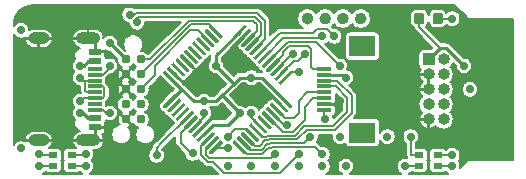
<source format=gbr>
G04 #@! TF.GenerationSoftware,KiCad,Pcbnew,(5.1.0)-1*
G04 #@! TF.CreationDate,2020-02-07T03:11:47-08:00*
G04 #@! TF.ProjectId,design,64657369-676e-42e6-9b69-6361645f7063,rev?*
G04 #@! TF.SameCoordinates,Original*
G04 #@! TF.FileFunction,Copper,L1,Top*
G04 #@! TF.FilePolarity,Positive*
%FSLAX46Y46*%
G04 Gerber Fmt 4.6, Leading zero omitted, Abs format (unit mm)*
G04 Created by KiCad (PCBNEW (5.1.0)-1) date 2020-02-07 03:11:47*
%MOMM*%
%LPD*%
G04 APERTURE LIST*
%ADD10C,0.500000*%
%ADD11O,1.800000X1.000000*%
%ADD12O,2.100000X1.000000*%
%ADD13R,1.100000X0.600000*%
%ADD14R,1.150000X0.300000*%
%ADD15R,0.800000X0.500000*%
%ADD16C,0.100000*%
%ADD17C,0.300000*%
%ADD18R,2.200000X1.800000*%
%ADD19R,1.300000X0.300000*%
%ADD20C,0.787400*%
%ADD21R,1.000000X1.000000*%
%ADD22O,1.000000X1.000000*%
%ADD23C,0.875000*%
%ADD24C,0.700000*%
%ADD25C,0.250000*%
%ADD26C,0.160000*%
%ADD27C,0.200000*%
G04 APERTURE END LIST*
D10*
X164000000Y-50000000D02*
G75*
G03X164000000Y-50000000I-250000J0D01*
G01*
X165500000Y-50000000D02*
G75*
G03X165500000Y-50000000I-250000J0D01*
G01*
X167000000Y-50000000D02*
G75*
G03X167000000Y-50000000I-250000J0D01*
G01*
X168500000Y-50000000D02*
G75*
G03X168500000Y-50000000I-250000J0D01*
G01*
D11*
X141000000Y-51680000D03*
X141000000Y-60320000D03*
D12*
X145180000Y-51680000D03*
X145180000Y-60320000D03*
D13*
X145770000Y-52800000D03*
X145770000Y-53600000D03*
X145770000Y-59200000D03*
X145770000Y-58400000D03*
D14*
X145745000Y-54250000D03*
X145745000Y-57750000D03*
X145745000Y-56750000D03*
X145745000Y-55750000D03*
X145745000Y-54750000D03*
X145745000Y-57250000D03*
X145745000Y-56250000D03*
X145745000Y-55250000D03*
D15*
X143800000Y-61550000D03*
X143800000Y-62450000D03*
X142200000Y-62450000D03*
X142200000Y-61550000D03*
D16*
G36*
X152534900Y-56402658D02*
G01*
X152542181Y-56403738D01*
X152549320Y-56405526D01*
X152556250Y-56408006D01*
X152562904Y-56411153D01*
X152569217Y-56414937D01*
X152575128Y-56419321D01*
X152580582Y-56424264D01*
X152686648Y-56530330D01*
X152691591Y-56535784D01*
X152695975Y-56541695D01*
X152699759Y-56548008D01*
X152702906Y-56554662D01*
X152705386Y-56561592D01*
X152707174Y-56568731D01*
X152708254Y-56576012D01*
X152708615Y-56583363D01*
X152708254Y-56590714D01*
X152707174Y-56597995D01*
X152705386Y-56605134D01*
X152702906Y-56612064D01*
X152699759Y-56618718D01*
X152695975Y-56625031D01*
X152691591Y-56630942D01*
X152686648Y-56636396D01*
X151749732Y-57573312D01*
X151744278Y-57578255D01*
X151738367Y-57582639D01*
X151732054Y-57586423D01*
X151725400Y-57589570D01*
X151718470Y-57592050D01*
X151711331Y-57593838D01*
X151704050Y-57594918D01*
X151696699Y-57595279D01*
X151689348Y-57594918D01*
X151682067Y-57593838D01*
X151674928Y-57592050D01*
X151667998Y-57589570D01*
X151661344Y-57586423D01*
X151655031Y-57582639D01*
X151649120Y-57578255D01*
X151643666Y-57573312D01*
X151537600Y-57467246D01*
X151532657Y-57461792D01*
X151528273Y-57455881D01*
X151524489Y-57449568D01*
X151521342Y-57442914D01*
X151518862Y-57435984D01*
X151517074Y-57428845D01*
X151515994Y-57421564D01*
X151515633Y-57414213D01*
X151515994Y-57406862D01*
X151517074Y-57399581D01*
X151518862Y-57392442D01*
X151521342Y-57385512D01*
X151524489Y-57378858D01*
X151528273Y-57372545D01*
X151532657Y-57366634D01*
X151537600Y-57361180D01*
X152474516Y-56424264D01*
X152479970Y-56419321D01*
X152485881Y-56414937D01*
X152492194Y-56411153D01*
X152498848Y-56408006D01*
X152505778Y-56405526D01*
X152512917Y-56403738D01*
X152520198Y-56402658D01*
X152527549Y-56402297D01*
X152534900Y-56402658D01*
X152534900Y-56402658D01*
G37*
D17*
X152112124Y-56998788D03*
D16*
G36*
X152888454Y-56756212D02*
G01*
X152895735Y-56757292D01*
X152902874Y-56759080D01*
X152909804Y-56761560D01*
X152916458Y-56764707D01*
X152922771Y-56768491D01*
X152928682Y-56772875D01*
X152934136Y-56777818D01*
X153040202Y-56883884D01*
X153045145Y-56889338D01*
X153049529Y-56895249D01*
X153053313Y-56901562D01*
X153056460Y-56908216D01*
X153058940Y-56915146D01*
X153060728Y-56922285D01*
X153061808Y-56929566D01*
X153062169Y-56936917D01*
X153061808Y-56944268D01*
X153060728Y-56951549D01*
X153058940Y-56958688D01*
X153056460Y-56965618D01*
X153053313Y-56972272D01*
X153049529Y-56978585D01*
X153045145Y-56984496D01*
X153040202Y-56989950D01*
X152103286Y-57926866D01*
X152097832Y-57931809D01*
X152091921Y-57936193D01*
X152085608Y-57939977D01*
X152078954Y-57943124D01*
X152072024Y-57945604D01*
X152064885Y-57947392D01*
X152057604Y-57948472D01*
X152050253Y-57948833D01*
X152042902Y-57948472D01*
X152035621Y-57947392D01*
X152028482Y-57945604D01*
X152021552Y-57943124D01*
X152014898Y-57939977D01*
X152008585Y-57936193D01*
X152002674Y-57931809D01*
X151997220Y-57926866D01*
X151891154Y-57820800D01*
X151886211Y-57815346D01*
X151881827Y-57809435D01*
X151878043Y-57803122D01*
X151874896Y-57796468D01*
X151872416Y-57789538D01*
X151870628Y-57782399D01*
X151869548Y-57775118D01*
X151869187Y-57767767D01*
X151869548Y-57760416D01*
X151870628Y-57753135D01*
X151872416Y-57745996D01*
X151874896Y-57739066D01*
X151878043Y-57732412D01*
X151881827Y-57726099D01*
X151886211Y-57720188D01*
X151891154Y-57714734D01*
X152828070Y-56777818D01*
X152833524Y-56772875D01*
X152839435Y-56768491D01*
X152845748Y-56764707D01*
X152852402Y-56761560D01*
X152859332Y-56759080D01*
X152866471Y-56757292D01*
X152873752Y-56756212D01*
X152881103Y-56755851D01*
X152888454Y-56756212D01*
X152888454Y-56756212D01*
G37*
D17*
X152465678Y-57352342D03*
D16*
G36*
X153242007Y-57109765D02*
G01*
X153249288Y-57110845D01*
X153256427Y-57112633D01*
X153263357Y-57115113D01*
X153270011Y-57118260D01*
X153276324Y-57122044D01*
X153282235Y-57126428D01*
X153287689Y-57131371D01*
X153393755Y-57237437D01*
X153398698Y-57242891D01*
X153403082Y-57248802D01*
X153406866Y-57255115D01*
X153410013Y-57261769D01*
X153412493Y-57268699D01*
X153414281Y-57275838D01*
X153415361Y-57283119D01*
X153415722Y-57290470D01*
X153415361Y-57297821D01*
X153414281Y-57305102D01*
X153412493Y-57312241D01*
X153410013Y-57319171D01*
X153406866Y-57325825D01*
X153403082Y-57332138D01*
X153398698Y-57338049D01*
X153393755Y-57343503D01*
X152456839Y-58280419D01*
X152451385Y-58285362D01*
X152445474Y-58289746D01*
X152439161Y-58293530D01*
X152432507Y-58296677D01*
X152425577Y-58299157D01*
X152418438Y-58300945D01*
X152411157Y-58302025D01*
X152403806Y-58302386D01*
X152396455Y-58302025D01*
X152389174Y-58300945D01*
X152382035Y-58299157D01*
X152375105Y-58296677D01*
X152368451Y-58293530D01*
X152362138Y-58289746D01*
X152356227Y-58285362D01*
X152350773Y-58280419D01*
X152244707Y-58174353D01*
X152239764Y-58168899D01*
X152235380Y-58162988D01*
X152231596Y-58156675D01*
X152228449Y-58150021D01*
X152225969Y-58143091D01*
X152224181Y-58135952D01*
X152223101Y-58128671D01*
X152222740Y-58121320D01*
X152223101Y-58113969D01*
X152224181Y-58106688D01*
X152225969Y-58099549D01*
X152228449Y-58092619D01*
X152231596Y-58085965D01*
X152235380Y-58079652D01*
X152239764Y-58073741D01*
X152244707Y-58068287D01*
X153181623Y-57131371D01*
X153187077Y-57126428D01*
X153192988Y-57122044D01*
X153199301Y-57118260D01*
X153205955Y-57115113D01*
X153212885Y-57112633D01*
X153220024Y-57110845D01*
X153227305Y-57109765D01*
X153234656Y-57109404D01*
X153242007Y-57109765D01*
X153242007Y-57109765D01*
G37*
D17*
X152819231Y-57705895D03*
D16*
G36*
X153595561Y-57463319D02*
G01*
X153602842Y-57464399D01*
X153609981Y-57466187D01*
X153616911Y-57468667D01*
X153623565Y-57471814D01*
X153629878Y-57475598D01*
X153635789Y-57479982D01*
X153641243Y-57484925D01*
X153747309Y-57590991D01*
X153752252Y-57596445D01*
X153756636Y-57602356D01*
X153760420Y-57608669D01*
X153763567Y-57615323D01*
X153766047Y-57622253D01*
X153767835Y-57629392D01*
X153768915Y-57636673D01*
X153769276Y-57644024D01*
X153768915Y-57651375D01*
X153767835Y-57658656D01*
X153766047Y-57665795D01*
X153763567Y-57672725D01*
X153760420Y-57679379D01*
X153756636Y-57685692D01*
X153752252Y-57691603D01*
X153747309Y-57697057D01*
X152810393Y-58633973D01*
X152804939Y-58638916D01*
X152799028Y-58643300D01*
X152792715Y-58647084D01*
X152786061Y-58650231D01*
X152779131Y-58652711D01*
X152771992Y-58654499D01*
X152764711Y-58655579D01*
X152757360Y-58655940D01*
X152750009Y-58655579D01*
X152742728Y-58654499D01*
X152735589Y-58652711D01*
X152728659Y-58650231D01*
X152722005Y-58647084D01*
X152715692Y-58643300D01*
X152709781Y-58638916D01*
X152704327Y-58633973D01*
X152598261Y-58527907D01*
X152593318Y-58522453D01*
X152588934Y-58516542D01*
X152585150Y-58510229D01*
X152582003Y-58503575D01*
X152579523Y-58496645D01*
X152577735Y-58489506D01*
X152576655Y-58482225D01*
X152576294Y-58474874D01*
X152576655Y-58467523D01*
X152577735Y-58460242D01*
X152579523Y-58453103D01*
X152582003Y-58446173D01*
X152585150Y-58439519D01*
X152588934Y-58433206D01*
X152593318Y-58427295D01*
X152598261Y-58421841D01*
X153535177Y-57484925D01*
X153540631Y-57479982D01*
X153546542Y-57475598D01*
X153552855Y-57471814D01*
X153559509Y-57468667D01*
X153566439Y-57466187D01*
X153573578Y-57464399D01*
X153580859Y-57463319D01*
X153588210Y-57462958D01*
X153595561Y-57463319D01*
X153595561Y-57463319D01*
G37*
D17*
X153172785Y-58059449D03*
D16*
G36*
X153949114Y-57816872D02*
G01*
X153956395Y-57817952D01*
X153963534Y-57819740D01*
X153970464Y-57822220D01*
X153977118Y-57825367D01*
X153983431Y-57829151D01*
X153989342Y-57833535D01*
X153994796Y-57838478D01*
X154100862Y-57944544D01*
X154105805Y-57949998D01*
X154110189Y-57955909D01*
X154113973Y-57962222D01*
X154117120Y-57968876D01*
X154119600Y-57975806D01*
X154121388Y-57982945D01*
X154122468Y-57990226D01*
X154122829Y-57997577D01*
X154122468Y-58004928D01*
X154121388Y-58012209D01*
X154119600Y-58019348D01*
X154117120Y-58026278D01*
X154113973Y-58032932D01*
X154110189Y-58039245D01*
X154105805Y-58045156D01*
X154100862Y-58050610D01*
X153163946Y-58987526D01*
X153158492Y-58992469D01*
X153152581Y-58996853D01*
X153146268Y-59000637D01*
X153139614Y-59003784D01*
X153132684Y-59006264D01*
X153125545Y-59008052D01*
X153118264Y-59009132D01*
X153110913Y-59009493D01*
X153103562Y-59009132D01*
X153096281Y-59008052D01*
X153089142Y-59006264D01*
X153082212Y-59003784D01*
X153075558Y-59000637D01*
X153069245Y-58996853D01*
X153063334Y-58992469D01*
X153057880Y-58987526D01*
X152951814Y-58881460D01*
X152946871Y-58876006D01*
X152942487Y-58870095D01*
X152938703Y-58863782D01*
X152935556Y-58857128D01*
X152933076Y-58850198D01*
X152931288Y-58843059D01*
X152930208Y-58835778D01*
X152929847Y-58828427D01*
X152930208Y-58821076D01*
X152931288Y-58813795D01*
X152933076Y-58806656D01*
X152935556Y-58799726D01*
X152938703Y-58793072D01*
X152942487Y-58786759D01*
X152946871Y-58780848D01*
X152951814Y-58775394D01*
X153888730Y-57838478D01*
X153894184Y-57833535D01*
X153900095Y-57829151D01*
X153906408Y-57825367D01*
X153913062Y-57822220D01*
X153919992Y-57819740D01*
X153927131Y-57817952D01*
X153934412Y-57816872D01*
X153941763Y-57816511D01*
X153949114Y-57816872D01*
X153949114Y-57816872D01*
G37*
D17*
X153526338Y-58413002D03*
D16*
G36*
X154302667Y-58170425D02*
G01*
X154309948Y-58171505D01*
X154317087Y-58173293D01*
X154324017Y-58175773D01*
X154330671Y-58178920D01*
X154336984Y-58182704D01*
X154342895Y-58187088D01*
X154348349Y-58192031D01*
X154454415Y-58298097D01*
X154459358Y-58303551D01*
X154463742Y-58309462D01*
X154467526Y-58315775D01*
X154470673Y-58322429D01*
X154473153Y-58329359D01*
X154474941Y-58336498D01*
X154476021Y-58343779D01*
X154476382Y-58351130D01*
X154476021Y-58358481D01*
X154474941Y-58365762D01*
X154473153Y-58372901D01*
X154470673Y-58379831D01*
X154467526Y-58386485D01*
X154463742Y-58392798D01*
X154459358Y-58398709D01*
X154454415Y-58404163D01*
X153517499Y-59341079D01*
X153512045Y-59346022D01*
X153506134Y-59350406D01*
X153499821Y-59354190D01*
X153493167Y-59357337D01*
X153486237Y-59359817D01*
X153479098Y-59361605D01*
X153471817Y-59362685D01*
X153464466Y-59363046D01*
X153457115Y-59362685D01*
X153449834Y-59361605D01*
X153442695Y-59359817D01*
X153435765Y-59357337D01*
X153429111Y-59354190D01*
X153422798Y-59350406D01*
X153416887Y-59346022D01*
X153411433Y-59341079D01*
X153305367Y-59235013D01*
X153300424Y-59229559D01*
X153296040Y-59223648D01*
X153292256Y-59217335D01*
X153289109Y-59210681D01*
X153286629Y-59203751D01*
X153284841Y-59196612D01*
X153283761Y-59189331D01*
X153283400Y-59181980D01*
X153283761Y-59174629D01*
X153284841Y-59167348D01*
X153286629Y-59160209D01*
X153289109Y-59153279D01*
X153292256Y-59146625D01*
X153296040Y-59140312D01*
X153300424Y-59134401D01*
X153305367Y-59128947D01*
X154242283Y-58192031D01*
X154247737Y-58187088D01*
X154253648Y-58182704D01*
X154259961Y-58178920D01*
X154266615Y-58175773D01*
X154273545Y-58173293D01*
X154280684Y-58171505D01*
X154287965Y-58170425D01*
X154295316Y-58170064D01*
X154302667Y-58170425D01*
X154302667Y-58170425D01*
G37*
D17*
X153879891Y-58766555D03*
D16*
G36*
X154656221Y-58523979D02*
G01*
X154663502Y-58525059D01*
X154670641Y-58526847D01*
X154677571Y-58529327D01*
X154684225Y-58532474D01*
X154690538Y-58536258D01*
X154696449Y-58540642D01*
X154701903Y-58545585D01*
X154807969Y-58651651D01*
X154812912Y-58657105D01*
X154817296Y-58663016D01*
X154821080Y-58669329D01*
X154824227Y-58675983D01*
X154826707Y-58682913D01*
X154828495Y-58690052D01*
X154829575Y-58697333D01*
X154829936Y-58704684D01*
X154829575Y-58712035D01*
X154828495Y-58719316D01*
X154826707Y-58726455D01*
X154824227Y-58733385D01*
X154821080Y-58740039D01*
X154817296Y-58746352D01*
X154812912Y-58752263D01*
X154807969Y-58757717D01*
X153871053Y-59694633D01*
X153865599Y-59699576D01*
X153859688Y-59703960D01*
X153853375Y-59707744D01*
X153846721Y-59710891D01*
X153839791Y-59713371D01*
X153832652Y-59715159D01*
X153825371Y-59716239D01*
X153818020Y-59716600D01*
X153810669Y-59716239D01*
X153803388Y-59715159D01*
X153796249Y-59713371D01*
X153789319Y-59710891D01*
X153782665Y-59707744D01*
X153776352Y-59703960D01*
X153770441Y-59699576D01*
X153764987Y-59694633D01*
X153658921Y-59588567D01*
X153653978Y-59583113D01*
X153649594Y-59577202D01*
X153645810Y-59570889D01*
X153642663Y-59564235D01*
X153640183Y-59557305D01*
X153638395Y-59550166D01*
X153637315Y-59542885D01*
X153636954Y-59535534D01*
X153637315Y-59528183D01*
X153638395Y-59520902D01*
X153640183Y-59513763D01*
X153642663Y-59506833D01*
X153645810Y-59500179D01*
X153649594Y-59493866D01*
X153653978Y-59487955D01*
X153658921Y-59482501D01*
X154595837Y-58545585D01*
X154601291Y-58540642D01*
X154607202Y-58536258D01*
X154613515Y-58532474D01*
X154620169Y-58529327D01*
X154627099Y-58526847D01*
X154634238Y-58525059D01*
X154641519Y-58523979D01*
X154648870Y-58523618D01*
X154656221Y-58523979D01*
X154656221Y-58523979D01*
G37*
D17*
X154233445Y-59120109D03*
D16*
G36*
X155009774Y-58877532D02*
G01*
X155017055Y-58878612D01*
X155024194Y-58880400D01*
X155031124Y-58882880D01*
X155037778Y-58886027D01*
X155044091Y-58889811D01*
X155050002Y-58894195D01*
X155055456Y-58899138D01*
X155161522Y-59005204D01*
X155166465Y-59010658D01*
X155170849Y-59016569D01*
X155174633Y-59022882D01*
X155177780Y-59029536D01*
X155180260Y-59036466D01*
X155182048Y-59043605D01*
X155183128Y-59050886D01*
X155183489Y-59058237D01*
X155183128Y-59065588D01*
X155182048Y-59072869D01*
X155180260Y-59080008D01*
X155177780Y-59086938D01*
X155174633Y-59093592D01*
X155170849Y-59099905D01*
X155166465Y-59105816D01*
X155161522Y-59111270D01*
X154224606Y-60048186D01*
X154219152Y-60053129D01*
X154213241Y-60057513D01*
X154206928Y-60061297D01*
X154200274Y-60064444D01*
X154193344Y-60066924D01*
X154186205Y-60068712D01*
X154178924Y-60069792D01*
X154171573Y-60070153D01*
X154164222Y-60069792D01*
X154156941Y-60068712D01*
X154149802Y-60066924D01*
X154142872Y-60064444D01*
X154136218Y-60061297D01*
X154129905Y-60057513D01*
X154123994Y-60053129D01*
X154118540Y-60048186D01*
X154012474Y-59942120D01*
X154007531Y-59936666D01*
X154003147Y-59930755D01*
X153999363Y-59924442D01*
X153996216Y-59917788D01*
X153993736Y-59910858D01*
X153991948Y-59903719D01*
X153990868Y-59896438D01*
X153990507Y-59889087D01*
X153990868Y-59881736D01*
X153991948Y-59874455D01*
X153993736Y-59867316D01*
X153996216Y-59860386D01*
X153999363Y-59853732D01*
X154003147Y-59847419D01*
X154007531Y-59841508D01*
X154012474Y-59836054D01*
X154949390Y-58899138D01*
X154954844Y-58894195D01*
X154960755Y-58889811D01*
X154967068Y-58886027D01*
X154973722Y-58882880D01*
X154980652Y-58880400D01*
X154987791Y-58878612D01*
X154995072Y-58877532D01*
X155002423Y-58877171D01*
X155009774Y-58877532D01*
X155009774Y-58877532D01*
G37*
D17*
X154586998Y-59473662D03*
D16*
G36*
X155363327Y-59231085D02*
G01*
X155370608Y-59232165D01*
X155377747Y-59233953D01*
X155384677Y-59236433D01*
X155391331Y-59239580D01*
X155397644Y-59243364D01*
X155403555Y-59247748D01*
X155409009Y-59252691D01*
X155515075Y-59358757D01*
X155520018Y-59364211D01*
X155524402Y-59370122D01*
X155528186Y-59376435D01*
X155531333Y-59383089D01*
X155533813Y-59390019D01*
X155535601Y-59397158D01*
X155536681Y-59404439D01*
X155537042Y-59411790D01*
X155536681Y-59419141D01*
X155535601Y-59426422D01*
X155533813Y-59433561D01*
X155531333Y-59440491D01*
X155528186Y-59447145D01*
X155524402Y-59453458D01*
X155520018Y-59459369D01*
X155515075Y-59464823D01*
X154578159Y-60401739D01*
X154572705Y-60406682D01*
X154566794Y-60411066D01*
X154560481Y-60414850D01*
X154553827Y-60417997D01*
X154546897Y-60420477D01*
X154539758Y-60422265D01*
X154532477Y-60423345D01*
X154525126Y-60423706D01*
X154517775Y-60423345D01*
X154510494Y-60422265D01*
X154503355Y-60420477D01*
X154496425Y-60417997D01*
X154489771Y-60414850D01*
X154483458Y-60411066D01*
X154477547Y-60406682D01*
X154472093Y-60401739D01*
X154366027Y-60295673D01*
X154361084Y-60290219D01*
X154356700Y-60284308D01*
X154352916Y-60277995D01*
X154349769Y-60271341D01*
X154347289Y-60264411D01*
X154345501Y-60257272D01*
X154344421Y-60249991D01*
X154344060Y-60242640D01*
X154344421Y-60235289D01*
X154345501Y-60228008D01*
X154347289Y-60220869D01*
X154349769Y-60213939D01*
X154352916Y-60207285D01*
X154356700Y-60200972D01*
X154361084Y-60195061D01*
X154366027Y-60189607D01*
X155302943Y-59252691D01*
X155308397Y-59247748D01*
X155314308Y-59243364D01*
X155320621Y-59239580D01*
X155327275Y-59236433D01*
X155334205Y-59233953D01*
X155341344Y-59232165D01*
X155348625Y-59231085D01*
X155355976Y-59230724D01*
X155363327Y-59231085D01*
X155363327Y-59231085D01*
G37*
D17*
X154940551Y-59827215D03*
D16*
G36*
X155716881Y-59584639D02*
G01*
X155724162Y-59585719D01*
X155731301Y-59587507D01*
X155738231Y-59589987D01*
X155744885Y-59593134D01*
X155751198Y-59596918D01*
X155757109Y-59601302D01*
X155762563Y-59606245D01*
X155868629Y-59712311D01*
X155873572Y-59717765D01*
X155877956Y-59723676D01*
X155881740Y-59729989D01*
X155884887Y-59736643D01*
X155887367Y-59743573D01*
X155889155Y-59750712D01*
X155890235Y-59757993D01*
X155890596Y-59765344D01*
X155890235Y-59772695D01*
X155889155Y-59779976D01*
X155887367Y-59787115D01*
X155884887Y-59794045D01*
X155881740Y-59800699D01*
X155877956Y-59807012D01*
X155873572Y-59812923D01*
X155868629Y-59818377D01*
X154931713Y-60755293D01*
X154926259Y-60760236D01*
X154920348Y-60764620D01*
X154914035Y-60768404D01*
X154907381Y-60771551D01*
X154900451Y-60774031D01*
X154893312Y-60775819D01*
X154886031Y-60776899D01*
X154878680Y-60777260D01*
X154871329Y-60776899D01*
X154864048Y-60775819D01*
X154856909Y-60774031D01*
X154849979Y-60771551D01*
X154843325Y-60768404D01*
X154837012Y-60764620D01*
X154831101Y-60760236D01*
X154825647Y-60755293D01*
X154719581Y-60649227D01*
X154714638Y-60643773D01*
X154710254Y-60637862D01*
X154706470Y-60631549D01*
X154703323Y-60624895D01*
X154700843Y-60617965D01*
X154699055Y-60610826D01*
X154697975Y-60603545D01*
X154697614Y-60596194D01*
X154697975Y-60588843D01*
X154699055Y-60581562D01*
X154700843Y-60574423D01*
X154703323Y-60567493D01*
X154706470Y-60560839D01*
X154710254Y-60554526D01*
X154714638Y-60548615D01*
X154719581Y-60543161D01*
X155656497Y-59606245D01*
X155661951Y-59601302D01*
X155667862Y-59596918D01*
X155674175Y-59593134D01*
X155680829Y-59589987D01*
X155687759Y-59587507D01*
X155694898Y-59585719D01*
X155702179Y-59584639D01*
X155709530Y-59584278D01*
X155716881Y-59584639D01*
X155716881Y-59584639D01*
G37*
D17*
X155294105Y-60180769D03*
D16*
G36*
X156070434Y-59938192D02*
G01*
X156077715Y-59939272D01*
X156084854Y-59941060D01*
X156091784Y-59943540D01*
X156098438Y-59946687D01*
X156104751Y-59950471D01*
X156110662Y-59954855D01*
X156116116Y-59959798D01*
X156222182Y-60065864D01*
X156227125Y-60071318D01*
X156231509Y-60077229D01*
X156235293Y-60083542D01*
X156238440Y-60090196D01*
X156240920Y-60097126D01*
X156242708Y-60104265D01*
X156243788Y-60111546D01*
X156244149Y-60118897D01*
X156243788Y-60126248D01*
X156242708Y-60133529D01*
X156240920Y-60140668D01*
X156238440Y-60147598D01*
X156235293Y-60154252D01*
X156231509Y-60160565D01*
X156227125Y-60166476D01*
X156222182Y-60171930D01*
X155285266Y-61108846D01*
X155279812Y-61113789D01*
X155273901Y-61118173D01*
X155267588Y-61121957D01*
X155260934Y-61125104D01*
X155254004Y-61127584D01*
X155246865Y-61129372D01*
X155239584Y-61130452D01*
X155232233Y-61130813D01*
X155224882Y-61130452D01*
X155217601Y-61129372D01*
X155210462Y-61127584D01*
X155203532Y-61125104D01*
X155196878Y-61121957D01*
X155190565Y-61118173D01*
X155184654Y-61113789D01*
X155179200Y-61108846D01*
X155073134Y-61002780D01*
X155068191Y-60997326D01*
X155063807Y-60991415D01*
X155060023Y-60985102D01*
X155056876Y-60978448D01*
X155054396Y-60971518D01*
X155052608Y-60964379D01*
X155051528Y-60957098D01*
X155051167Y-60949747D01*
X155051528Y-60942396D01*
X155052608Y-60935115D01*
X155054396Y-60927976D01*
X155056876Y-60921046D01*
X155060023Y-60914392D01*
X155063807Y-60908079D01*
X155068191Y-60902168D01*
X155073134Y-60896714D01*
X156010050Y-59959798D01*
X156015504Y-59954855D01*
X156021415Y-59950471D01*
X156027728Y-59946687D01*
X156034382Y-59943540D01*
X156041312Y-59941060D01*
X156048451Y-59939272D01*
X156055732Y-59938192D01*
X156063083Y-59937831D01*
X156070434Y-59938192D01*
X156070434Y-59938192D01*
G37*
D17*
X155647658Y-60534322D03*
D16*
G36*
X156423988Y-60291746D02*
G01*
X156431269Y-60292826D01*
X156438408Y-60294614D01*
X156445338Y-60297094D01*
X156451992Y-60300241D01*
X156458305Y-60304025D01*
X156464216Y-60308409D01*
X156469670Y-60313352D01*
X156575736Y-60419418D01*
X156580679Y-60424872D01*
X156585063Y-60430783D01*
X156588847Y-60437096D01*
X156591994Y-60443750D01*
X156594474Y-60450680D01*
X156596262Y-60457819D01*
X156597342Y-60465100D01*
X156597703Y-60472451D01*
X156597342Y-60479802D01*
X156596262Y-60487083D01*
X156594474Y-60494222D01*
X156591994Y-60501152D01*
X156588847Y-60507806D01*
X156585063Y-60514119D01*
X156580679Y-60520030D01*
X156575736Y-60525484D01*
X155638820Y-61462400D01*
X155633366Y-61467343D01*
X155627455Y-61471727D01*
X155621142Y-61475511D01*
X155614488Y-61478658D01*
X155607558Y-61481138D01*
X155600419Y-61482926D01*
X155593138Y-61484006D01*
X155585787Y-61484367D01*
X155578436Y-61484006D01*
X155571155Y-61482926D01*
X155564016Y-61481138D01*
X155557086Y-61478658D01*
X155550432Y-61475511D01*
X155544119Y-61471727D01*
X155538208Y-61467343D01*
X155532754Y-61462400D01*
X155426688Y-61356334D01*
X155421745Y-61350880D01*
X155417361Y-61344969D01*
X155413577Y-61338656D01*
X155410430Y-61332002D01*
X155407950Y-61325072D01*
X155406162Y-61317933D01*
X155405082Y-61310652D01*
X155404721Y-61303301D01*
X155405082Y-61295950D01*
X155406162Y-61288669D01*
X155407950Y-61281530D01*
X155410430Y-61274600D01*
X155413577Y-61267946D01*
X155417361Y-61261633D01*
X155421745Y-61255722D01*
X155426688Y-61250268D01*
X156363604Y-60313352D01*
X156369058Y-60308409D01*
X156374969Y-60304025D01*
X156381282Y-60300241D01*
X156387936Y-60297094D01*
X156394866Y-60294614D01*
X156402005Y-60292826D01*
X156409286Y-60291746D01*
X156416637Y-60291385D01*
X156423988Y-60291746D01*
X156423988Y-60291746D01*
G37*
D17*
X156001212Y-60887876D03*
D16*
G36*
X157590714Y-60291746D02*
G01*
X157597995Y-60292826D01*
X157605134Y-60294614D01*
X157612064Y-60297094D01*
X157618718Y-60300241D01*
X157625031Y-60304025D01*
X157630942Y-60308409D01*
X157636396Y-60313352D01*
X158573312Y-61250268D01*
X158578255Y-61255722D01*
X158582639Y-61261633D01*
X158586423Y-61267946D01*
X158589570Y-61274600D01*
X158592050Y-61281530D01*
X158593838Y-61288669D01*
X158594918Y-61295950D01*
X158595279Y-61303301D01*
X158594918Y-61310652D01*
X158593838Y-61317933D01*
X158592050Y-61325072D01*
X158589570Y-61332002D01*
X158586423Y-61338656D01*
X158582639Y-61344969D01*
X158578255Y-61350880D01*
X158573312Y-61356334D01*
X158467246Y-61462400D01*
X158461792Y-61467343D01*
X158455881Y-61471727D01*
X158449568Y-61475511D01*
X158442914Y-61478658D01*
X158435984Y-61481138D01*
X158428845Y-61482926D01*
X158421564Y-61484006D01*
X158414213Y-61484367D01*
X158406862Y-61484006D01*
X158399581Y-61482926D01*
X158392442Y-61481138D01*
X158385512Y-61478658D01*
X158378858Y-61475511D01*
X158372545Y-61471727D01*
X158366634Y-61467343D01*
X158361180Y-61462400D01*
X157424264Y-60525484D01*
X157419321Y-60520030D01*
X157414937Y-60514119D01*
X157411153Y-60507806D01*
X157408006Y-60501152D01*
X157405526Y-60494222D01*
X157403738Y-60487083D01*
X157402658Y-60479802D01*
X157402297Y-60472451D01*
X157402658Y-60465100D01*
X157403738Y-60457819D01*
X157405526Y-60450680D01*
X157408006Y-60443750D01*
X157411153Y-60437096D01*
X157414937Y-60430783D01*
X157419321Y-60424872D01*
X157424264Y-60419418D01*
X157530330Y-60313352D01*
X157535784Y-60308409D01*
X157541695Y-60304025D01*
X157548008Y-60300241D01*
X157554662Y-60297094D01*
X157561592Y-60294614D01*
X157568731Y-60292826D01*
X157576012Y-60291746D01*
X157583363Y-60291385D01*
X157590714Y-60291746D01*
X157590714Y-60291746D01*
G37*
D17*
X157998788Y-60887876D03*
D16*
G36*
X157944268Y-59938192D02*
G01*
X157951549Y-59939272D01*
X157958688Y-59941060D01*
X157965618Y-59943540D01*
X157972272Y-59946687D01*
X157978585Y-59950471D01*
X157984496Y-59954855D01*
X157989950Y-59959798D01*
X158926866Y-60896714D01*
X158931809Y-60902168D01*
X158936193Y-60908079D01*
X158939977Y-60914392D01*
X158943124Y-60921046D01*
X158945604Y-60927976D01*
X158947392Y-60935115D01*
X158948472Y-60942396D01*
X158948833Y-60949747D01*
X158948472Y-60957098D01*
X158947392Y-60964379D01*
X158945604Y-60971518D01*
X158943124Y-60978448D01*
X158939977Y-60985102D01*
X158936193Y-60991415D01*
X158931809Y-60997326D01*
X158926866Y-61002780D01*
X158820800Y-61108846D01*
X158815346Y-61113789D01*
X158809435Y-61118173D01*
X158803122Y-61121957D01*
X158796468Y-61125104D01*
X158789538Y-61127584D01*
X158782399Y-61129372D01*
X158775118Y-61130452D01*
X158767767Y-61130813D01*
X158760416Y-61130452D01*
X158753135Y-61129372D01*
X158745996Y-61127584D01*
X158739066Y-61125104D01*
X158732412Y-61121957D01*
X158726099Y-61118173D01*
X158720188Y-61113789D01*
X158714734Y-61108846D01*
X157777818Y-60171930D01*
X157772875Y-60166476D01*
X157768491Y-60160565D01*
X157764707Y-60154252D01*
X157761560Y-60147598D01*
X157759080Y-60140668D01*
X157757292Y-60133529D01*
X157756212Y-60126248D01*
X157755851Y-60118897D01*
X157756212Y-60111546D01*
X157757292Y-60104265D01*
X157759080Y-60097126D01*
X157761560Y-60090196D01*
X157764707Y-60083542D01*
X157768491Y-60077229D01*
X157772875Y-60071318D01*
X157777818Y-60065864D01*
X157883884Y-59959798D01*
X157889338Y-59954855D01*
X157895249Y-59950471D01*
X157901562Y-59946687D01*
X157908216Y-59943540D01*
X157915146Y-59941060D01*
X157922285Y-59939272D01*
X157929566Y-59938192D01*
X157936917Y-59937831D01*
X157944268Y-59938192D01*
X157944268Y-59938192D01*
G37*
D17*
X158352342Y-60534322D03*
D16*
G36*
X158297821Y-59584639D02*
G01*
X158305102Y-59585719D01*
X158312241Y-59587507D01*
X158319171Y-59589987D01*
X158325825Y-59593134D01*
X158332138Y-59596918D01*
X158338049Y-59601302D01*
X158343503Y-59606245D01*
X159280419Y-60543161D01*
X159285362Y-60548615D01*
X159289746Y-60554526D01*
X159293530Y-60560839D01*
X159296677Y-60567493D01*
X159299157Y-60574423D01*
X159300945Y-60581562D01*
X159302025Y-60588843D01*
X159302386Y-60596194D01*
X159302025Y-60603545D01*
X159300945Y-60610826D01*
X159299157Y-60617965D01*
X159296677Y-60624895D01*
X159293530Y-60631549D01*
X159289746Y-60637862D01*
X159285362Y-60643773D01*
X159280419Y-60649227D01*
X159174353Y-60755293D01*
X159168899Y-60760236D01*
X159162988Y-60764620D01*
X159156675Y-60768404D01*
X159150021Y-60771551D01*
X159143091Y-60774031D01*
X159135952Y-60775819D01*
X159128671Y-60776899D01*
X159121320Y-60777260D01*
X159113969Y-60776899D01*
X159106688Y-60775819D01*
X159099549Y-60774031D01*
X159092619Y-60771551D01*
X159085965Y-60768404D01*
X159079652Y-60764620D01*
X159073741Y-60760236D01*
X159068287Y-60755293D01*
X158131371Y-59818377D01*
X158126428Y-59812923D01*
X158122044Y-59807012D01*
X158118260Y-59800699D01*
X158115113Y-59794045D01*
X158112633Y-59787115D01*
X158110845Y-59779976D01*
X158109765Y-59772695D01*
X158109404Y-59765344D01*
X158109765Y-59757993D01*
X158110845Y-59750712D01*
X158112633Y-59743573D01*
X158115113Y-59736643D01*
X158118260Y-59729989D01*
X158122044Y-59723676D01*
X158126428Y-59717765D01*
X158131371Y-59712311D01*
X158237437Y-59606245D01*
X158242891Y-59601302D01*
X158248802Y-59596918D01*
X158255115Y-59593134D01*
X158261769Y-59589987D01*
X158268699Y-59587507D01*
X158275838Y-59585719D01*
X158283119Y-59584639D01*
X158290470Y-59584278D01*
X158297821Y-59584639D01*
X158297821Y-59584639D01*
G37*
D17*
X158705895Y-60180769D03*
D16*
G36*
X158651375Y-59231085D02*
G01*
X158658656Y-59232165D01*
X158665795Y-59233953D01*
X158672725Y-59236433D01*
X158679379Y-59239580D01*
X158685692Y-59243364D01*
X158691603Y-59247748D01*
X158697057Y-59252691D01*
X159633973Y-60189607D01*
X159638916Y-60195061D01*
X159643300Y-60200972D01*
X159647084Y-60207285D01*
X159650231Y-60213939D01*
X159652711Y-60220869D01*
X159654499Y-60228008D01*
X159655579Y-60235289D01*
X159655940Y-60242640D01*
X159655579Y-60249991D01*
X159654499Y-60257272D01*
X159652711Y-60264411D01*
X159650231Y-60271341D01*
X159647084Y-60277995D01*
X159643300Y-60284308D01*
X159638916Y-60290219D01*
X159633973Y-60295673D01*
X159527907Y-60401739D01*
X159522453Y-60406682D01*
X159516542Y-60411066D01*
X159510229Y-60414850D01*
X159503575Y-60417997D01*
X159496645Y-60420477D01*
X159489506Y-60422265D01*
X159482225Y-60423345D01*
X159474874Y-60423706D01*
X159467523Y-60423345D01*
X159460242Y-60422265D01*
X159453103Y-60420477D01*
X159446173Y-60417997D01*
X159439519Y-60414850D01*
X159433206Y-60411066D01*
X159427295Y-60406682D01*
X159421841Y-60401739D01*
X158484925Y-59464823D01*
X158479982Y-59459369D01*
X158475598Y-59453458D01*
X158471814Y-59447145D01*
X158468667Y-59440491D01*
X158466187Y-59433561D01*
X158464399Y-59426422D01*
X158463319Y-59419141D01*
X158462958Y-59411790D01*
X158463319Y-59404439D01*
X158464399Y-59397158D01*
X158466187Y-59390019D01*
X158468667Y-59383089D01*
X158471814Y-59376435D01*
X158475598Y-59370122D01*
X158479982Y-59364211D01*
X158484925Y-59358757D01*
X158590991Y-59252691D01*
X158596445Y-59247748D01*
X158602356Y-59243364D01*
X158608669Y-59239580D01*
X158615323Y-59236433D01*
X158622253Y-59233953D01*
X158629392Y-59232165D01*
X158636673Y-59231085D01*
X158644024Y-59230724D01*
X158651375Y-59231085D01*
X158651375Y-59231085D01*
G37*
D17*
X159059449Y-59827215D03*
D16*
G36*
X159004928Y-58877532D02*
G01*
X159012209Y-58878612D01*
X159019348Y-58880400D01*
X159026278Y-58882880D01*
X159032932Y-58886027D01*
X159039245Y-58889811D01*
X159045156Y-58894195D01*
X159050610Y-58899138D01*
X159987526Y-59836054D01*
X159992469Y-59841508D01*
X159996853Y-59847419D01*
X160000637Y-59853732D01*
X160003784Y-59860386D01*
X160006264Y-59867316D01*
X160008052Y-59874455D01*
X160009132Y-59881736D01*
X160009493Y-59889087D01*
X160009132Y-59896438D01*
X160008052Y-59903719D01*
X160006264Y-59910858D01*
X160003784Y-59917788D01*
X160000637Y-59924442D01*
X159996853Y-59930755D01*
X159992469Y-59936666D01*
X159987526Y-59942120D01*
X159881460Y-60048186D01*
X159876006Y-60053129D01*
X159870095Y-60057513D01*
X159863782Y-60061297D01*
X159857128Y-60064444D01*
X159850198Y-60066924D01*
X159843059Y-60068712D01*
X159835778Y-60069792D01*
X159828427Y-60070153D01*
X159821076Y-60069792D01*
X159813795Y-60068712D01*
X159806656Y-60066924D01*
X159799726Y-60064444D01*
X159793072Y-60061297D01*
X159786759Y-60057513D01*
X159780848Y-60053129D01*
X159775394Y-60048186D01*
X158838478Y-59111270D01*
X158833535Y-59105816D01*
X158829151Y-59099905D01*
X158825367Y-59093592D01*
X158822220Y-59086938D01*
X158819740Y-59080008D01*
X158817952Y-59072869D01*
X158816872Y-59065588D01*
X158816511Y-59058237D01*
X158816872Y-59050886D01*
X158817952Y-59043605D01*
X158819740Y-59036466D01*
X158822220Y-59029536D01*
X158825367Y-59022882D01*
X158829151Y-59016569D01*
X158833535Y-59010658D01*
X158838478Y-59005204D01*
X158944544Y-58899138D01*
X158949998Y-58894195D01*
X158955909Y-58889811D01*
X158962222Y-58886027D01*
X158968876Y-58882880D01*
X158975806Y-58880400D01*
X158982945Y-58878612D01*
X158990226Y-58877532D01*
X158997577Y-58877171D01*
X159004928Y-58877532D01*
X159004928Y-58877532D01*
G37*
D17*
X159413002Y-59473662D03*
D16*
G36*
X159358481Y-58523979D02*
G01*
X159365762Y-58525059D01*
X159372901Y-58526847D01*
X159379831Y-58529327D01*
X159386485Y-58532474D01*
X159392798Y-58536258D01*
X159398709Y-58540642D01*
X159404163Y-58545585D01*
X160341079Y-59482501D01*
X160346022Y-59487955D01*
X160350406Y-59493866D01*
X160354190Y-59500179D01*
X160357337Y-59506833D01*
X160359817Y-59513763D01*
X160361605Y-59520902D01*
X160362685Y-59528183D01*
X160363046Y-59535534D01*
X160362685Y-59542885D01*
X160361605Y-59550166D01*
X160359817Y-59557305D01*
X160357337Y-59564235D01*
X160354190Y-59570889D01*
X160350406Y-59577202D01*
X160346022Y-59583113D01*
X160341079Y-59588567D01*
X160235013Y-59694633D01*
X160229559Y-59699576D01*
X160223648Y-59703960D01*
X160217335Y-59707744D01*
X160210681Y-59710891D01*
X160203751Y-59713371D01*
X160196612Y-59715159D01*
X160189331Y-59716239D01*
X160181980Y-59716600D01*
X160174629Y-59716239D01*
X160167348Y-59715159D01*
X160160209Y-59713371D01*
X160153279Y-59710891D01*
X160146625Y-59707744D01*
X160140312Y-59703960D01*
X160134401Y-59699576D01*
X160128947Y-59694633D01*
X159192031Y-58757717D01*
X159187088Y-58752263D01*
X159182704Y-58746352D01*
X159178920Y-58740039D01*
X159175773Y-58733385D01*
X159173293Y-58726455D01*
X159171505Y-58719316D01*
X159170425Y-58712035D01*
X159170064Y-58704684D01*
X159170425Y-58697333D01*
X159171505Y-58690052D01*
X159173293Y-58682913D01*
X159175773Y-58675983D01*
X159178920Y-58669329D01*
X159182704Y-58663016D01*
X159187088Y-58657105D01*
X159192031Y-58651651D01*
X159298097Y-58545585D01*
X159303551Y-58540642D01*
X159309462Y-58536258D01*
X159315775Y-58532474D01*
X159322429Y-58529327D01*
X159329359Y-58526847D01*
X159336498Y-58525059D01*
X159343779Y-58523979D01*
X159351130Y-58523618D01*
X159358481Y-58523979D01*
X159358481Y-58523979D01*
G37*
D17*
X159766555Y-59120109D03*
D16*
G36*
X159712035Y-58170425D02*
G01*
X159719316Y-58171505D01*
X159726455Y-58173293D01*
X159733385Y-58175773D01*
X159740039Y-58178920D01*
X159746352Y-58182704D01*
X159752263Y-58187088D01*
X159757717Y-58192031D01*
X160694633Y-59128947D01*
X160699576Y-59134401D01*
X160703960Y-59140312D01*
X160707744Y-59146625D01*
X160710891Y-59153279D01*
X160713371Y-59160209D01*
X160715159Y-59167348D01*
X160716239Y-59174629D01*
X160716600Y-59181980D01*
X160716239Y-59189331D01*
X160715159Y-59196612D01*
X160713371Y-59203751D01*
X160710891Y-59210681D01*
X160707744Y-59217335D01*
X160703960Y-59223648D01*
X160699576Y-59229559D01*
X160694633Y-59235013D01*
X160588567Y-59341079D01*
X160583113Y-59346022D01*
X160577202Y-59350406D01*
X160570889Y-59354190D01*
X160564235Y-59357337D01*
X160557305Y-59359817D01*
X160550166Y-59361605D01*
X160542885Y-59362685D01*
X160535534Y-59363046D01*
X160528183Y-59362685D01*
X160520902Y-59361605D01*
X160513763Y-59359817D01*
X160506833Y-59357337D01*
X160500179Y-59354190D01*
X160493866Y-59350406D01*
X160487955Y-59346022D01*
X160482501Y-59341079D01*
X159545585Y-58404163D01*
X159540642Y-58398709D01*
X159536258Y-58392798D01*
X159532474Y-58386485D01*
X159529327Y-58379831D01*
X159526847Y-58372901D01*
X159525059Y-58365762D01*
X159523979Y-58358481D01*
X159523618Y-58351130D01*
X159523979Y-58343779D01*
X159525059Y-58336498D01*
X159526847Y-58329359D01*
X159529327Y-58322429D01*
X159532474Y-58315775D01*
X159536258Y-58309462D01*
X159540642Y-58303551D01*
X159545585Y-58298097D01*
X159651651Y-58192031D01*
X159657105Y-58187088D01*
X159663016Y-58182704D01*
X159669329Y-58178920D01*
X159675983Y-58175773D01*
X159682913Y-58173293D01*
X159690052Y-58171505D01*
X159697333Y-58170425D01*
X159704684Y-58170064D01*
X159712035Y-58170425D01*
X159712035Y-58170425D01*
G37*
D17*
X160120109Y-58766555D03*
D16*
G36*
X160065588Y-57816872D02*
G01*
X160072869Y-57817952D01*
X160080008Y-57819740D01*
X160086938Y-57822220D01*
X160093592Y-57825367D01*
X160099905Y-57829151D01*
X160105816Y-57833535D01*
X160111270Y-57838478D01*
X161048186Y-58775394D01*
X161053129Y-58780848D01*
X161057513Y-58786759D01*
X161061297Y-58793072D01*
X161064444Y-58799726D01*
X161066924Y-58806656D01*
X161068712Y-58813795D01*
X161069792Y-58821076D01*
X161070153Y-58828427D01*
X161069792Y-58835778D01*
X161068712Y-58843059D01*
X161066924Y-58850198D01*
X161064444Y-58857128D01*
X161061297Y-58863782D01*
X161057513Y-58870095D01*
X161053129Y-58876006D01*
X161048186Y-58881460D01*
X160942120Y-58987526D01*
X160936666Y-58992469D01*
X160930755Y-58996853D01*
X160924442Y-59000637D01*
X160917788Y-59003784D01*
X160910858Y-59006264D01*
X160903719Y-59008052D01*
X160896438Y-59009132D01*
X160889087Y-59009493D01*
X160881736Y-59009132D01*
X160874455Y-59008052D01*
X160867316Y-59006264D01*
X160860386Y-59003784D01*
X160853732Y-59000637D01*
X160847419Y-58996853D01*
X160841508Y-58992469D01*
X160836054Y-58987526D01*
X159899138Y-58050610D01*
X159894195Y-58045156D01*
X159889811Y-58039245D01*
X159886027Y-58032932D01*
X159882880Y-58026278D01*
X159880400Y-58019348D01*
X159878612Y-58012209D01*
X159877532Y-58004928D01*
X159877171Y-57997577D01*
X159877532Y-57990226D01*
X159878612Y-57982945D01*
X159880400Y-57975806D01*
X159882880Y-57968876D01*
X159886027Y-57962222D01*
X159889811Y-57955909D01*
X159894195Y-57949998D01*
X159899138Y-57944544D01*
X160005204Y-57838478D01*
X160010658Y-57833535D01*
X160016569Y-57829151D01*
X160022882Y-57825367D01*
X160029536Y-57822220D01*
X160036466Y-57819740D01*
X160043605Y-57817952D01*
X160050886Y-57816872D01*
X160058237Y-57816511D01*
X160065588Y-57816872D01*
X160065588Y-57816872D01*
G37*
D17*
X160473662Y-58413002D03*
D16*
G36*
X160419141Y-57463319D02*
G01*
X160426422Y-57464399D01*
X160433561Y-57466187D01*
X160440491Y-57468667D01*
X160447145Y-57471814D01*
X160453458Y-57475598D01*
X160459369Y-57479982D01*
X160464823Y-57484925D01*
X161401739Y-58421841D01*
X161406682Y-58427295D01*
X161411066Y-58433206D01*
X161414850Y-58439519D01*
X161417997Y-58446173D01*
X161420477Y-58453103D01*
X161422265Y-58460242D01*
X161423345Y-58467523D01*
X161423706Y-58474874D01*
X161423345Y-58482225D01*
X161422265Y-58489506D01*
X161420477Y-58496645D01*
X161417997Y-58503575D01*
X161414850Y-58510229D01*
X161411066Y-58516542D01*
X161406682Y-58522453D01*
X161401739Y-58527907D01*
X161295673Y-58633973D01*
X161290219Y-58638916D01*
X161284308Y-58643300D01*
X161277995Y-58647084D01*
X161271341Y-58650231D01*
X161264411Y-58652711D01*
X161257272Y-58654499D01*
X161249991Y-58655579D01*
X161242640Y-58655940D01*
X161235289Y-58655579D01*
X161228008Y-58654499D01*
X161220869Y-58652711D01*
X161213939Y-58650231D01*
X161207285Y-58647084D01*
X161200972Y-58643300D01*
X161195061Y-58638916D01*
X161189607Y-58633973D01*
X160252691Y-57697057D01*
X160247748Y-57691603D01*
X160243364Y-57685692D01*
X160239580Y-57679379D01*
X160236433Y-57672725D01*
X160233953Y-57665795D01*
X160232165Y-57658656D01*
X160231085Y-57651375D01*
X160230724Y-57644024D01*
X160231085Y-57636673D01*
X160232165Y-57629392D01*
X160233953Y-57622253D01*
X160236433Y-57615323D01*
X160239580Y-57608669D01*
X160243364Y-57602356D01*
X160247748Y-57596445D01*
X160252691Y-57590991D01*
X160358757Y-57484925D01*
X160364211Y-57479982D01*
X160370122Y-57475598D01*
X160376435Y-57471814D01*
X160383089Y-57468667D01*
X160390019Y-57466187D01*
X160397158Y-57464399D01*
X160404439Y-57463319D01*
X160411790Y-57462958D01*
X160419141Y-57463319D01*
X160419141Y-57463319D01*
G37*
D17*
X160827215Y-58059449D03*
D16*
G36*
X160772695Y-57109765D02*
G01*
X160779976Y-57110845D01*
X160787115Y-57112633D01*
X160794045Y-57115113D01*
X160800699Y-57118260D01*
X160807012Y-57122044D01*
X160812923Y-57126428D01*
X160818377Y-57131371D01*
X161755293Y-58068287D01*
X161760236Y-58073741D01*
X161764620Y-58079652D01*
X161768404Y-58085965D01*
X161771551Y-58092619D01*
X161774031Y-58099549D01*
X161775819Y-58106688D01*
X161776899Y-58113969D01*
X161777260Y-58121320D01*
X161776899Y-58128671D01*
X161775819Y-58135952D01*
X161774031Y-58143091D01*
X161771551Y-58150021D01*
X161768404Y-58156675D01*
X161764620Y-58162988D01*
X161760236Y-58168899D01*
X161755293Y-58174353D01*
X161649227Y-58280419D01*
X161643773Y-58285362D01*
X161637862Y-58289746D01*
X161631549Y-58293530D01*
X161624895Y-58296677D01*
X161617965Y-58299157D01*
X161610826Y-58300945D01*
X161603545Y-58302025D01*
X161596194Y-58302386D01*
X161588843Y-58302025D01*
X161581562Y-58300945D01*
X161574423Y-58299157D01*
X161567493Y-58296677D01*
X161560839Y-58293530D01*
X161554526Y-58289746D01*
X161548615Y-58285362D01*
X161543161Y-58280419D01*
X160606245Y-57343503D01*
X160601302Y-57338049D01*
X160596918Y-57332138D01*
X160593134Y-57325825D01*
X160589987Y-57319171D01*
X160587507Y-57312241D01*
X160585719Y-57305102D01*
X160584639Y-57297821D01*
X160584278Y-57290470D01*
X160584639Y-57283119D01*
X160585719Y-57275838D01*
X160587507Y-57268699D01*
X160589987Y-57261769D01*
X160593134Y-57255115D01*
X160596918Y-57248802D01*
X160601302Y-57242891D01*
X160606245Y-57237437D01*
X160712311Y-57131371D01*
X160717765Y-57126428D01*
X160723676Y-57122044D01*
X160729989Y-57118260D01*
X160736643Y-57115113D01*
X160743573Y-57112633D01*
X160750712Y-57110845D01*
X160757993Y-57109765D01*
X160765344Y-57109404D01*
X160772695Y-57109765D01*
X160772695Y-57109765D01*
G37*
D17*
X161180769Y-57705895D03*
D16*
G36*
X161126248Y-56756212D02*
G01*
X161133529Y-56757292D01*
X161140668Y-56759080D01*
X161147598Y-56761560D01*
X161154252Y-56764707D01*
X161160565Y-56768491D01*
X161166476Y-56772875D01*
X161171930Y-56777818D01*
X162108846Y-57714734D01*
X162113789Y-57720188D01*
X162118173Y-57726099D01*
X162121957Y-57732412D01*
X162125104Y-57739066D01*
X162127584Y-57745996D01*
X162129372Y-57753135D01*
X162130452Y-57760416D01*
X162130813Y-57767767D01*
X162130452Y-57775118D01*
X162129372Y-57782399D01*
X162127584Y-57789538D01*
X162125104Y-57796468D01*
X162121957Y-57803122D01*
X162118173Y-57809435D01*
X162113789Y-57815346D01*
X162108846Y-57820800D01*
X162002780Y-57926866D01*
X161997326Y-57931809D01*
X161991415Y-57936193D01*
X161985102Y-57939977D01*
X161978448Y-57943124D01*
X161971518Y-57945604D01*
X161964379Y-57947392D01*
X161957098Y-57948472D01*
X161949747Y-57948833D01*
X161942396Y-57948472D01*
X161935115Y-57947392D01*
X161927976Y-57945604D01*
X161921046Y-57943124D01*
X161914392Y-57939977D01*
X161908079Y-57936193D01*
X161902168Y-57931809D01*
X161896714Y-57926866D01*
X160959798Y-56989950D01*
X160954855Y-56984496D01*
X160950471Y-56978585D01*
X160946687Y-56972272D01*
X160943540Y-56965618D01*
X160941060Y-56958688D01*
X160939272Y-56951549D01*
X160938192Y-56944268D01*
X160937831Y-56936917D01*
X160938192Y-56929566D01*
X160939272Y-56922285D01*
X160941060Y-56915146D01*
X160943540Y-56908216D01*
X160946687Y-56901562D01*
X160950471Y-56895249D01*
X160954855Y-56889338D01*
X160959798Y-56883884D01*
X161065864Y-56777818D01*
X161071318Y-56772875D01*
X161077229Y-56768491D01*
X161083542Y-56764707D01*
X161090196Y-56761560D01*
X161097126Y-56759080D01*
X161104265Y-56757292D01*
X161111546Y-56756212D01*
X161118897Y-56755851D01*
X161126248Y-56756212D01*
X161126248Y-56756212D01*
G37*
D17*
X161534322Y-57352342D03*
D16*
G36*
X161479802Y-56402658D02*
G01*
X161487083Y-56403738D01*
X161494222Y-56405526D01*
X161501152Y-56408006D01*
X161507806Y-56411153D01*
X161514119Y-56414937D01*
X161520030Y-56419321D01*
X161525484Y-56424264D01*
X162462400Y-57361180D01*
X162467343Y-57366634D01*
X162471727Y-57372545D01*
X162475511Y-57378858D01*
X162478658Y-57385512D01*
X162481138Y-57392442D01*
X162482926Y-57399581D01*
X162484006Y-57406862D01*
X162484367Y-57414213D01*
X162484006Y-57421564D01*
X162482926Y-57428845D01*
X162481138Y-57435984D01*
X162478658Y-57442914D01*
X162475511Y-57449568D01*
X162471727Y-57455881D01*
X162467343Y-57461792D01*
X162462400Y-57467246D01*
X162356334Y-57573312D01*
X162350880Y-57578255D01*
X162344969Y-57582639D01*
X162338656Y-57586423D01*
X162332002Y-57589570D01*
X162325072Y-57592050D01*
X162317933Y-57593838D01*
X162310652Y-57594918D01*
X162303301Y-57595279D01*
X162295950Y-57594918D01*
X162288669Y-57593838D01*
X162281530Y-57592050D01*
X162274600Y-57589570D01*
X162267946Y-57586423D01*
X162261633Y-57582639D01*
X162255722Y-57578255D01*
X162250268Y-57573312D01*
X161313352Y-56636396D01*
X161308409Y-56630942D01*
X161304025Y-56625031D01*
X161300241Y-56618718D01*
X161297094Y-56612064D01*
X161294614Y-56605134D01*
X161292826Y-56597995D01*
X161291746Y-56590714D01*
X161291385Y-56583363D01*
X161291746Y-56576012D01*
X161292826Y-56568731D01*
X161294614Y-56561592D01*
X161297094Y-56554662D01*
X161300241Y-56548008D01*
X161304025Y-56541695D01*
X161308409Y-56535784D01*
X161313352Y-56530330D01*
X161419418Y-56424264D01*
X161424872Y-56419321D01*
X161430783Y-56414937D01*
X161437096Y-56411153D01*
X161443750Y-56408006D01*
X161450680Y-56405526D01*
X161457819Y-56403738D01*
X161465100Y-56402658D01*
X161472451Y-56402297D01*
X161479802Y-56402658D01*
X161479802Y-56402658D01*
G37*
D17*
X161887876Y-56998788D03*
D16*
G36*
X162310652Y-54405082D02*
G01*
X162317933Y-54406162D01*
X162325072Y-54407950D01*
X162332002Y-54410430D01*
X162338656Y-54413577D01*
X162344969Y-54417361D01*
X162350880Y-54421745D01*
X162356334Y-54426688D01*
X162462400Y-54532754D01*
X162467343Y-54538208D01*
X162471727Y-54544119D01*
X162475511Y-54550432D01*
X162478658Y-54557086D01*
X162481138Y-54564016D01*
X162482926Y-54571155D01*
X162484006Y-54578436D01*
X162484367Y-54585787D01*
X162484006Y-54593138D01*
X162482926Y-54600419D01*
X162481138Y-54607558D01*
X162478658Y-54614488D01*
X162475511Y-54621142D01*
X162471727Y-54627455D01*
X162467343Y-54633366D01*
X162462400Y-54638820D01*
X161525484Y-55575736D01*
X161520030Y-55580679D01*
X161514119Y-55585063D01*
X161507806Y-55588847D01*
X161501152Y-55591994D01*
X161494222Y-55594474D01*
X161487083Y-55596262D01*
X161479802Y-55597342D01*
X161472451Y-55597703D01*
X161465100Y-55597342D01*
X161457819Y-55596262D01*
X161450680Y-55594474D01*
X161443750Y-55591994D01*
X161437096Y-55588847D01*
X161430783Y-55585063D01*
X161424872Y-55580679D01*
X161419418Y-55575736D01*
X161313352Y-55469670D01*
X161308409Y-55464216D01*
X161304025Y-55458305D01*
X161300241Y-55451992D01*
X161297094Y-55445338D01*
X161294614Y-55438408D01*
X161292826Y-55431269D01*
X161291746Y-55423988D01*
X161291385Y-55416637D01*
X161291746Y-55409286D01*
X161292826Y-55402005D01*
X161294614Y-55394866D01*
X161297094Y-55387936D01*
X161300241Y-55381282D01*
X161304025Y-55374969D01*
X161308409Y-55369058D01*
X161313352Y-55363604D01*
X162250268Y-54426688D01*
X162255722Y-54421745D01*
X162261633Y-54417361D01*
X162267946Y-54413577D01*
X162274600Y-54410430D01*
X162281530Y-54407950D01*
X162288669Y-54406162D01*
X162295950Y-54405082D01*
X162303301Y-54404721D01*
X162310652Y-54405082D01*
X162310652Y-54405082D01*
G37*
D17*
X161887876Y-55001212D03*
D16*
G36*
X161957098Y-54051528D02*
G01*
X161964379Y-54052608D01*
X161971518Y-54054396D01*
X161978448Y-54056876D01*
X161985102Y-54060023D01*
X161991415Y-54063807D01*
X161997326Y-54068191D01*
X162002780Y-54073134D01*
X162108846Y-54179200D01*
X162113789Y-54184654D01*
X162118173Y-54190565D01*
X162121957Y-54196878D01*
X162125104Y-54203532D01*
X162127584Y-54210462D01*
X162129372Y-54217601D01*
X162130452Y-54224882D01*
X162130813Y-54232233D01*
X162130452Y-54239584D01*
X162129372Y-54246865D01*
X162127584Y-54254004D01*
X162125104Y-54260934D01*
X162121957Y-54267588D01*
X162118173Y-54273901D01*
X162113789Y-54279812D01*
X162108846Y-54285266D01*
X161171930Y-55222182D01*
X161166476Y-55227125D01*
X161160565Y-55231509D01*
X161154252Y-55235293D01*
X161147598Y-55238440D01*
X161140668Y-55240920D01*
X161133529Y-55242708D01*
X161126248Y-55243788D01*
X161118897Y-55244149D01*
X161111546Y-55243788D01*
X161104265Y-55242708D01*
X161097126Y-55240920D01*
X161090196Y-55238440D01*
X161083542Y-55235293D01*
X161077229Y-55231509D01*
X161071318Y-55227125D01*
X161065864Y-55222182D01*
X160959798Y-55116116D01*
X160954855Y-55110662D01*
X160950471Y-55104751D01*
X160946687Y-55098438D01*
X160943540Y-55091784D01*
X160941060Y-55084854D01*
X160939272Y-55077715D01*
X160938192Y-55070434D01*
X160937831Y-55063083D01*
X160938192Y-55055732D01*
X160939272Y-55048451D01*
X160941060Y-55041312D01*
X160943540Y-55034382D01*
X160946687Y-55027728D01*
X160950471Y-55021415D01*
X160954855Y-55015504D01*
X160959798Y-55010050D01*
X161896714Y-54073134D01*
X161902168Y-54068191D01*
X161908079Y-54063807D01*
X161914392Y-54060023D01*
X161921046Y-54056876D01*
X161927976Y-54054396D01*
X161935115Y-54052608D01*
X161942396Y-54051528D01*
X161949747Y-54051167D01*
X161957098Y-54051528D01*
X161957098Y-54051528D01*
G37*
D17*
X161534322Y-54647658D03*
D16*
G36*
X161603545Y-53697975D02*
G01*
X161610826Y-53699055D01*
X161617965Y-53700843D01*
X161624895Y-53703323D01*
X161631549Y-53706470D01*
X161637862Y-53710254D01*
X161643773Y-53714638D01*
X161649227Y-53719581D01*
X161755293Y-53825647D01*
X161760236Y-53831101D01*
X161764620Y-53837012D01*
X161768404Y-53843325D01*
X161771551Y-53849979D01*
X161774031Y-53856909D01*
X161775819Y-53864048D01*
X161776899Y-53871329D01*
X161777260Y-53878680D01*
X161776899Y-53886031D01*
X161775819Y-53893312D01*
X161774031Y-53900451D01*
X161771551Y-53907381D01*
X161768404Y-53914035D01*
X161764620Y-53920348D01*
X161760236Y-53926259D01*
X161755293Y-53931713D01*
X160818377Y-54868629D01*
X160812923Y-54873572D01*
X160807012Y-54877956D01*
X160800699Y-54881740D01*
X160794045Y-54884887D01*
X160787115Y-54887367D01*
X160779976Y-54889155D01*
X160772695Y-54890235D01*
X160765344Y-54890596D01*
X160757993Y-54890235D01*
X160750712Y-54889155D01*
X160743573Y-54887367D01*
X160736643Y-54884887D01*
X160729989Y-54881740D01*
X160723676Y-54877956D01*
X160717765Y-54873572D01*
X160712311Y-54868629D01*
X160606245Y-54762563D01*
X160601302Y-54757109D01*
X160596918Y-54751198D01*
X160593134Y-54744885D01*
X160589987Y-54738231D01*
X160587507Y-54731301D01*
X160585719Y-54724162D01*
X160584639Y-54716881D01*
X160584278Y-54709530D01*
X160584639Y-54702179D01*
X160585719Y-54694898D01*
X160587507Y-54687759D01*
X160589987Y-54680829D01*
X160593134Y-54674175D01*
X160596918Y-54667862D01*
X160601302Y-54661951D01*
X160606245Y-54656497D01*
X161543161Y-53719581D01*
X161548615Y-53714638D01*
X161554526Y-53710254D01*
X161560839Y-53706470D01*
X161567493Y-53703323D01*
X161574423Y-53700843D01*
X161581562Y-53699055D01*
X161588843Y-53697975D01*
X161596194Y-53697614D01*
X161603545Y-53697975D01*
X161603545Y-53697975D01*
G37*
D17*
X161180769Y-54294105D03*
D16*
G36*
X161249991Y-53344421D02*
G01*
X161257272Y-53345501D01*
X161264411Y-53347289D01*
X161271341Y-53349769D01*
X161277995Y-53352916D01*
X161284308Y-53356700D01*
X161290219Y-53361084D01*
X161295673Y-53366027D01*
X161401739Y-53472093D01*
X161406682Y-53477547D01*
X161411066Y-53483458D01*
X161414850Y-53489771D01*
X161417997Y-53496425D01*
X161420477Y-53503355D01*
X161422265Y-53510494D01*
X161423345Y-53517775D01*
X161423706Y-53525126D01*
X161423345Y-53532477D01*
X161422265Y-53539758D01*
X161420477Y-53546897D01*
X161417997Y-53553827D01*
X161414850Y-53560481D01*
X161411066Y-53566794D01*
X161406682Y-53572705D01*
X161401739Y-53578159D01*
X160464823Y-54515075D01*
X160459369Y-54520018D01*
X160453458Y-54524402D01*
X160447145Y-54528186D01*
X160440491Y-54531333D01*
X160433561Y-54533813D01*
X160426422Y-54535601D01*
X160419141Y-54536681D01*
X160411790Y-54537042D01*
X160404439Y-54536681D01*
X160397158Y-54535601D01*
X160390019Y-54533813D01*
X160383089Y-54531333D01*
X160376435Y-54528186D01*
X160370122Y-54524402D01*
X160364211Y-54520018D01*
X160358757Y-54515075D01*
X160252691Y-54409009D01*
X160247748Y-54403555D01*
X160243364Y-54397644D01*
X160239580Y-54391331D01*
X160236433Y-54384677D01*
X160233953Y-54377747D01*
X160232165Y-54370608D01*
X160231085Y-54363327D01*
X160230724Y-54355976D01*
X160231085Y-54348625D01*
X160232165Y-54341344D01*
X160233953Y-54334205D01*
X160236433Y-54327275D01*
X160239580Y-54320621D01*
X160243364Y-54314308D01*
X160247748Y-54308397D01*
X160252691Y-54302943D01*
X161189607Y-53366027D01*
X161195061Y-53361084D01*
X161200972Y-53356700D01*
X161207285Y-53352916D01*
X161213939Y-53349769D01*
X161220869Y-53347289D01*
X161228008Y-53345501D01*
X161235289Y-53344421D01*
X161242640Y-53344060D01*
X161249991Y-53344421D01*
X161249991Y-53344421D01*
G37*
D17*
X160827215Y-53940551D03*
D16*
G36*
X160896438Y-52990868D02*
G01*
X160903719Y-52991948D01*
X160910858Y-52993736D01*
X160917788Y-52996216D01*
X160924442Y-52999363D01*
X160930755Y-53003147D01*
X160936666Y-53007531D01*
X160942120Y-53012474D01*
X161048186Y-53118540D01*
X161053129Y-53123994D01*
X161057513Y-53129905D01*
X161061297Y-53136218D01*
X161064444Y-53142872D01*
X161066924Y-53149802D01*
X161068712Y-53156941D01*
X161069792Y-53164222D01*
X161070153Y-53171573D01*
X161069792Y-53178924D01*
X161068712Y-53186205D01*
X161066924Y-53193344D01*
X161064444Y-53200274D01*
X161061297Y-53206928D01*
X161057513Y-53213241D01*
X161053129Y-53219152D01*
X161048186Y-53224606D01*
X160111270Y-54161522D01*
X160105816Y-54166465D01*
X160099905Y-54170849D01*
X160093592Y-54174633D01*
X160086938Y-54177780D01*
X160080008Y-54180260D01*
X160072869Y-54182048D01*
X160065588Y-54183128D01*
X160058237Y-54183489D01*
X160050886Y-54183128D01*
X160043605Y-54182048D01*
X160036466Y-54180260D01*
X160029536Y-54177780D01*
X160022882Y-54174633D01*
X160016569Y-54170849D01*
X160010658Y-54166465D01*
X160005204Y-54161522D01*
X159899138Y-54055456D01*
X159894195Y-54050002D01*
X159889811Y-54044091D01*
X159886027Y-54037778D01*
X159882880Y-54031124D01*
X159880400Y-54024194D01*
X159878612Y-54017055D01*
X159877532Y-54009774D01*
X159877171Y-54002423D01*
X159877532Y-53995072D01*
X159878612Y-53987791D01*
X159880400Y-53980652D01*
X159882880Y-53973722D01*
X159886027Y-53967068D01*
X159889811Y-53960755D01*
X159894195Y-53954844D01*
X159899138Y-53949390D01*
X160836054Y-53012474D01*
X160841508Y-53007531D01*
X160847419Y-53003147D01*
X160853732Y-52999363D01*
X160860386Y-52996216D01*
X160867316Y-52993736D01*
X160874455Y-52991948D01*
X160881736Y-52990868D01*
X160889087Y-52990507D01*
X160896438Y-52990868D01*
X160896438Y-52990868D01*
G37*
D17*
X160473662Y-53586998D03*
D16*
G36*
X160542885Y-52637315D02*
G01*
X160550166Y-52638395D01*
X160557305Y-52640183D01*
X160564235Y-52642663D01*
X160570889Y-52645810D01*
X160577202Y-52649594D01*
X160583113Y-52653978D01*
X160588567Y-52658921D01*
X160694633Y-52764987D01*
X160699576Y-52770441D01*
X160703960Y-52776352D01*
X160707744Y-52782665D01*
X160710891Y-52789319D01*
X160713371Y-52796249D01*
X160715159Y-52803388D01*
X160716239Y-52810669D01*
X160716600Y-52818020D01*
X160716239Y-52825371D01*
X160715159Y-52832652D01*
X160713371Y-52839791D01*
X160710891Y-52846721D01*
X160707744Y-52853375D01*
X160703960Y-52859688D01*
X160699576Y-52865599D01*
X160694633Y-52871053D01*
X159757717Y-53807969D01*
X159752263Y-53812912D01*
X159746352Y-53817296D01*
X159740039Y-53821080D01*
X159733385Y-53824227D01*
X159726455Y-53826707D01*
X159719316Y-53828495D01*
X159712035Y-53829575D01*
X159704684Y-53829936D01*
X159697333Y-53829575D01*
X159690052Y-53828495D01*
X159682913Y-53826707D01*
X159675983Y-53824227D01*
X159669329Y-53821080D01*
X159663016Y-53817296D01*
X159657105Y-53812912D01*
X159651651Y-53807969D01*
X159545585Y-53701903D01*
X159540642Y-53696449D01*
X159536258Y-53690538D01*
X159532474Y-53684225D01*
X159529327Y-53677571D01*
X159526847Y-53670641D01*
X159525059Y-53663502D01*
X159523979Y-53656221D01*
X159523618Y-53648870D01*
X159523979Y-53641519D01*
X159525059Y-53634238D01*
X159526847Y-53627099D01*
X159529327Y-53620169D01*
X159532474Y-53613515D01*
X159536258Y-53607202D01*
X159540642Y-53601291D01*
X159545585Y-53595837D01*
X160482501Y-52658921D01*
X160487955Y-52653978D01*
X160493866Y-52649594D01*
X160500179Y-52645810D01*
X160506833Y-52642663D01*
X160513763Y-52640183D01*
X160520902Y-52638395D01*
X160528183Y-52637315D01*
X160535534Y-52636954D01*
X160542885Y-52637315D01*
X160542885Y-52637315D01*
G37*
D17*
X160120109Y-53233445D03*
D16*
G36*
X160189331Y-52283761D02*
G01*
X160196612Y-52284841D01*
X160203751Y-52286629D01*
X160210681Y-52289109D01*
X160217335Y-52292256D01*
X160223648Y-52296040D01*
X160229559Y-52300424D01*
X160235013Y-52305367D01*
X160341079Y-52411433D01*
X160346022Y-52416887D01*
X160350406Y-52422798D01*
X160354190Y-52429111D01*
X160357337Y-52435765D01*
X160359817Y-52442695D01*
X160361605Y-52449834D01*
X160362685Y-52457115D01*
X160363046Y-52464466D01*
X160362685Y-52471817D01*
X160361605Y-52479098D01*
X160359817Y-52486237D01*
X160357337Y-52493167D01*
X160354190Y-52499821D01*
X160350406Y-52506134D01*
X160346022Y-52512045D01*
X160341079Y-52517499D01*
X159404163Y-53454415D01*
X159398709Y-53459358D01*
X159392798Y-53463742D01*
X159386485Y-53467526D01*
X159379831Y-53470673D01*
X159372901Y-53473153D01*
X159365762Y-53474941D01*
X159358481Y-53476021D01*
X159351130Y-53476382D01*
X159343779Y-53476021D01*
X159336498Y-53474941D01*
X159329359Y-53473153D01*
X159322429Y-53470673D01*
X159315775Y-53467526D01*
X159309462Y-53463742D01*
X159303551Y-53459358D01*
X159298097Y-53454415D01*
X159192031Y-53348349D01*
X159187088Y-53342895D01*
X159182704Y-53336984D01*
X159178920Y-53330671D01*
X159175773Y-53324017D01*
X159173293Y-53317087D01*
X159171505Y-53309948D01*
X159170425Y-53302667D01*
X159170064Y-53295316D01*
X159170425Y-53287965D01*
X159171505Y-53280684D01*
X159173293Y-53273545D01*
X159175773Y-53266615D01*
X159178920Y-53259961D01*
X159182704Y-53253648D01*
X159187088Y-53247737D01*
X159192031Y-53242283D01*
X160128947Y-52305367D01*
X160134401Y-52300424D01*
X160140312Y-52296040D01*
X160146625Y-52292256D01*
X160153279Y-52289109D01*
X160160209Y-52286629D01*
X160167348Y-52284841D01*
X160174629Y-52283761D01*
X160181980Y-52283400D01*
X160189331Y-52283761D01*
X160189331Y-52283761D01*
G37*
D17*
X159766555Y-52879891D03*
D16*
G36*
X159835778Y-51930208D02*
G01*
X159843059Y-51931288D01*
X159850198Y-51933076D01*
X159857128Y-51935556D01*
X159863782Y-51938703D01*
X159870095Y-51942487D01*
X159876006Y-51946871D01*
X159881460Y-51951814D01*
X159987526Y-52057880D01*
X159992469Y-52063334D01*
X159996853Y-52069245D01*
X160000637Y-52075558D01*
X160003784Y-52082212D01*
X160006264Y-52089142D01*
X160008052Y-52096281D01*
X160009132Y-52103562D01*
X160009493Y-52110913D01*
X160009132Y-52118264D01*
X160008052Y-52125545D01*
X160006264Y-52132684D01*
X160003784Y-52139614D01*
X160000637Y-52146268D01*
X159996853Y-52152581D01*
X159992469Y-52158492D01*
X159987526Y-52163946D01*
X159050610Y-53100862D01*
X159045156Y-53105805D01*
X159039245Y-53110189D01*
X159032932Y-53113973D01*
X159026278Y-53117120D01*
X159019348Y-53119600D01*
X159012209Y-53121388D01*
X159004928Y-53122468D01*
X158997577Y-53122829D01*
X158990226Y-53122468D01*
X158982945Y-53121388D01*
X158975806Y-53119600D01*
X158968876Y-53117120D01*
X158962222Y-53113973D01*
X158955909Y-53110189D01*
X158949998Y-53105805D01*
X158944544Y-53100862D01*
X158838478Y-52994796D01*
X158833535Y-52989342D01*
X158829151Y-52983431D01*
X158825367Y-52977118D01*
X158822220Y-52970464D01*
X158819740Y-52963534D01*
X158817952Y-52956395D01*
X158816872Y-52949114D01*
X158816511Y-52941763D01*
X158816872Y-52934412D01*
X158817952Y-52927131D01*
X158819740Y-52919992D01*
X158822220Y-52913062D01*
X158825367Y-52906408D01*
X158829151Y-52900095D01*
X158833535Y-52894184D01*
X158838478Y-52888730D01*
X159775394Y-51951814D01*
X159780848Y-51946871D01*
X159786759Y-51942487D01*
X159793072Y-51938703D01*
X159799726Y-51935556D01*
X159806656Y-51933076D01*
X159813795Y-51931288D01*
X159821076Y-51930208D01*
X159828427Y-51929847D01*
X159835778Y-51930208D01*
X159835778Y-51930208D01*
G37*
D17*
X159413002Y-52526338D03*
D16*
G36*
X159482225Y-51576655D02*
G01*
X159489506Y-51577735D01*
X159496645Y-51579523D01*
X159503575Y-51582003D01*
X159510229Y-51585150D01*
X159516542Y-51588934D01*
X159522453Y-51593318D01*
X159527907Y-51598261D01*
X159633973Y-51704327D01*
X159638916Y-51709781D01*
X159643300Y-51715692D01*
X159647084Y-51722005D01*
X159650231Y-51728659D01*
X159652711Y-51735589D01*
X159654499Y-51742728D01*
X159655579Y-51750009D01*
X159655940Y-51757360D01*
X159655579Y-51764711D01*
X159654499Y-51771992D01*
X159652711Y-51779131D01*
X159650231Y-51786061D01*
X159647084Y-51792715D01*
X159643300Y-51799028D01*
X159638916Y-51804939D01*
X159633973Y-51810393D01*
X158697057Y-52747309D01*
X158691603Y-52752252D01*
X158685692Y-52756636D01*
X158679379Y-52760420D01*
X158672725Y-52763567D01*
X158665795Y-52766047D01*
X158658656Y-52767835D01*
X158651375Y-52768915D01*
X158644024Y-52769276D01*
X158636673Y-52768915D01*
X158629392Y-52767835D01*
X158622253Y-52766047D01*
X158615323Y-52763567D01*
X158608669Y-52760420D01*
X158602356Y-52756636D01*
X158596445Y-52752252D01*
X158590991Y-52747309D01*
X158484925Y-52641243D01*
X158479982Y-52635789D01*
X158475598Y-52629878D01*
X158471814Y-52623565D01*
X158468667Y-52616911D01*
X158466187Y-52609981D01*
X158464399Y-52602842D01*
X158463319Y-52595561D01*
X158462958Y-52588210D01*
X158463319Y-52580859D01*
X158464399Y-52573578D01*
X158466187Y-52566439D01*
X158468667Y-52559509D01*
X158471814Y-52552855D01*
X158475598Y-52546542D01*
X158479982Y-52540631D01*
X158484925Y-52535177D01*
X159421841Y-51598261D01*
X159427295Y-51593318D01*
X159433206Y-51588934D01*
X159439519Y-51585150D01*
X159446173Y-51582003D01*
X159453103Y-51579523D01*
X159460242Y-51577735D01*
X159467523Y-51576655D01*
X159474874Y-51576294D01*
X159482225Y-51576655D01*
X159482225Y-51576655D01*
G37*
D17*
X159059449Y-52172785D03*
D16*
G36*
X159128671Y-51223101D02*
G01*
X159135952Y-51224181D01*
X159143091Y-51225969D01*
X159150021Y-51228449D01*
X159156675Y-51231596D01*
X159162988Y-51235380D01*
X159168899Y-51239764D01*
X159174353Y-51244707D01*
X159280419Y-51350773D01*
X159285362Y-51356227D01*
X159289746Y-51362138D01*
X159293530Y-51368451D01*
X159296677Y-51375105D01*
X159299157Y-51382035D01*
X159300945Y-51389174D01*
X159302025Y-51396455D01*
X159302386Y-51403806D01*
X159302025Y-51411157D01*
X159300945Y-51418438D01*
X159299157Y-51425577D01*
X159296677Y-51432507D01*
X159293530Y-51439161D01*
X159289746Y-51445474D01*
X159285362Y-51451385D01*
X159280419Y-51456839D01*
X158343503Y-52393755D01*
X158338049Y-52398698D01*
X158332138Y-52403082D01*
X158325825Y-52406866D01*
X158319171Y-52410013D01*
X158312241Y-52412493D01*
X158305102Y-52414281D01*
X158297821Y-52415361D01*
X158290470Y-52415722D01*
X158283119Y-52415361D01*
X158275838Y-52414281D01*
X158268699Y-52412493D01*
X158261769Y-52410013D01*
X158255115Y-52406866D01*
X158248802Y-52403082D01*
X158242891Y-52398698D01*
X158237437Y-52393755D01*
X158131371Y-52287689D01*
X158126428Y-52282235D01*
X158122044Y-52276324D01*
X158118260Y-52270011D01*
X158115113Y-52263357D01*
X158112633Y-52256427D01*
X158110845Y-52249288D01*
X158109765Y-52242007D01*
X158109404Y-52234656D01*
X158109765Y-52227305D01*
X158110845Y-52220024D01*
X158112633Y-52212885D01*
X158115113Y-52205955D01*
X158118260Y-52199301D01*
X158122044Y-52192988D01*
X158126428Y-52187077D01*
X158131371Y-52181623D01*
X159068287Y-51244707D01*
X159073741Y-51239764D01*
X159079652Y-51235380D01*
X159085965Y-51231596D01*
X159092619Y-51228449D01*
X159099549Y-51225969D01*
X159106688Y-51224181D01*
X159113969Y-51223101D01*
X159121320Y-51222740D01*
X159128671Y-51223101D01*
X159128671Y-51223101D01*
G37*
D17*
X158705895Y-51819231D03*
D16*
G36*
X158775118Y-50869548D02*
G01*
X158782399Y-50870628D01*
X158789538Y-50872416D01*
X158796468Y-50874896D01*
X158803122Y-50878043D01*
X158809435Y-50881827D01*
X158815346Y-50886211D01*
X158820800Y-50891154D01*
X158926866Y-50997220D01*
X158931809Y-51002674D01*
X158936193Y-51008585D01*
X158939977Y-51014898D01*
X158943124Y-51021552D01*
X158945604Y-51028482D01*
X158947392Y-51035621D01*
X158948472Y-51042902D01*
X158948833Y-51050253D01*
X158948472Y-51057604D01*
X158947392Y-51064885D01*
X158945604Y-51072024D01*
X158943124Y-51078954D01*
X158939977Y-51085608D01*
X158936193Y-51091921D01*
X158931809Y-51097832D01*
X158926866Y-51103286D01*
X157989950Y-52040202D01*
X157984496Y-52045145D01*
X157978585Y-52049529D01*
X157972272Y-52053313D01*
X157965618Y-52056460D01*
X157958688Y-52058940D01*
X157951549Y-52060728D01*
X157944268Y-52061808D01*
X157936917Y-52062169D01*
X157929566Y-52061808D01*
X157922285Y-52060728D01*
X157915146Y-52058940D01*
X157908216Y-52056460D01*
X157901562Y-52053313D01*
X157895249Y-52049529D01*
X157889338Y-52045145D01*
X157883884Y-52040202D01*
X157777818Y-51934136D01*
X157772875Y-51928682D01*
X157768491Y-51922771D01*
X157764707Y-51916458D01*
X157761560Y-51909804D01*
X157759080Y-51902874D01*
X157757292Y-51895735D01*
X157756212Y-51888454D01*
X157755851Y-51881103D01*
X157756212Y-51873752D01*
X157757292Y-51866471D01*
X157759080Y-51859332D01*
X157761560Y-51852402D01*
X157764707Y-51845748D01*
X157768491Y-51839435D01*
X157772875Y-51833524D01*
X157777818Y-51828070D01*
X158714734Y-50891154D01*
X158720188Y-50886211D01*
X158726099Y-50881827D01*
X158732412Y-50878043D01*
X158739066Y-50874896D01*
X158745996Y-50872416D01*
X158753135Y-50870628D01*
X158760416Y-50869548D01*
X158767767Y-50869187D01*
X158775118Y-50869548D01*
X158775118Y-50869548D01*
G37*
D17*
X158352342Y-51465678D03*
D16*
G36*
X158421564Y-50515994D02*
G01*
X158428845Y-50517074D01*
X158435984Y-50518862D01*
X158442914Y-50521342D01*
X158449568Y-50524489D01*
X158455881Y-50528273D01*
X158461792Y-50532657D01*
X158467246Y-50537600D01*
X158573312Y-50643666D01*
X158578255Y-50649120D01*
X158582639Y-50655031D01*
X158586423Y-50661344D01*
X158589570Y-50667998D01*
X158592050Y-50674928D01*
X158593838Y-50682067D01*
X158594918Y-50689348D01*
X158595279Y-50696699D01*
X158594918Y-50704050D01*
X158593838Y-50711331D01*
X158592050Y-50718470D01*
X158589570Y-50725400D01*
X158586423Y-50732054D01*
X158582639Y-50738367D01*
X158578255Y-50744278D01*
X158573312Y-50749732D01*
X157636396Y-51686648D01*
X157630942Y-51691591D01*
X157625031Y-51695975D01*
X157618718Y-51699759D01*
X157612064Y-51702906D01*
X157605134Y-51705386D01*
X157597995Y-51707174D01*
X157590714Y-51708254D01*
X157583363Y-51708615D01*
X157576012Y-51708254D01*
X157568731Y-51707174D01*
X157561592Y-51705386D01*
X157554662Y-51702906D01*
X157548008Y-51699759D01*
X157541695Y-51695975D01*
X157535784Y-51691591D01*
X157530330Y-51686648D01*
X157424264Y-51580582D01*
X157419321Y-51575128D01*
X157414937Y-51569217D01*
X157411153Y-51562904D01*
X157408006Y-51556250D01*
X157405526Y-51549320D01*
X157403738Y-51542181D01*
X157402658Y-51534900D01*
X157402297Y-51527549D01*
X157402658Y-51520198D01*
X157403738Y-51512917D01*
X157405526Y-51505778D01*
X157408006Y-51498848D01*
X157411153Y-51492194D01*
X157414937Y-51485881D01*
X157419321Y-51479970D01*
X157424264Y-51474516D01*
X158361180Y-50537600D01*
X158366634Y-50532657D01*
X158372545Y-50528273D01*
X158378858Y-50524489D01*
X158385512Y-50521342D01*
X158392442Y-50518862D01*
X158399581Y-50517074D01*
X158406862Y-50515994D01*
X158414213Y-50515633D01*
X158421564Y-50515994D01*
X158421564Y-50515994D01*
G37*
D17*
X157998788Y-51112124D03*
D16*
G36*
X155593138Y-50515994D02*
G01*
X155600419Y-50517074D01*
X155607558Y-50518862D01*
X155614488Y-50521342D01*
X155621142Y-50524489D01*
X155627455Y-50528273D01*
X155633366Y-50532657D01*
X155638820Y-50537600D01*
X156575736Y-51474516D01*
X156580679Y-51479970D01*
X156585063Y-51485881D01*
X156588847Y-51492194D01*
X156591994Y-51498848D01*
X156594474Y-51505778D01*
X156596262Y-51512917D01*
X156597342Y-51520198D01*
X156597703Y-51527549D01*
X156597342Y-51534900D01*
X156596262Y-51542181D01*
X156594474Y-51549320D01*
X156591994Y-51556250D01*
X156588847Y-51562904D01*
X156585063Y-51569217D01*
X156580679Y-51575128D01*
X156575736Y-51580582D01*
X156469670Y-51686648D01*
X156464216Y-51691591D01*
X156458305Y-51695975D01*
X156451992Y-51699759D01*
X156445338Y-51702906D01*
X156438408Y-51705386D01*
X156431269Y-51707174D01*
X156423988Y-51708254D01*
X156416637Y-51708615D01*
X156409286Y-51708254D01*
X156402005Y-51707174D01*
X156394866Y-51705386D01*
X156387936Y-51702906D01*
X156381282Y-51699759D01*
X156374969Y-51695975D01*
X156369058Y-51691591D01*
X156363604Y-51686648D01*
X155426688Y-50749732D01*
X155421745Y-50744278D01*
X155417361Y-50738367D01*
X155413577Y-50732054D01*
X155410430Y-50725400D01*
X155407950Y-50718470D01*
X155406162Y-50711331D01*
X155405082Y-50704050D01*
X155404721Y-50696699D01*
X155405082Y-50689348D01*
X155406162Y-50682067D01*
X155407950Y-50674928D01*
X155410430Y-50667998D01*
X155413577Y-50661344D01*
X155417361Y-50655031D01*
X155421745Y-50649120D01*
X155426688Y-50643666D01*
X155532754Y-50537600D01*
X155538208Y-50532657D01*
X155544119Y-50528273D01*
X155550432Y-50524489D01*
X155557086Y-50521342D01*
X155564016Y-50518862D01*
X155571155Y-50517074D01*
X155578436Y-50515994D01*
X155585787Y-50515633D01*
X155593138Y-50515994D01*
X155593138Y-50515994D01*
G37*
D17*
X156001212Y-51112124D03*
D16*
G36*
X155239584Y-50869548D02*
G01*
X155246865Y-50870628D01*
X155254004Y-50872416D01*
X155260934Y-50874896D01*
X155267588Y-50878043D01*
X155273901Y-50881827D01*
X155279812Y-50886211D01*
X155285266Y-50891154D01*
X156222182Y-51828070D01*
X156227125Y-51833524D01*
X156231509Y-51839435D01*
X156235293Y-51845748D01*
X156238440Y-51852402D01*
X156240920Y-51859332D01*
X156242708Y-51866471D01*
X156243788Y-51873752D01*
X156244149Y-51881103D01*
X156243788Y-51888454D01*
X156242708Y-51895735D01*
X156240920Y-51902874D01*
X156238440Y-51909804D01*
X156235293Y-51916458D01*
X156231509Y-51922771D01*
X156227125Y-51928682D01*
X156222182Y-51934136D01*
X156116116Y-52040202D01*
X156110662Y-52045145D01*
X156104751Y-52049529D01*
X156098438Y-52053313D01*
X156091784Y-52056460D01*
X156084854Y-52058940D01*
X156077715Y-52060728D01*
X156070434Y-52061808D01*
X156063083Y-52062169D01*
X156055732Y-52061808D01*
X156048451Y-52060728D01*
X156041312Y-52058940D01*
X156034382Y-52056460D01*
X156027728Y-52053313D01*
X156021415Y-52049529D01*
X156015504Y-52045145D01*
X156010050Y-52040202D01*
X155073134Y-51103286D01*
X155068191Y-51097832D01*
X155063807Y-51091921D01*
X155060023Y-51085608D01*
X155056876Y-51078954D01*
X155054396Y-51072024D01*
X155052608Y-51064885D01*
X155051528Y-51057604D01*
X155051167Y-51050253D01*
X155051528Y-51042902D01*
X155052608Y-51035621D01*
X155054396Y-51028482D01*
X155056876Y-51021552D01*
X155060023Y-51014898D01*
X155063807Y-51008585D01*
X155068191Y-51002674D01*
X155073134Y-50997220D01*
X155179200Y-50891154D01*
X155184654Y-50886211D01*
X155190565Y-50881827D01*
X155196878Y-50878043D01*
X155203532Y-50874896D01*
X155210462Y-50872416D01*
X155217601Y-50870628D01*
X155224882Y-50869548D01*
X155232233Y-50869187D01*
X155239584Y-50869548D01*
X155239584Y-50869548D01*
G37*
D17*
X155647658Y-51465678D03*
D16*
G36*
X154886031Y-51223101D02*
G01*
X154893312Y-51224181D01*
X154900451Y-51225969D01*
X154907381Y-51228449D01*
X154914035Y-51231596D01*
X154920348Y-51235380D01*
X154926259Y-51239764D01*
X154931713Y-51244707D01*
X155868629Y-52181623D01*
X155873572Y-52187077D01*
X155877956Y-52192988D01*
X155881740Y-52199301D01*
X155884887Y-52205955D01*
X155887367Y-52212885D01*
X155889155Y-52220024D01*
X155890235Y-52227305D01*
X155890596Y-52234656D01*
X155890235Y-52242007D01*
X155889155Y-52249288D01*
X155887367Y-52256427D01*
X155884887Y-52263357D01*
X155881740Y-52270011D01*
X155877956Y-52276324D01*
X155873572Y-52282235D01*
X155868629Y-52287689D01*
X155762563Y-52393755D01*
X155757109Y-52398698D01*
X155751198Y-52403082D01*
X155744885Y-52406866D01*
X155738231Y-52410013D01*
X155731301Y-52412493D01*
X155724162Y-52414281D01*
X155716881Y-52415361D01*
X155709530Y-52415722D01*
X155702179Y-52415361D01*
X155694898Y-52414281D01*
X155687759Y-52412493D01*
X155680829Y-52410013D01*
X155674175Y-52406866D01*
X155667862Y-52403082D01*
X155661951Y-52398698D01*
X155656497Y-52393755D01*
X154719581Y-51456839D01*
X154714638Y-51451385D01*
X154710254Y-51445474D01*
X154706470Y-51439161D01*
X154703323Y-51432507D01*
X154700843Y-51425577D01*
X154699055Y-51418438D01*
X154697975Y-51411157D01*
X154697614Y-51403806D01*
X154697975Y-51396455D01*
X154699055Y-51389174D01*
X154700843Y-51382035D01*
X154703323Y-51375105D01*
X154706470Y-51368451D01*
X154710254Y-51362138D01*
X154714638Y-51356227D01*
X154719581Y-51350773D01*
X154825647Y-51244707D01*
X154831101Y-51239764D01*
X154837012Y-51235380D01*
X154843325Y-51231596D01*
X154849979Y-51228449D01*
X154856909Y-51225969D01*
X154864048Y-51224181D01*
X154871329Y-51223101D01*
X154878680Y-51222740D01*
X154886031Y-51223101D01*
X154886031Y-51223101D01*
G37*
D17*
X155294105Y-51819231D03*
D16*
G36*
X154532477Y-51576655D02*
G01*
X154539758Y-51577735D01*
X154546897Y-51579523D01*
X154553827Y-51582003D01*
X154560481Y-51585150D01*
X154566794Y-51588934D01*
X154572705Y-51593318D01*
X154578159Y-51598261D01*
X155515075Y-52535177D01*
X155520018Y-52540631D01*
X155524402Y-52546542D01*
X155528186Y-52552855D01*
X155531333Y-52559509D01*
X155533813Y-52566439D01*
X155535601Y-52573578D01*
X155536681Y-52580859D01*
X155537042Y-52588210D01*
X155536681Y-52595561D01*
X155535601Y-52602842D01*
X155533813Y-52609981D01*
X155531333Y-52616911D01*
X155528186Y-52623565D01*
X155524402Y-52629878D01*
X155520018Y-52635789D01*
X155515075Y-52641243D01*
X155409009Y-52747309D01*
X155403555Y-52752252D01*
X155397644Y-52756636D01*
X155391331Y-52760420D01*
X155384677Y-52763567D01*
X155377747Y-52766047D01*
X155370608Y-52767835D01*
X155363327Y-52768915D01*
X155355976Y-52769276D01*
X155348625Y-52768915D01*
X155341344Y-52767835D01*
X155334205Y-52766047D01*
X155327275Y-52763567D01*
X155320621Y-52760420D01*
X155314308Y-52756636D01*
X155308397Y-52752252D01*
X155302943Y-52747309D01*
X154366027Y-51810393D01*
X154361084Y-51804939D01*
X154356700Y-51799028D01*
X154352916Y-51792715D01*
X154349769Y-51786061D01*
X154347289Y-51779131D01*
X154345501Y-51771992D01*
X154344421Y-51764711D01*
X154344060Y-51757360D01*
X154344421Y-51750009D01*
X154345501Y-51742728D01*
X154347289Y-51735589D01*
X154349769Y-51728659D01*
X154352916Y-51722005D01*
X154356700Y-51715692D01*
X154361084Y-51709781D01*
X154366027Y-51704327D01*
X154472093Y-51598261D01*
X154477547Y-51593318D01*
X154483458Y-51588934D01*
X154489771Y-51585150D01*
X154496425Y-51582003D01*
X154503355Y-51579523D01*
X154510494Y-51577735D01*
X154517775Y-51576655D01*
X154525126Y-51576294D01*
X154532477Y-51576655D01*
X154532477Y-51576655D01*
G37*
D17*
X154940551Y-52172785D03*
D16*
G36*
X154178924Y-51930208D02*
G01*
X154186205Y-51931288D01*
X154193344Y-51933076D01*
X154200274Y-51935556D01*
X154206928Y-51938703D01*
X154213241Y-51942487D01*
X154219152Y-51946871D01*
X154224606Y-51951814D01*
X155161522Y-52888730D01*
X155166465Y-52894184D01*
X155170849Y-52900095D01*
X155174633Y-52906408D01*
X155177780Y-52913062D01*
X155180260Y-52919992D01*
X155182048Y-52927131D01*
X155183128Y-52934412D01*
X155183489Y-52941763D01*
X155183128Y-52949114D01*
X155182048Y-52956395D01*
X155180260Y-52963534D01*
X155177780Y-52970464D01*
X155174633Y-52977118D01*
X155170849Y-52983431D01*
X155166465Y-52989342D01*
X155161522Y-52994796D01*
X155055456Y-53100862D01*
X155050002Y-53105805D01*
X155044091Y-53110189D01*
X155037778Y-53113973D01*
X155031124Y-53117120D01*
X155024194Y-53119600D01*
X155017055Y-53121388D01*
X155009774Y-53122468D01*
X155002423Y-53122829D01*
X154995072Y-53122468D01*
X154987791Y-53121388D01*
X154980652Y-53119600D01*
X154973722Y-53117120D01*
X154967068Y-53113973D01*
X154960755Y-53110189D01*
X154954844Y-53105805D01*
X154949390Y-53100862D01*
X154012474Y-52163946D01*
X154007531Y-52158492D01*
X154003147Y-52152581D01*
X153999363Y-52146268D01*
X153996216Y-52139614D01*
X153993736Y-52132684D01*
X153991948Y-52125545D01*
X153990868Y-52118264D01*
X153990507Y-52110913D01*
X153990868Y-52103562D01*
X153991948Y-52096281D01*
X153993736Y-52089142D01*
X153996216Y-52082212D01*
X153999363Y-52075558D01*
X154003147Y-52069245D01*
X154007531Y-52063334D01*
X154012474Y-52057880D01*
X154118540Y-51951814D01*
X154123994Y-51946871D01*
X154129905Y-51942487D01*
X154136218Y-51938703D01*
X154142872Y-51935556D01*
X154149802Y-51933076D01*
X154156941Y-51931288D01*
X154164222Y-51930208D01*
X154171573Y-51929847D01*
X154178924Y-51930208D01*
X154178924Y-51930208D01*
G37*
D17*
X154586998Y-52526338D03*
D16*
G36*
X153825371Y-52283761D02*
G01*
X153832652Y-52284841D01*
X153839791Y-52286629D01*
X153846721Y-52289109D01*
X153853375Y-52292256D01*
X153859688Y-52296040D01*
X153865599Y-52300424D01*
X153871053Y-52305367D01*
X154807969Y-53242283D01*
X154812912Y-53247737D01*
X154817296Y-53253648D01*
X154821080Y-53259961D01*
X154824227Y-53266615D01*
X154826707Y-53273545D01*
X154828495Y-53280684D01*
X154829575Y-53287965D01*
X154829936Y-53295316D01*
X154829575Y-53302667D01*
X154828495Y-53309948D01*
X154826707Y-53317087D01*
X154824227Y-53324017D01*
X154821080Y-53330671D01*
X154817296Y-53336984D01*
X154812912Y-53342895D01*
X154807969Y-53348349D01*
X154701903Y-53454415D01*
X154696449Y-53459358D01*
X154690538Y-53463742D01*
X154684225Y-53467526D01*
X154677571Y-53470673D01*
X154670641Y-53473153D01*
X154663502Y-53474941D01*
X154656221Y-53476021D01*
X154648870Y-53476382D01*
X154641519Y-53476021D01*
X154634238Y-53474941D01*
X154627099Y-53473153D01*
X154620169Y-53470673D01*
X154613515Y-53467526D01*
X154607202Y-53463742D01*
X154601291Y-53459358D01*
X154595837Y-53454415D01*
X153658921Y-52517499D01*
X153653978Y-52512045D01*
X153649594Y-52506134D01*
X153645810Y-52499821D01*
X153642663Y-52493167D01*
X153640183Y-52486237D01*
X153638395Y-52479098D01*
X153637315Y-52471817D01*
X153636954Y-52464466D01*
X153637315Y-52457115D01*
X153638395Y-52449834D01*
X153640183Y-52442695D01*
X153642663Y-52435765D01*
X153645810Y-52429111D01*
X153649594Y-52422798D01*
X153653978Y-52416887D01*
X153658921Y-52411433D01*
X153764987Y-52305367D01*
X153770441Y-52300424D01*
X153776352Y-52296040D01*
X153782665Y-52292256D01*
X153789319Y-52289109D01*
X153796249Y-52286629D01*
X153803388Y-52284841D01*
X153810669Y-52283761D01*
X153818020Y-52283400D01*
X153825371Y-52283761D01*
X153825371Y-52283761D01*
G37*
D17*
X154233445Y-52879891D03*
D16*
G36*
X153471817Y-52637315D02*
G01*
X153479098Y-52638395D01*
X153486237Y-52640183D01*
X153493167Y-52642663D01*
X153499821Y-52645810D01*
X153506134Y-52649594D01*
X153512045Y-52653978D01*
X153517499Y-52658921D01*
X154454415Y-53595837D01*
X154459358Y-53601291D01*
X154463742Y-53607202D01*
X154467526Y-53613515D01*
X154470673Y-53620169D01*
X154473153Y-53627099D01*
X154474941Y-53634238D01*
X154476021Y-53641519D01*
X154476382Y-53648870D01*
X154476021Y-53656221D01*
X154474941Y-53663502D01*
X154473153Y-53670641D01*
X154470673Y-53677571D01*
X154467526Y-53684225D01*
X154463742Y-53690538D01*
X154459358Y-53696449D01*
X154454415Y-53701903D01*
X154348349Y-53807969D01*
X154342895Y-53812912D01*
X154336984Y-53817296D01*
X154330671Y-53821080D01*
X154324017Y-53824227D01*
X154317087Y-53826707D01*
X154309948Y-53828495D01*
X154302667Y-53829575D01*
X154295316Y-53829936D01*
X154287965Y-53829575D01*
X154280684Y-53828495D01*
X154273545Y-53826707D01*
X154266615Y-53824227D01*
X154259961Y-53821080D01*
X154253648Y-53817296D01*
X154247737Y-53812912D01*
X154242283Y-53807969D01*
X153305367Y-52871053D01*
X153300424Y-52865599D01*
X153296040Y-52859688D01*
X153292256Y-52853375D01*
X153289109Y-52846721D01*
X153286629Y-52839791D01*
X153284841Y-52832652D01*
X153283761Y-52825371D01*
X153283400Y-52818020D01*
X153283761Y-52810669D01*
X153284841Y-52803388D01*
X153286629Y-52796249D01*
X153289109Y-52789319D01*
X153292256Y-52782665D01*
X153296040Y-52776352D01*
X153300424Y-52770441D01*
X153305367Y-52764987D01*
X153411433Y-52658921D01*
X153416887Y-52653978D01*
X153422798Y-52649594D01*
X153429111Y-52645810D01*
X153435765Y-52642663D01*
X153442695Y-52640183D01*
X153449834Y-52638395D01*
X153457115Y-52637315D01*
X153464466Y-52636954D01*
X153471817Y-52637315D01*
X153471817Y-52637315D01*
G37*
D17*
X153879891Y-53233445D03*
D16*
G36*
X153118264Y-52990868D02*
G01*
X153125545Y-52991948D01*
X153132684Y-52993736D01*
X153139614Y-52996216D01*
X153146268Y-52999363D01*
X153152581Y-53003147D01*
X153158492Y-53007531D01*
X153163946Y-53012474D01*
X154100862Y-53949390D01*
X154105805Y-53954844D01*
X154110189Y-53960755D01*
X154113973Y-53967068D01*
X154117120Y-53973722D01*
X154119600Y-53980652D01*
X154121388Y-53987791D01*
X154122468Y-53995072D01*
X154122829Y-54002423D01*
X154122468Y-54009774D01*
X154121388Y-54017055D01*
X154119600Y-54024194D01*
X154117120Y-54031124D01*
X154113973Y-54037778D01*
X154110189Y-54044091D01*
X154105805Y-54050002D01*
X154100862Y-54055456D01*
X153994796Y-54161522D01*
X153989342Y-54166465D01*
X153983431Y-54170849D01*
X153977118Y-54174633D01*
X153970464Y-54177780D01*
X153963534Y-54180260D01*
X153956395Y-54182048D01*
X153949114Y-54183128D01*
X153941763Y-54183489D01*
X153934412Y-54183128D01*
X153927131Y-54182048D01*
X153919992Y-54180260D01*
X153913062Y-54177780D01*
X153906408Y-54174633D01*
X153900095Y-54170849D01*
X153894184Y-54166465D01*
X153888730Y-54161522D01*
X152951814Y-53224606D01*
X152946871Y-53219152D01*
X152942487Y-53213241D01*
X152938703Y-53206928D01*
X152935556Y-53200274D01*
X152933076Y-53193344D01*
X152931288Y-53186205D01*
X152930208Y-53178924D01*
X152929847Y-53171573D01*
X152930208Y-53164222D01*
X152931288Y-53156941D01*
X152933076Y-53149802D01*
X152935556Y-53142872D01*
X152938703Y-53136218D01*
X152942487Y-53129905D01*
X152946871Y-53123994D01*
X152951814Y-53118540D01*
X153057880Y-53012474D01*
X153063334Y-53007531D01*
X153069245Y-53003147D01*
X153075558Y-52999363D01*
X153082212Y-52996216D01*
X153089142Y-52993736D01*
X153096281Y-52991948D01*
X153103562Y-52990868D01*
X153110913Y-52990507D01*
X153118264Y-52990868D01*
X153118264Y-52990868D01*
G37*
D17*
X153526338Y-53586998D03*
D16*
G36*
X152764711Y-53344421D02*
G01*
X152771992Y-53345501D01*
X152779131Y-53347289D01*
X152786061Y-53349769D01*
X152792715Y-53352916D01*
X152799028Y-53356700D01*
X152804939Y-53361084D01*
X152810393Y-53366027D01*
X153747309Y-54302943D01*
X153752252Y-54308397D01*
X153756636Y-54314308D01*
X153760420Y-54320621D01*
X153763567Y-54327275D01*
X153766047Y-54334205D01*
X153767835Y-54341344D01*
X153768915Y-54348625D01*
X153769276Y-54355976D01*
X153768915Y-54363327D01*
X153767835Y-54370608D01*
X153766047Y-54377747D01*
X153763567Y-54384677D01*
X153760420Y-54391331D01*
X153756636Y-54397644D01*
X153752252Y-54403555D01*
X153747309Y-54409009D01*
X153641243Y-54515075D01*
X153635789Y-54520018D01*
X153629878Y-54524402D01*
X153623565Y-54528186D01*
X153616911Y-54531333D01*
X153609981Y-54533813D01*
X153602842Y-54535601D01*
X153595561Y-54536681D01*
X153588210Y-54537042D01*
X153580859Y-54536681D01*
X153573578Y-54535601D01*
X153566439Y-54533813D01*
X153559509Y-54531333D01*
X153552855Y-54528186D01*
X153546542Y-54524402D01*
X153540631Y-54520018D01*
X153535177Y-54515075D01*
X152598261Y-53578159D01*
X152593318Y-53572705D01*
X152588934Y-53566794D01*
X152585150Y-53560481D01*
X152582003Y-53553827D01*
X152579523Y-53546897D01*
X152577735Y-53539758D01*
X152576655Y-53532477D01*
X152576294Y-53525126D01*
X152576655Y-53517775D01*
X152577735Y-53510494D01*
X152579523Y-53503355D01*
X152582003Y-53496425D01*
X152585150Y-53489771D01*
X152588934Y-53483458D01*
X152593318Y-53477547D01*
X152598261Y-53472093D01*
X152704327Y-53366027D01*
X152709781Y-53361084D01*
X152715692Y-53356700D01*
X152722005Y-53352916D01*
X152728659Y-53349769D01*
X152735589Y-53347289D01*
X152742728Y-53345501D01*
X152750009Y-53344421D01*
X152757360Y-53344060D01*
X152764711Y-53344421D01*
X152764711Y-53344421D01*
G37*
D17*
X153172785Y-53940551D03*
D16*
G36*
X152411157Y-53697975D02*
G01*
X152418438Y-53699055D01*
X152425577Y-53700843D01*
X152432507Y-53703323D01*
X152439161Y-53706470D01*
X152445474Y-53710254D01*
X152451385Y-53714638D01*
X152456839Y-53719581D01*
X153393755Y-54656497D01*
X153398698Y-54661951D01*
X153403082Y-54667862D01*
X153406866Y-54674175D01*
X153410013Y-54680829D01*
X153412493Y-54687759D01*
X153414281Y-54694898D01*
X153415361Y-54702179D01*
X153415722Y-54709530D01*
X153415361Y-54716881D01*
X153414281Y-54724162D01*
X153412493Y-54731301D01*
X153410013Y-54738231D01*
X153406866Y-54744885D01*
X153403082Y-54751198D01*
X153398698Y-54757109D01*
X153393755Y-54762563D01*
X153287689Y-54868629D01*
X153282235Y-54873572D01*
X153276324Y-54877956D01*
X153270011Y-54881740D01*
X153263357Y-54884887D01*
X153256427Y-54887367D01*
X153249288Y-54889155D01*
X153242007Y-54890235D01*
X153234656Y-54890596D01*
X153227305Y-54890235D01*
X153220024Y-54889155D01*
X153212885Y-54887367D01*
X153205955Y-54884887D01*
X153199301Y-54881740D01*
X153192988Y-54877956D01*
X153187077Y-54873572D01*
X153181623Y-54868629D01*
X152244707Y-53931713D01*
X152239764Y-53926259D01*
X152235380Y-53920348D01*
X152231596Y-53914035D01*
X152228449Y-53907381D01*
X152225969Y-53900451D01*
X152224181Y-53893312D01*
X152223101Y-53886031D01*
X152222740Y-53878680D01*
X152223101Y-53871329D01*
X152224181Y-53864048D01*
X152225969Y-53856909D01*
X152228449Y-53849979D01*
X152231596Y-53843325D01*
X152235380Y-53837012D01*
X152239764Y-53831101D01*
X152244707Y-53825647D01*
X152350773Y-53719581D01*
X152356227Y-53714638D01*
X152362138Y-53710254D01*
X152368451Y-53706470D01*
X152375105Y-53703323D01*
X152382035Y-53700843D01*
X152389174Y-53699055D01*
X152396455Y-53697975D01*
X152403806Y-53697614D01*
X152411157Y-53697975D01*
X152411157Y-53697975D01*
G37*
D17*
X152819231Y-54294105D03*
D16*
G36*
X152057604Y-54051528D02*
G01*
X152064885Y-54052608D01*
X152072024Y-54054396D01*
X152078954Y-54056876D01*
X152085608Y-54060023D01*
X152091921Y-54063807D01*
X152097832Y-54068191D01*
X152103286Y-54073134D01*
X153040202Y-55010050D01*
X153045145Y-55015504D01*
X153049529Y-55021415D01*
X153053313Y-55027728D01*
X153056460Y-55034382D01*
X153058940Y-55041312D01*
X153060728Y-55048451D01*
X153061808Y-55055732D01*
X153062169Y-55063083D01*
X153061808Y-55070434D01*
X153060728Y-55077715D01*
X153058940Y-55084854D01*
X153056460Y-55091784D01*
X153053313Y-55098438D01*
X153049529Y-55104751D01*
X153045145Y-55110662D01*
X153040202Y-55116116D01*
X152934136Y-55222182D01*
X152928682Y-55227125D01*
X152922771Y-55231509D01*
X152916458Y-55235293D01*
X152909804Y-55238440D01*
X152902874Y-55240920D01*
X152895735Y-55242708D01*
X152888454Y-55243788D01*
X152881103Y-55244149D01*
X152873752Y-55243788D01*
X152866471Y-55242708D01*
X152859332Y-55240920D01*
X152852402Y-55238440D01*
X152845748Y-55235293D01*
X152839435Y-55231509D01*
X152833524Y-55227125D01*
X152828070Y-55222182D01*
X151891154Y-54285266D01*
X151886211Y-54279812D01*
X151881827Y-54273901D01*
X151878043Y-54267588D01*
X151874896Y-54260934D01*
X151872416Y-54254004D01*
X151870628Y-54246865D01*
X151869548Y-54239584D01*
X151869187Y-54232233D01*
X151869548Y-54224882D01*
X151870628Y-54217601D01*
X151872416Y-54210462D01*
X151874896Y-54203532D01*
X151878043Y-54196878D01*
X151881827Y-54190565D01*
X151886211Y-54184654D01*
X151891154Y-54179200D01*
X151997220Y-54073134D01*
X152002674Y-54068191D01*
X152008585Y-54063807D01*
X152014898Y-54060023D01*
X152021552Y-54056876D01*
X152028482Y-54054396D01*
X152035621Y-54052608D01*
X152042902Y-54051528D01*
X152050253Y-54051167D01*
X152057604Y-54051528D01*
X152057604Y-54051528D01*
G37*
D17*
X152465678Y-54647658D03*
D16*
G36*
X151704050Y-54405082D02*
G01*
X151711331Y-54406162D01*
X151718470Y-54407950D01*
X151725400Y-54410430D01*
X151732054Y-54413577D01*
X151738367Y-54417361D01*
X151744278Y-54421745D01*
X151749732Y-54426688D01*
X152686648Y-55363604D01*
X152691591Y-55369058D01*
X152695975Y-55374969D01*
X152699759Y-55381282D01*
X152702906Y-55387936D01*
X152705386Y-55394866D01*
X152707174Y-55402005D01*
X152708254Y-55409286D01*
X152708615Y-55416637D01*
X152708254Y-55423988D01*
X152707174Y-55431269D01*
X152705386Y-55438408D01*
X152702906Y-55445338D01*
X152699759Y-55451992D01*
X152695975Y-55458305D01*
X152691591Y-55464216D01*
X152686648Y-55469670D01*
X152580582Y-55575736D01*
X152575128Y-55580679D01*
X152569217Y-55585063D01*
X152562904Y-55588847D01*
X152556250Y-55591994D01*
X152549320Y-55594474D01*
X152542181Y-55596262D01*
X152534900Y-55597342D01*
X152527549Y-55597703D01*
X152520198Y-55597342D01*
X152512917Y-55596262D01*
X152505778Y-55594474D01*
X152498848Y-55591994D01*
X152492194Y-55588847D01*
X152485881Y-55585063D01*
X152479970Y-55580679D01*
X152474516Y-55575736D01*
X151537600Y-54638820D01*
X151532657Y-54633366D01*
X151528273Y-54627455D01*
X151524489Y-54621142D01*
X151521342Y-54614488D01*
X151518862Y-54607558D01*
X151517074Y-54600419D01*
X151515994Y-54593138D01*
X151515633Y-54585787D01*
X151515994Y-54578436D01*
X151517074Y-54571155D01*
X151518862Y-54564016D01*
X151521342Y-54557086D01*
X151524489Y-54550432D01*
X151528273Y-54544119D01*
X151532657Y-54538208D01*
X151537600Y-54532754D01*
X151643666Y-54426688D01*
X151649120Y-54421745D01*
X151655031Y-54417361D01*
X151661344Y-54413577D01*
X151667998Y-54410430D01*
X151674928Y-54407950D01*
X151682067Y-54406162D01*
X151689348Y-54405082D01*
X151696699Y-54404721D01*
X151704050Y-54405082D01*
X151704050Y-54405082D01*
G37*
D17*
X152112124Y-55001212D03*
D15*
X174800000Y-61550000D03*
X174800000Y-62450000D03*
X173200000Y-62450000D03*
X173200000Y-61550000D03*
D18*
X168400000Y-52350000D03*
X168400000Y-59650000D03*
D19*
X165150000Y-57750000D03*
X165150000Y-57250000D03*
X165150000Y-56750000D03*
X165150000Y-56250000D03*
X165150000Y-55750000D03*
X165150000Y-55250000D03*
X165150000Y-54750000D03*
X165150000Y-54250000D03*
D20*
X148365000Y-53460000D03*
X148365000Y-54730000D03*
X148365000Y-56000000D03*
X148365000Y-57270000D03*
X148365000Y-58540000D03*
X149635000Y-58540000D03*
X149635000Y-57270000D03*
X149635000Y-56000000D03*
X149635000Y-54730000D03*
X149635000Y-53460000D03*
D21*
X174000000Y-53460000D03*
D22*
X175270000Y-53460000D03*
X174000000Y-54730000D03*
X175270000Y-54730000D03*
X174000000Y-56000000D03*
X175270000Y-56000000D03*
X174000000Y-57270000D03*
X175270000Y-57270000D03*
X174000000Y-58540000D03*
X175270000Y-58540000D03*
D16*
G36*
X175027691Y-49526053D02*
G01*
X175048926Y-49529203D01*
X175069750Y-49534419D01*
X175089962Y-49541651D01*
X175109368Y-49550830D01*
X175127781Y-49561866D01*
X175145024Y-49574654D01*
X175160930Y-49589070D01*
X175175346Y-49604976D01*
X175188134Y-49622219D01*
X175199170Y-49640632D01*
X175208349Y-49660038D01*
X175215581Y-49680250D01*
X175220797Y-49701074D01*
X175223947Y-49722309D01*
X175225000Y-49743750D01*
X175225000Y-50256250D01*
X175223947Y-50277691D01*
X175220797Y-50298926D01*
X175215581Y-50319750D01*
X175208349Y-50339962D01*
X175199170Y-50359368D01*
X175188134Y-50377781D01*
X175175346Y-50395024D01*
X175160930Y-50410930D01*
X175145024Y-50425346D01*
X175127781Y-50438134D01*
X175109368Y-50449170D01*
X175089962Y-50458349D01*
X175069750Y-50465581D01*
X175048926Y-50470797D01*
X175027691Y-50473947D01*
X175006250Y-50475000D01*
X174568750Y-50475000D01*
X174547309Y-50473947D01*
X174526074Y-50470797D01*
X174505250Y-50465581D01*
X174485038Y-50458349D01*
X174465632Y-50449170D01*
X174447219Y-50438134D01*
X174429976Y-50425346D01*
X174414070Y-50410930D01*
X174399654Y-50395024D01*
X174386866Y-50377781D01*
X174375830Y-50359368D01*
X174366651Y-50339962D01*
X174359419Y-50319750D01*
X174354203Y-50298926D01*
X174351053Y-50277691D01*
X174350000Y-50256250D01*
X174350000Y-49743750D01*
X174351053Y-49722309D01*
X174354203Y-49701074D01*
X174359419Y-49680250D01*
X174366651Y-49660038D01*
X174375830Y-49640632D01*
X174386866Y-49622219D01*
X174399654Y-49604976D01*
X174414070Y-49589070D01*
X174429976Y-49574654D01*
X174447219Y-49561866D01*
X174465632Y-49550830D01*
X174485038Y-49541651D01*
X174505250Y-49534419D01*
X174526074Y-49529203D01*
X174547309Y-49526053D01*
X174568750Y-49525000D01*
X175006250Y-49525000D01*
X175027691Y-49526053D01*
X175027691Y-49526053D01*
G37*
D23*
X174787500Y-50000000D03*
D16*
G36*
X173452691Y-49526053D02*
G01*
X173473926Y-49529203D01*
X173494750Y-49534419D01*
X173514962Y-49541651D01*
X173534368Y-49550830D01*
X173552781Y-49561866D01*
X173570024Y-49574654D01*
X173585930Y-49589070D01*
X173600346Y-49604976D01*
X173613134Y-49622219D01*
X173624170Y-49640632D01*
X173633349Y-49660038D01*
X173640581Y-49680250D01*
X173645797Y-49701074D01*
X173648947Y-49722309D01*
X173650000Y-49743750D01*
X173650000Y-50256250D01*
X173648947Y-50277691D01*
X173645797Y-50298926D01*
X173640581Y-50319750D01*
X173633349Y-50339962D01*
X173624170Y-50359368D01*
X173613134Y-50377781D01*
X173600346Y-50395024D01*
X173585930Y-50410930D01*
X173570024Y-50425346D01*
X173552781Y-50438134D01*
X173534368Y-50449170D01*
X173514962Y-50458349D01*
X173494750Y-50465581D01*
X173473926Y-50470797D01*
X173452691Y-50473947D01*
X173431250Y-50475000D01*
X172993750Y-50475000D01*
X172972309Y-50473947D01*
X172951074Y-50470797D01*
X172930250Y-50465581D01*
X172910038Y-50458349D01*
X172890632Y-50449170D01*
X172872219Y-50438134D01*
X172854976Y-50425346D01*
X172839070Y-50410930D01*
X172824654Y-50395024D01*
X172811866Y-50377781D01*
X172800830Y-50359368D01*
X172791651Y-50339962D01*
X172784419Y-50319750D01*
X172779203Y-50298926D01*
X172776053Y-50277691D01*
X172775000Y-50256250D01*
X172775000Y-49743750D01*
X172776053Y-49722309D01*
X172779203Y-49701074D01*
X172784419Y-49680250D01*
X172791651Y-49660038D01*
X172800830Y-49640632D01*
X172811866Y-49622219D01*
X172824654Y-49604976D01*
X172839070Y-49589070D01*
X172854976Y-49574654D01*
X172872219Y-49561866D01*
X172890632Y-49550830D01*
X172910038Y-49541651D01*
X172930250Y-49534419D01*
X172951074Y-49529203D01*
X172972309Y-49526053D01*
X172993750Y-49525000D01*
X173431250Y-49525000D01*
X173452691Y-49526053D01*
X173452691Y-49526053D01*
G37*
D23*
X173212500Y-50000000D03*
D24*
X159000000Y-57000000D03*
X155000000Y-55000000D03*
X156000000Y-58000000D03*
X158000000Y-54000000D03*
X148365000Y-58540000D03*
X166500000Y-57000000D03*
X144500000Y-54000000D03*
X144499916Y-58000000D03*
X177500000Y-56000000D03*
X165000000Y-61500000D03*
X157000000Y-61000000D03*
X159000000Y-58000000D03*
X165000000Y-62500000D03*
X141000000Y-62500000D03*
X176000000Y-61590000D03*
X144500000Y-57000000D03*
X149635000Y-58540000D03*
X155000000Y-58000000D03*
X145000000Y-61500000D03*
X159000000Y-62500000D03*
X159000000Y-55000000D03*
X155000000Y-57000000D03*
X158000000Y-58000000D03*
X156000000Y-54000000D03*
X139500000Y-51000000D03*
X139500000Y-61000000D03*
X141000000Y-61500000D03*
X144500000Y-55000000D03*
X172000000Y-62500000D03*
X176000000Y-62500000D03*
X145000000Y-62500000D03*
X167000000Y-62500000D03*
X157000000Y-62500000D03*
X176000000Y-50000000D03*
X161000000Y-61500000D03*
X163000000Y-61500000D03*
X179500000Y-58000000D03*
X179000000Y-54000000D03*
X163000000Y-62500000D03*
X177000000Y-54000000D03*
X147000000Y-54000000D03*
X147000000Y-58000000D03*
X163500000Y-53000000D03*
X162500000Y-53000000D03*
X161000000Y-62500000D03*
X165250000Y-58500000D03*
X170500000Y-60000000D03*
X166000000Y-51500000D03*
X167000000Y-55000000D03*
X172500000Y-60000000D03*
X147000000Y-52095000D03*
X166500000Y-54000000D03*
X166500000Y-60000000D03*
X164000000Y-60000000D03*
X163000000Y-54500000D03*
X165000000Y-51500000D03*
X150972876Y-61586797D03*
X162000000Y-59000000D03*
X148681801Y-49681801D03*
X149318199Y-50318199D03*
X154027128Y-61413206D03*
X157000000Y-60000000D03*
D25*
X145745000Y-59200000D02*
X145745000Y-60320000D01*
X145745000Y-52800000D02*
X145745000Y-51680000D01*
X156000000Y-58060660D02*
X156000000Y-58000000D01*
X154586998Y-59473662D02*
X156000000Y-58060660D01*
X154500000Y-55500000D02*
X155000000Y-55000000D01*
X152465678Y-54647658D02*
X153318020Y-55500000D01*
X153318020Y-55500000D02*
X154500000Y-55500000D01*
X159500000Y-56500000D02*
X159000000Y-57000000D01*
X161534322Y-57352342D02*
X160681980Y-56500000D01*
X160681980Y-56500000D02*
X159500000Y-56500000D01*
X158352342Y-51465678D02*
X157500000Y-52318020D01*
X157500000Y-52318020D02*
X157500000Y-53500000D01*
X157500000Y-53500000D02*
X158000000Y-54000000D01*
X166250000Y-57250000D02*
X166500000Y-57000000D01*
X165150000Y-57250000D02*
X166250000Y-57250000D01*
X144500000Y-57999916D02*
X144499916Y-58000000D01*
D26*
X159766555Y-59120109D02*
X159000000Y-58353554D01*
X159000000Y-58353554D02*
X159000000Y-58000000D01*
X142200000Y-62450000D02*
X141050000Y-62450000D01*
X141050000Y-62450000D02*
X141000000Y-62500000D01*
X159500000Y-51025126D02*
X158705895Y-51819231D01*
X159500000Y-50500000D02*
X159500000Y-51025126D01*
X174800000Y-61550000D02*
X175960000Y-61550000D01*
X175960000Y-61550000D02*
X176000000Y-61590000D01*
X146402002Y-55750000D02*
X145745000Y-55750000D01*
X146560001Y-55907999D02*
X146402002Y-55750000D01*
X146560001Y-56439999D02*
X146560001Y-55907999D01*
X146560001Y-56592001D02*
X146560001Y-56439999D01*
X146402002Y-56750000D02*
X146560001Y-56592001D01*
X145745000Y-56750000D02*
X146402002Y-56750000D01*
X145745000Y-56750000D02*
X144750000Y-56750000D01*
X144750000Y-56750000D02*
X144500000Y-57000000D01*
X155000000Y-58353554D02*
X154233445Y-59120109D01*
X155000000Y-58000000D02*
X155000000Y-58353554D01*
X143800000Y-61550000D02*
X144950000Y-61550000D01*
X144950000Y-61550000D02*
X145000000Y-61500000D01*
D25*
X159797178Y-55000000D02*
X159000000Y-55000000D01*
X161887876Y-56998788D02*
X159889088Y-55000000D01*
X159889088Y-55000000D02*
X159797178Y-55000000D01*
X154110912Y-57000000D02*
X155000000Y-57000000D01*
X152112124Y-55001212D02*
X153055456Y-55944544D01*
X153055456Y-55944544D02*
X154110912Y-57000000D01*
X153055456Y-56055456D02*
X153055456Y-55944544D01*
X152112124Y-56998788D02*
X153055456Y-56055456D01*
X157000000Y-59000000D02*
X158000000Y-58000000D01*
X154940551Y-59827215D02*
X155767766Y-59000000D01*
X155767766Y-59000000D02*
X157000000Y-59000000D01*
X159000000Y-55000000D02*
X158000000Y-55000000D01*
X156000000Y-57000000D02*
X155000000Y-57000000D01*
X158000000Y-55000000D02*
X157500000Y-55500000D01*
X158000000Y-58000000D02*
X156500000Y-56500000D01*
X157500000Y-55500000D02*
X156500000Y-56500000D01*
X156500000Y-56500000D02*
X156000000Y-57000000D01*
X156000000Y-53110912D02*
X156000000Y-54000000D01*
X157998788Y-51112124D02*
X156000000Y-53110912D01*
X156000000Y-54000000D02*
X157500000Y-55500000D01*
D26*
X142200000Y-61550000D02*
X141050000Y-61550000D01*
X141050000Y-61550000D02*
X141000000Y-61500000D01*
X145087998Y-55250000D02*
X145745000Y-55250000D01*
X145087998Y-56250000D02*
X144929999Y-56092001D01*
X145745000Y-56250000D02*
X145087998Y-56250000D01*
X145745000Y-55250000D02*
X144750000Y-55250000D01*
X144750000Y-55250000D02*
X144500000Y-55000000D01*
X144929999Y-56092001D02*
X144929999Y-55250000D01*
X173200000Y-62450000D02*
X172050000Y-62450000D01*
X172050000Y-62450000D02*
X172000000Y-62500000D01*
X174800000Y-62450000D02*
X175950000Y-62450000D01*
X175950000Y-62450000D02*
X176000000Y-62500000D01*
X143800000Y-62450000D02*
X144950000Y-62450000D01*
X144950000Y-62450000D02*
X145000000Y-62500000D01*
X174787500Y-50000000D02*
X176000000Y-50000000D01*
X154939340Y-55000000D02*
X155000000Y-55000000D01*
X153526338Y-53586998D02*
X154939340Y-55000000D01*
D25*
X144756998Y-58000000D02*
X144499916Y-58000000D01*
X145745000Y-58400000D02*
X145156998Y-58400000D01*
X145156998Y-58400000D02*
X144756998Y-58000000D01*
X144800000Y-54000000D02*
X144500000Y-54000000D01*
X145745000Y-53600000D02*
X145200000Y-53600000D01*
X145200000Y-53600000D02*
X144800000Y-54000000D01*
D26*
X164370040Y-60870040D02*
X165000000Y-61500000D01*
X158610912Y-61500000D02*
X159905124Y-61500000D01*
X157998788Y-60887876D02*
X158610912Y-61500000D01*
X159905124Y-61500000D02*
X160405124Y-61000000D01*
X160405124Y-61000000D02*
X160626758Y-61000000D01*
X160626758Y-61000000D02*
X160756718Y-60870040D01*
X160756718Y-60870040D02*
X164370040Y-60870040D01*
X146402002Y-54750000D02*
X147000000Y-54152002D01*
X147000000Y-54152002D02*
X147000000Y-54000000D01*
X145745000Y-54750000D02*
X146402002Y-54750000D01*
X146652002Y-58000000D02*
X147000000Y-58000000D01*
X146402002Y-57750000D02*
X146652002Y-58000000D01*
X145745000Y-57750000D02*
X146402002Y-57750000D01*
D25*
X174960000Y-52500000D02*
X174000000Y-53460000D01*
X177000000Y-54000000D02*
X175500000Y-52500000D01*
X175500000Y-52500000D02*
X174960000Y-52500000D01*
D26*
X173212500Y-50752500D02*
X174960000Y-52500000D01*
X173212500Y-50000000D02*
X173212500Y-50752500D01*
X161534322Y-54647658D02*
X162591978Y-53590002D01*
X162591978Y-53590002D02*
X162909998Y-53590002D01*
X162909998Y-53590002D02*
X163500000Y-53000000D01*
X161180769Y-54294105D02*
X162474868Y-53000006D01*
X162474868Y-53000006D02*
X162500000Y-53000006D01*
X150820010Y-54814990D02*
X150500000Y-55135000D01*
X150500000Y-55135000D02*
X149635000Y-56000000D01*
X150820010Y-53997552D02*
X150820010Y-54814990D01*
X155294105Y-51819231D02*
X154474874Y-51000000D01*
X154474874Y-51000000D02*
X153817562Y-51000000D01*
X153817562Y-51000000D02*
X150820010Y-53997552D01*
X165150000Y-58400000D02*
X165250000Y-58500000D01*
X165150000Y-57750000D02*
X165150000Y-58400000D01*
X159766555Y-52879891D02*
X161420492Y-51225954D01*
X161420492Y-51225954D02*
X163774046Y-51225954D01*
X165409999Y-50909999D02*
X166000000Y-51500000D01*
X164541909Y-50909999D02*
X165409999Y-50909999D01*
X163774046Y-51225954D02*
X164225954Y-51225954D01*
X164225954Y-51225954D02*
X164541909Y-50909999D01*
D25*
X166750000Y-54750000D02*
X167000000Y-55000000D01*
X165150000Y-54750000D02*
X166750000Y-54750000D01*
D26*
X172500000Y-61500000D02*
X172500000Y-60000000D01*
X173200000Y-61550000D02*
X172550000Y-61550000D01*
X172550000Y-61550000D02*
X172500000Y-61500000D01*
D25*
X148365000Y-53460000D02*
X147000000Y-52095000D01*
D26*
X160827215Y-53940551D02*
X161711658Y-53056108D01*
X164250000Y-54250000D02*
X165150000Y-54250000D01*
X163820011Y-52320011D02*
X164090001Y-52590001D01*
X164090001Y-54090001D02*
X164250000Y-54250000D01*
X161711658Y-52801564D02*
X162193211Y-52320011D01*
X162193211Y-52320011D02*
X163820011Y-52320011D01*
X161711658Y-53056108D02*
X161711658Y-52801564D01*
X164090001Y-52590001D02*
X164090001Y-54090001D01*
X160473662Y-53586998D02*
X162060660Y-52000000D01*
X162060660Y-52000000D02*
X164500000Y-52000000D01*
X164500000Y-52000000D02*
X166500000Y-54000000D01*
X161887876Y-55001212D02*
X162389088Y-54500000D01*
X162389088Y-54500000D02*
X163000000Y-54500000D01*
X164250000Y-56750000D02*
X165150000Y-56750000D01*
X163500000Y-57500000D02*
X164250000Y-56750000D01*
X163500000Y-58623202D02*
X163500000Y-57500000D01*
X162533201Y-59590001D02*
X163500000Y-58623202D01*
X161650661Y-59590001D02*
X162533201Y-59590001D01*
X160473662Y-58413002D02*
X161650661Y-59590001D01*
X164820010Y-51679990D02*
X165000000Y-51500000D01*
X160120109Y-53233445D02*
X161673564Y-51679990D01*
X161673564Y-51679990D02*
X164820010Y-51679990D01*
X155389088Y-50500000D02*
X156001212Y-51112124D01*
X153865000Y-50500000D02*
X155389088Y-50500000D01*
X149635000Y-54730000D02*
X153865000Y-50500000D01*
X166123202Y-55750000D02*
X165150000Y-55750000D01*
X165909998Y-59090001D02*
X167090001Y-57909999D01*
X164716797Y-59090001D02*
X165909998Y-59090001D01*
X164716785Y-59089989D02*
X164716797Y-59090001D01*
X159413002Y-59473662D02*
X159939338Y-59999998D01*
X159939338Y-59999998D02*
X160269074Y-59999998D01*
X160269074Y-59999998D02*
X160359064Y-59910008D01*
X167090001Y-56716799D02*
X166123202Y-55750000D01*
X160359064Y-59910008D02*
X162665756Y-59910008D01*
X162665756Y-59910008D02*
X163485775Y-59089989D01*
X167090001Y-57909999D02*
X167090001Y-56716799D01*
X163485775Y-59089989D02*
X164716785Y-59089989D01*
X158909010Y-61090990D02*
X158352342Y-60534322D01*
X164000000Y-60000000D02*
X163449970Y-60550030D01*
X160624166Y-60550030D02*
X160534176Y-60640020D01*
X160534176Y-60640020D02*
X160312542Y-60640020D01*
X160312542Y-60640020D02*
X159861572Y-61090990D01*
X163449970Y-60550030D02*
X160624166Y-60550030D01*
X159861572Y-61090990D02*
X158909010Y-61090990D01*
X153000000Y-60500000D02*
X154000000Y-61500000D01*
X153879891Y-58766555D02*
X153000000Y-59646446D01*
X153000000Y-59646446D02*
X153000000Y-60500000D01*
X160179990Y-60320009D02*
X159750000Y-60750000D01*
X159750000Y-60750000D02*
X159275126Y-60750000D01*
X160401625Y-60320009D02*
X160179990Y-60320009D01*
X160491615Y-60230019D02*
X160401625Y-60320009D01*
X163716798Y-59410000D02*
X162896779Y-60230019D01*
X162896779Y-60230019D02*
X160491615Y-60230019D01*
X164584233Y-59410000D02*
X163716798Y-59410000D01*
X165150000Y-55250000D02*
X166250000Y-55250000D01*
X159275126Y-60750000D02*
X158705895Y-60180769D01*
X166250000Y-55250000D02*
X167500000Y-56500000D01*
X167500000Y-56500000D02*
X167500000Y-57952562D01*
X167500000Y-57952562D02*
X166042551Y-59410012D01*
X166042551Y-59410012D02*
X164584246Y-59410013D01*
X164584246Y-59410013D02*
X164584233Y-59410000D01*
X150972876Y-60966464D02*
X151369670Y-60569670D01*
X150972876Y-61586797D02*
X150972876Y-60966464D01*
X153526338Y-58413002D02*
X151369670Y-60569670D01*
X161767766Y-59000000D02*
X162000000Y-59000000D01*
X160827215Y-58059449D02*
X161767766Y-59000000D01*
X159179990Y-50179990D02*
X159250000Y-50250000D01*
X155179990Y-50179990D02*
X159179990Y-50179990D01*
X159250000Y-50250000D02*
X159500000Y-50500000D01*
X155179990Y-50179990D02*
X155521640Y-50179990D01*
X150452438Y-53460000D02*
X149635000Y-53460000D01*
X155179990Y-50179990D02*
X153732447Y-50179991D01*
X153732447Y-50179991D02*
X150452438Y-53460000D01*
X163750000Y-56250000D02*
X165150000Y-56250000D01*
X163000000Y-58000000D02*
X163000000Y-57000000D01*
X162590002Y-58409998D02*
X163000000Y-58000000D01*
X161884872Y-58409998D02*
X162590002Y-58409998D01*
X163000000Y-57000000D02*
X163750000Y-56250000D01*
X161180769Y-57705895D02*
X161884872Y-58409998D01*
X160679990Y-61820010D02*
X161000000Y-61500000D01*
X155429990Y-61820010D02*
X160679990Y-61820010D01*
X155164711Y-61554731D02*
X155429990Y-61820010D01*
X155164711Y-61017269D02*
X155164711Y-61554731D01*
X155647658Y-60534322D02*
X155164711Y-61017269D01*
X161409999Y-63090001D02*
X163000000Y-61500000D01*
X154750000Y-60724874D02*
X154750000Y-61592582D01*
X155294105Y-60180769D02*
X154750000Y-60724874D01*
X154750000Y-61592582D02*
X155297438Y-62140020D01*
X155297438Y-62140020D02*
X155766818Y-62140020D01*
X155766818Y-62140020D02*
X156716799Y-63090001D01*
X156716799Y-63090001D02*
X161409999Y-63090001D01*
X160179999Y-51759341D02*
X159413002Y-52526338D01*
X160179999Y-50218333D02*
X160179999Y-51759341D01*
X159461655Y-49499989D02*
X160179999Y-50218333D01*
X149245452Y-49499989D02*
X159461655Y-49499989D01*
X148681801Y-49681801D02*
X149063640Y-49681801D01*
X149063640Y-49681801D02*
X149245452Y-49499989D01*
X159820009Y-51412225D02*
X159059449Y-52172785D01*
X159820009Y-50367447D02*
X159820009Y-51412225D01*
X159312542Y-49859980D02*
X159820009Y-50367447D01*
X149394579Y-49859980D02*
X159312542Y-49859980D01*
X149318199Y-50318199D02*
X149318199Y-49936360D01*
X149318199Y-49936360D02*
X149394579Y-49859980D01*
X157655732Y-59344268D02*
X157000000Y-60000000D01*
X159059449Y-59827215D02*
X158576502Y-59344268D01*
X158576502Y-59344268D02*
X157655732Y-59344268D01*
X156113336Y-61000000D02*
X156001212Y-60887876D01*
X157000000Y-61000000D02*
X156113336Y-61000000D01*
D27*
G36*
X177218844Y-49904831D02*
G01*
X177230710Y-49919290D01*
X177288421Y-49966651D01*
X177354262Y-50001844D01*
X177418856Y-50021438D01*
X177425703Y-50023515D01*
X177500000Y-50030833D01*
X177518610Y-50029000D01*
X181121000Y-50029000D01*
X181121001Y-61971000D01*
X177518610Y-61971000D01*
X177500000Y-61969167D01*
X177481390Y-61971000D01*
X177425703Y-61976485D01*
X177354262Y-61998156D01*
X177288421Y-62033349D01*
X177230710Y-62080710D01*
X177218844Y-62095169D01*
X176693900Y-62620114D01*
X176704000Y-62569338D01*
X176704000Y-62430662D01*
X176676945Y-62294651D01*
X176623876Y-62166531D01*
X176546832Y-62051226D01*
X176540606Y-62045000D01*
X176546832Y-62038774D01*
X176623876Y-61923469D01*
X176676945Y-61795349D01*
X176704000Y-61659338D01*
X176704000Y-61520662D01*
X176676945Y-61384651D01*
X176623876Y-61256531D01*
X176546832Y-61141226D01*
X176448774Y-61043168D01*
X176333469Y-60966124D01*
X176205349Y-60913055D01*
X176069338Y-60886000D01*
X175930662Y-60886000D01*
X175794651Y-60913055D01*
X175666531Y-60966124D01*
X175551226Y-61043168D01*
X175494075Y-61100319D01*
X175451526Y-61048474D01*
X175397623Y-61004236D01*
X175336125Y-60971365D01*
X175269396Y-60951123D01*
X175200000Y-60944288D01*
X174400000Y-60944288D01*
X174330604Y-60951123D01*
X174263875Y-60971365D01*
X174202377Y-61004236D01*
X174148474Y-61048474D01*
X174104236Y-61102377D01*
X174071365Y-61163875D01*
X174051123Y-61230604D01*
X174044288Y-61300000D01*
X174044288Y-61800000D01*
X174051123Y-61869396D01*
X174071365Y-61936125D01*
X174104236Y-61997623D01*
X174106187Y-62000000D01*
X174104236Y-62002377D01*
X174071365Y-62063875D01*
X174051123Y-62130604D01*
X174044288Y-62200000D01*
X174044288Y-62700000D01*
X174051123Y-62769396D01*
X174071365Y-62836125D01*
X174104236Y-62897623D01*
X174148474Y-62951526D01*
X174202377Y-62995764D01*
X174263875Y-63028635D01*
X174330604Y-63048877D01*
X174400000Y-63055712D01*
X175200000Y-63055712D01*
X175269396Y-63048877D01*
X175336125Y-63028635D01*
X175397623Y-62995764D01*
X175451526Y-62951526D01*
X175453507Y-62949113D01*
X175551226Y-63046832D01*
X175662227Y-63121000D01*
X172337773Y-63121000D01*
X172448774Y-63046832D01*
X172546493Y-62949113D01*
X172548474Y-62951526D01*
X172602377Y-62995764D01*
X172663875Y-63028635D01*
X172730604Y-63048877D01*
X172800000Y-63055712D01*
X173600000Y-63055712D01*
X173669396Y-63048877D01*
X173736125Y-63028635D01*
X173797623Y-62995764D01*
X173851526Y-62951526D01*
X173895764Y-62897623D01*
X173928635Y-62836125D01*
X173948877Y-62769396D01*
X173955712Y-62700000D01*
X173955712Y-62200000D01*
X173948877Y-62130604D01*
X173928635Y-62063875D01*
X173895764Y-62002377D01*
X173893813Y-62000000D01*
X173895764Y-61997623D01*
X173928635Y-61936125D01*
X173948877Y-61869396D01*
X173955712Y-61800000D01*
X173955712Y-61300000D01*
X173948877Y-61230604D01*
X173928635Y-61163875D01*
X173895764Y-61102377D01*
X173851526Y-61048474D01*
X173797623Y-61004236D01*
X173736125Y-60971365D01*
X173669396Y-60951123D01*
X173600000Y-60944288D01*
X172934000Y-60944288D01*
X172934000Y-60556704D01*
X172948774Y-60546832D01*
X173046832Y-60448774D01*
X173123876Y-60333469D01*
X173176945Y-60205349D01*
X173204000Y-60069338D01*
X173204000Y-59930662D01*
X173176945Y-59794651D01*
X173123876Y-59666531D01*
X173046832Y-59551226D01*
X172948774Y-59453168D01*
X172833469Y-59376124D01*
X172705349Y-59323055D01*
X172569338Y-59296000D01*
X172430662Y-59296000D01*
X172294651Y-59323055D01*
X172166531Y-59376124D01*
X172051226Y-59453168D01*
X171953168Y-59551226D01*
X171876124Y-59666531D01*
X171823055Y-59794651D01*
X171796000Y-59930662D01*
X171796000Y-60069338D01*
X171823055Y-60205349D01*
X171876124Y-60333469D01*
X171953168Y-60448774D01*
X172051226Y-60546832D01*
X172066001Y-60556704D01*
X172066000Y-61478690D01*
X172063901Y-61500000D01*
X172070731Y-61569338D01*
X172072281Y-61585078D01*
X172097097Y-61666887D01*
X172137397Y-61742283D01*
X172191631Y-61808369D01*
X172208196Y-61821964D01*
X172212073Y-61825840D01*
X172205349Y-61823055D01*
X172069338Y-61796000D01*
X171930662Y-61796000D01*
X171794651Y-61823055D01*
X171666531Y-61876124D01*
X171551226Y-61953168D01*
X171453168Y-62051226D01*
X171376124Y-62166531D01*
X171323055Y-62294651D01*
X171296000Y-62430662D01*
X171296000Y-62569338D01*
X171323055Y-62705349D01*
X171376124Y-62833469D01*
X171453168Y-62948774D01*
X171551226Y-63046832D01*
X171662227Y-63121000D01*
X167337773Y-63121000D01*
X167448774Y-63046832D01*
X167546832Y-62948774D01*
X167623876Y-62833469D01*
X167676945Y-62705349D01*
X167704000Y-62569338D01*
X167704000Y-62430662D01*
X167676945Y-62294651D01*
X167623876Y-62166531D01*
X167546832Y-62051226D01*
X167448774Y-61953168D01*
X167333469Y-61876124D01*
X167205349Y-61823055D01*
X167069338Y-61796000D01*
X166930662Y-61796000D01*
X166794651Y-61823055D01*
X166666531Y-61876124D01*
X166551226Y-61953168D01*
X166453168Y-62051226D01*
X166376124Y-62166531D01*
X166323055Y-62294651D01*
X166296000Y-62430662D01*
X166296000Y-62569338D01*
X166323055Y-62705349D01*
X166376124Y-62833469D01*
X166453168Y-62948774D01*
X166551226Y-63046832D01*
X166662227Y-63121000D01*
X165337773Y-63121000D01*
X165448774Y-63046832D01*
X165546832Y-62948774D01*
X165623876Y-62833469D01*
X165676945Y-62705349D01*
X165704000Y-62569338D01*
X165704000Y-62430662D01*
X165676945Y-62294651D01*
X165623876Y-62166531D01*
X165546832Y-62051226D01*
X165495606Y-62000000D01*
X165546832Y-61948774D01*
X165623876Y-61833469D01*
X165676945Y-61705349D01*
X165704000Y-61569338D01*
X165704000Y-61430662D01*
X165676945Y-61294651D01*
X165623876Y-61166531D01*
X165546832Y-61051226D01*
X165448774Y-60953168D01*
X165333469Y-60876124D01*
X165205349Y-60823055D01*
X165069338Y-60796000D01*
X164930662Y-60796000D01*
X164913234Y-60799467D01*
X164692005Y-60578238D01*
X164678409Y-60561671D01*
X164612324Y-60507437D01*
X164536928Y-60467137D01*
X164530438Y-60465168D01*
X164546832Y-60448774D01*
X164623876Y-60333469D01*
X164676945Y-60205349D01*
X164704000Y-60069338D01*
X164704000Y-59930662D01*
X164686764Y-59844013D01*
X165813236Y-59844011D01*
X165796000Y-59930662D01*
X165796000Y-60069338D01*
X165823055Y-60205349D01*
X165876124Y-60333469D01*
X165953168Y-60448774D01*
X166051226Y-60546832D01*
X166166531Y-60623876D01*
X166294651Y-60676945D01*
X166430662Y-60704000D01*
X166569338Y-60704000D01*
X166705349Y-60676945D01*
X166833469Y-60623876D01*
X166944288Y-60549829D01*
X166944288Y-60550000D01*
X166951123Y-60619396D01*
X166971365Y-60686125D01*
X167004236Y-60747623D01*
X167048474Y-60801526D01*
X167102377Y-60845764D01*
X167163875Y-60878635D01*
X167230604Y-60898877D01*
X167300000Y-60905712D01*
X169500000Y-60905712D01*
X169569396Y-60898877D01*
X169636125Y-60878635D01*
X169697623Y-60845764D01*
X169751526Y-60801526D01*
X169795764Y-60747623D01*
X169828635Y-60686125D01*
X169848877Y-60619396D01*
X169855712Y-60550000D01*
X169855712Y-60284190D01*
X169876124Y-60333469D01*
X169953168Y-60448774D01*
X170051226Y-60546832D01*
X170166531Y-60623876D01*
X170294651Y-60676945D01*
X170430662Y-60704000D01*
X170569338Y-60704000D01*
X170705349Y-60676945D01*
X170833469Y-60623876D01*
X170948774Y-60546832D01*
X171046832Y-60448774D01*
X171123876Y-60333469D01*
X171176945Y-60205349D01*
X171204000Y-60069338D01*
X171204000Y-59930662D01*
X171176945Y-59794651D01*
X171123876Y-59666531D01*
X171046832Y-59551226D01*
X170948774Y-59453168D01*
X170833469Y-59376124D01*
X170705349Y-59323055D01*
X170569338Y-59296000D01*
X170430662Y-59296000D01*
X170294651Y-59323055D01*
X170166531Y-59376124D01*
X170051226Y-59453168D01*
X169953168Y-59551226D01*
X169876124Y-59666531D01*
X169855712Y-59715810D01*
X169855712Y-58750000D01*
X169849781Y-58689779D01*
X173214146Y-58689779D01*
X173216646Y-58702357D01*
X173263372Y-58852062D01*
X173338406Y-58989775D01*
X173438865Y-59110203D01*
X173560888Y-59208719D01*
X173699786Y-59281536D01*
X173850221Y-59325856D01*
X173975000Y-59264611D01*
X173975000Y-58565000D01*
X173275431Y-58565000D01*
X173214146Y-58689779D01*
X169849781Y-58689779D01*
X169848877Y-58680604D01*
X169828635Y-58613875D01*
X169795764Y-58552377D01*
X169751526Y-58498474D01*
X169697623Y-58454236D01*
X169636125Y-58421365D01*
X169569396Y-58401123D01*
X169500000Y-58394288D01*
X167672042Y-58394288D01*
X167791807Y-58274523D01*
X167808369Y-58260931D01*
X167862603Y-58194846D01*
X167902903Y-58119450D01*
X167927719Y-58037641D01*
X167930731Y-58007058D01*
X167936099Y-57952562D01*
X167934000Y-57931252D01*
X167934000Y-56521310D01*
X167936099Y-56500000D01*
X167927719Y-56414921D01*
X167902903Y-56333112D01*
X167893654Y-56315808D01*
X167862603Y-56257716D01*
X167808369Y-56191631D01*
X167791808Y-56178040D01*
X167265710Y-55651943D01*
X167333469Y-55623876D01*
X167448774Y-55546832D01*
X167546832Y-55448774D01*
X167623876Y-55333469D01*
X167676945Y-55205349D01*
X167704000Y-55069338D01*
X167704000Y-54930662D01*
X167693879Y-54879779D01*
X173214146Y-54879779D01*
X173216646Y-54892357D01*
X173263372Y-55042062D01*
X173338406Y-55179775D01*
X173438865Y-55300203D01*
X173519123Y-55365000D01*
X173438865Y-55429797D01*
X173338406Y-55550225D01*
X173263372Y-55687938D01*
X173216646Y-55837643D01*
X173214146Y-55850221D01*
X173275431Y-55975000D01*
X173975000Y-55975000D01*
X173975000Y-54755000D01*
X173275431Y-54755000D01*
X173214146Y-54879779D01*
X167693879Y-54879779D01*
X167676945Y-54794651D01*
X167623876Y-54666531D01*
X167546832Y-54551226D01*
X167448774Y-54453168D01*
X167333469Y-54376124D01*
X167205349Y-54323055D01*
X167134063Y-54308875D01*
X167176945Y-54205349D01*
X167204000Y-54069338D01*
X167204000Y-53930662D01*
X167176945Y-53794651D01*
X167123876Y-53666531D01*
X167046832Y-53551226D01*
X166948774Y-53453168D01*
X166833469Y-53376124D01*
X166705349Y-53323055D01*
X166569338Y-53296000D01*
X166430662Y-53296000D01*
X166413234Y-53299467D01*
X165265710Y-52151943D01*
X165333469Y-52123876D01*
X165448774Y-52046832D01*
X165500000Y-51995606D01*
X165551226Y-52046832D01*
X165666531Y-52123876D01*
X165794651Y-52176945D01*
X165930662Y-52204000D01*
X166069338Y-52204000D01*
X166205349Y-52176945D01*
X166333469Y-52123876D01*
X166448774Y-52046832D01*
X166546832Y-51948774D01*
X166623876Y-51833469D01*
X166676945Y-51705349D01*
X166704000Y-51569338D01*
X166704000Y-51450000D01*
X166944288Y-51450000D01*
X166944288Y-53250000D01*
X166951123Y-53319396D01*
X166971365Y-53386125D01*
X167004236Y-53447623D01*
X167048474Y-53501526D01*
X167102377Y-53545764D01*
X167163875Y-53578635D01*
X167230604Y-53598877D01*
X167300000Y-53605712D01*
X169500000Y-53605712D01*
X169569396Y-53598877D01*
X169636125Y-53578635D01*
X169697623Y-53545764D01*
X169751526Y-53501526D01*
X169795764Y-53447623D01*
X169828635Y-53386125D01*
X169848877Y-53319396D01*
X169855712Y-53250000D01*
X169855712Y-51450000D01*
X169848877Y-51380604D01*
X169828635Y-51313875D01*
X169795764Y-51252377D01*
X169751526Y-51198474D01*
X169697623Y-51154236D01*
X169636125Y-51121365D01*
X169569396Y-51101123D01*
X169500000Y-51094288D01*
X167300000Y-51094288D01*
X167230604Y-51101123D01*
X167163875Y-51121365D01*
X167102377Y-51154236D01*
X167048474Y-51198474D01*
X167004236Y-51252377D01*
X166971365Y-51313875D01*
X166951123Y-51380604D01*
X166944288Y-51450000D01*
X166704000Y-51450000D01*
X166704000Y-51430662D01*
X166676945Y-51294651D01*
X166623876Y-51166531D01*
X166546832Y-51051226D01*
X166448774Y-50953168D01*
X166333469Y-50876124D01*
X166205349Y-50823055D01*
X166069338Y-50796000D01*
X165930662Y-50796000D01*
X165913234Y-50799467D01*
X165795419Y-50681652D01*
X165804460Y-50675611D01*
X165925611Y-50554460D01*
X166000000Y-50443129D01*
X166074389Y-50554460D01*
X166195540Y-50675611D01*
X166337999Y-50770799D01*
X166496291Y-50836366D01*
X166664333Y-50869791D01*
X166835667Y-50869791D01*
X167003709Y-50836366D01*
X167162001Y-50770799D01*
X167304460Y-50675611D01*
X167425611Y-50554460D01*
X167500000Y-50443129D01*
X167574389Y-50554460D01*
X167695540Y-50675611D01*
X167837999Y-50770799D01*
X167996291Y-50836366D01*
X168164333Y-50869791D01*
X168335667Y-50869791D01*
X168503709Y-50836366D01*
X168662001Y-50770799D01*
X168804460Y-50675611D01*
X168925611Y-50554460D01*
X169020799Y-50412001D01*
X169086366Y-50253709D01*
X169119791Y-50085667D01*
X169119791Y-49914333D01*
X169086366Y-49746291D01*
X169085314Y-49743750D01*
X172419288Y-49743750D01*
X172419288Y-50256250D01*
X172430326Y-50368322D01*
X172463016Y-50476087D01*
X172516102Y-50575404D01*
X172587544Y-50662456D01*
X172674596Y-50733898D01*
X172773913Y-50786984D01*
X172779979Y-50788824D01*
X172784781Y-50837578D01*
X172809597Y-50919387D01*
X172818472Y-50935990D01*
X172849898Y-50994784D01*
X172904132Y-51060869D01*
X172920693Y-51074461D01*
X174314412Y-52468180D01*
X174178304Y-52604288D01*
X173500000Y-52604288D01*
X173430604Y-52611123D01*
X173363875Y-52631365D01*
X173302377Y-52664236D01*
X173248474Y-52708474D01*
X173204236Y-52762377D01*
X173171365Y-52823875D01*
X173151123Y-52890604D01*
X173144288Y-52960000D01*
X173144288Y-53960000D01*
X173151123Y-54029396D01*
X173171365Y-54096125D01*
X173204236Y-54157623D01*
X173248474Y-54211526D01*
X173302377Y-54255764D01*
X173341408Y-54276626D01*
X173338406Y-54280225D01*
X173263372Y-54417938D01*
X173216646Y-54567643D01*
X173214146Y-54580221D01*
X173275431Y-54705000D01*
X173975000Y-54705000D01*
X173975000Y-54685000D01*
X174025000Y-54685000D01*
X174025000Y-54705000D01*
X174045000Y-54705000D01*
X174045000Y-54755000D01*
X174025000Y-54755000D01*
X174025000Y-55975000D01*
X174045000Y-55975000D01*
X174045000Y-56025000D01*
X174025000Y-56025000D01*
X174025000Y-56045000D01*
X173975000Y-56045000D01*
X173975000Y-56025000D01*
X173275431Y-56025000D01*
X173214146Y-56149779D01*
X173216646Y-56162357D01*
X173263372Y-56312062D01*
X173338406Y-56449775D01*
X173438865Y-56570203D01*
X173472978Y-56597744D01*
X173393209Y-56663209D01*
X173286489Y-56793247D01*
X173207189Y-56941607D01*
X173158357Y-57102587D01*
X173141868Y-57270000D01*
X173158357Y-57437413D01*
X173207189Y-57598393D01*
X173286489Y-57746753D01*
X173393209Y-57876791D01*
X173472978Y-57942256D01*
X173438865Y-57969797D01*
X173338406Y-58090225D01*
X173263372Y-58227938D01*
X173216646Y-58377643D01*
X173214146Y-58390221D01*
X173275431Y-58515000D01*
X173975000Y-58515000D01*
X173975000Y-58495000D01*
X174025000Y-58495000D01*
X174025000Y-58515000D01*
X174045000Y-58515000D01*
X174045000Y-58565000D01*
X174025000Y-58565000D01*
X174025000Y-59264611D01*
X174149779Y-59325856D01*
X174300214Y-59281536D01*
X174439112Y-59208719D01*
X174561135Y-59110203D01*
X174597452Y-59066667D01*
X174663209Y-59146791D01*
X174793247Y-59253511D01*
X174941607Y-59332811D01*
X175102587Y-59381643D01*
X175228048Y-59394000D01*
X175311952Y-59394000D01*
X175437413Y-59381643D01*
X175598393Y-59332811D01*
X175746753Y-59253511D01*
X175876791Y-59146791D01*
X175983511Y-59016753D01*
X176062811Y-58868393D01*
X176111643Y-58707413D01*
X176128132Y-58540000D01*
X176111643Y-58372587D01*
X176062811Y-58211607D01*
X175983511Y-58063247D01*
X175876791Y-57933209D01*
X175842418Y-57905000D01*
X175876791Y-57876791D01*
X175983511Y-57746753D01*
X176062811Y-57598393D01*
X176111643Y-57437413D01*
X176128132Y-57270000D01*
X176111643Y-57102587D01*
X176062811Y-56941607D01*
X175983511Y-56793247D01*
X175876791Y-56663209D01*
X175842418Y-56635000D01*
X175876791Y-56606791D01*
X175983511Y-56476753D01*
X176062811Y-56328393D01*
X176111643Y-56167413D01*
X176128132Y-56000000D01*
X176121303Y-55930662D01*
X176796000Y-55930662D01*
X176796000Y-56069338D01*
X176823055Y-56205349D01*
X176876124Y-56333469D01*
X176953168Y-56448774D01*
X177051226Y-56546832D01*
X177166531Y-56623876D01*
X177294651Y-56676945D01*
X177430662Y-56704000D01*
X177569338Y-56704000D01*
X177705349Y-56676945D01*
X177833469Y-56623876D01*
X177948774Y-56546832D01*
X178046832Y-56448774D01*
X178123876Y-56333469D01*
X178176945Y-56205349D01*
X178204000Y-56069338D01*
X178204000Y-55930662D01*
X178176945Y-55794651D01*
X178123876Y-55666531D01*
X178046832Y-55551226D01*
X177948774Y-55453168D01*
X177833469Y-55376124D01*
X177705349Y-55323055D01*
X177569338Y-55296000D01*
X177430662Y-55296000D01*
X177294651Y-55323055D01*
X177166531Y-55376124D01*
X177051226Y-55453168D01*
X176953168Y-55551226D01*
X176876124Y-55666531D01*
X176823055Y-55794651D01*
X176796000Y-55930662D01*
X176121303Y-55930662D01*
X176111643Y-55832587D01*
X176062811Y-55671607D01*
X175983511Y-55523247D01*
X175876791Y-55393209D01*
X175842418Y-55365000D01*
X175876791Y-55336791D01*
X175983511Y-55206753D01*
X176062811Y-55058393D01*
X176111643Y-54897413D01*
X176128132Y-54730000D01*
X176111643Y-54562587D01*
X176062811Y-54401607D01*
X175983511Y-54253247D01*
X175876791Y-54123209D01*
X175842418Y-54095000D01*
X175876791Y-54066791D01*
X175983511Y-53936753D01*
X176062811Y-53788393D01*
X176074023Y-53751431D01*
X176296000Y-53973408D01*
X176296000Y-54069338D01*
X176323055Y-54205349D01*
X176376124Y-54333469D01*
X176453168Y-54448774D01*
X176551226Y-54546832D01*
X176666531Y-54623876D01*
X176794651Y-54676945D01*
X176930662Y-54704000D01*
X177069338Y-54704000D01*
X177205349Y-54676945D01*
X177333469Y-54623876D01*
X177448774Y-54546832D01*
X177546832Y-54448774D01*
X177623876Y-54333469D01*
X177676945Y-54205349D01*
X177704000Y-54069338D01*
X177704000Y-53930662D01*
X177676945Y-53794651D01*
X177623876Y-53666531D01*
X177546832Y-53551226D01*
X177448774Y-53453168D01*
X177333469Y-53376124D01*
X177205349Y-53323055D01*
X177069338Y-53296000D01*
X176973408Y-53296000D01*
X175855347Y-52177940D01*
X175840343Y-52159657D01*
X175767405Y-52099800D01*
X175684192Y-52055321D01*
X175593900Y-52027931D01*
X175523526Y-52021000D01*
X175523523Y-52021000D01*
X175500000Y-52018683D01*
X175476477Y-52021000D01*
X175094769Y-52021000D01*
X173781854Y-50708087D01*
X173837456Y-50662456D01*
X173908898Y-50575404D01*
X173961984Y-50476087D01*
X173994674Y-50368322D01*
X174000000Y-50314246D01*
X174005326Y-50368322D01*
X174038016Y-50476087D01*
X174091102Y-50575404D01*
X174162544Y-50662456D01*
X174249596Y-50733898D01*
X174348913Y-50786984D01*
X174456678Y-50819674D01*
X174568750Y-50830712D01*
X175006250Y-50830712D01*
X175118322Y-50819674D01*
X175226087Y-50786984D01*
X175325404Y-50733898D01*
X175412456Y-50662456D01*
X175483898Y-50575404D01*
X175517303Y-50512909D01*
X175551226Y-50546832D01*
X175666531Y-50623876D01*
X175794651Y-50676945D01*
X175930662Y-50704000D01*
X176069338Y-50704000D01*
X176205349Y-50676945D01*
X176333469Y-50623876D01*
X176448774Y-50546832D01*
X176546832Y-50448774D01*
X176623876Y-50333469D01*
X176676945Y-50205349D01*
X176704000Y-50069338D01*
X176704000Y-49930662D01*
X176676945Y-49794651D01*
X176623876Y-49666531D01*
X176546832Y-49551226D01*
X176448774Y-49453168D01*
X176333469Y-49376124D01*
X176205349Y-49323055D01*
X176069338Y-49296000D01*
X175930662Y-49296000D01*
X175794651Y-49323055D01*
X175666531Y-49376124D01*
X175551226Y-49453168D01*
X175517303Y-49487091D01*
X175483898Y-49424596D01*
X175412456Y-49337544D01*
X175325404Y-49266102D01*
X175226087Y-49213016D01*
X175118322Y-49180326D01*
X175006250Y-49169288D01*
X174568750Y-49169288D01*
X174456678Y-49180326D01*
X174348913Y-49213016D01*
X174249596Y-49266102D01*
X174162544Y-49337544D01*
X174091102Y-49424596D01*
X174038016Y-49523913D01*
X174005326Y-49631678D01*
X174000000Y-49685754D01*
X173994674Y-49631678D01*
X173961984Y-49523913D01*
X173908898Y-49424596D01*
X173837456Y-49337544D01*
X173750404Y-49266102D01*
X173651087Y-49213016D01*
X173543322Y-49180326D01*
X173431250Y-49169288D01*
X172993750Y-49169288D01*
X172881678Y-49180326D01*
X172773913Y-49213016D01*
X172674596Y-49266102D01*
X172587544Y-49337544D01*
X172516102Y-49424596D01*
X172463016Y-49523913D01*
X172430326Y-49631678D01*
X172419288Y-49743750D01*
X169085314Y-49743750D01*
X169020799Y-49587999D01*
X168925611Y-49445540D01*
X168804460Y-49324389D01*
X168662001Y-49229201D01*
X168503709Y-49163634D01*
X168335667Y-49130209D01*
X168164333Y-49130209D01*
X167996291Y-49163634D01*
X167837999Y-49229201D01*
X167695540Y-49324389D01*
X167574389Y-49445540D01*
X167500000Y-49556871D01*
X167425611Y-49445540D01*
X167304460Y-49324389D01*
X167162001Y-49229201D01*
X167003709Y-49163634D01*
X166835667Y-49130209D01*
X166664333Y-49130209D01*
X166496291Y-49163634D01*
X166337999Y-49229201D01*
X166195540Y-49324389D01*
X166074389Y-49445540D01*
X166000000Y-49556871D01*
X165925611Y-49445540D01*
X165804460Y-49324389D01*
X165662001Y-49229201D01*
X165503709Y-49163634D01*
X165335667Y-49130209D01*
X165164333Y-49130209D01*
X164996291Y-49163634D01*
X164837999Y-49229201D01*
X164695540Y-49324389D01*
X164574389Y-49445540D01*
X164500000Y-49556871D01*
X164425611Y-49445540D01*
X164304460Y-49324389D01*
X164162001Y-49229201D01*
X164003709Y-49163634D01*
X163835667Y-49130209D01*
X163664333Y-49130209D01*
X163496291Y-49163634D01*
X163337999Y-49229201D01*
X163195540Y-49324389D01*
X163074389Y-49445540D01*
X162979201Y-49587999D01*
X162913634Y-49746291D01*
X162880209Y-49914333D01*
X162880209Y-50085667D01*
X162913634Y-50253709D01*
X162979201Y-50412001D01*
X163074389Y-50554460D01*
X163195540Y-50675611D01*
X163337999Y-50770799D01*
X163389071Y-50791954D01*
X161441801Y-50791954D01*
X161420491Y-50789855D01*
X161358104Y-50796000D01*
X161335413Y-50798235D01*
X161253604Y-50823051D01*
X161178208Y-50863351D01*
X161112123Y-50917585D01*
X161098531Y-50934147D01*
X160613999Y-51418679D01*
X160613999Y-50239643D01*
X160616098Y-50218333D01*
X160607718Y-50133254D01*
X160582902Y-50051445D01*
X160542602Y-49976049D01*
X160488368Y-49909964D01*
X160471807Y-49896373D01*
X159783620Y-49208187D01*
X159770024Y-49191620D01*
X159703939Y-49137386D01*
X159628543Y-49097086D01*
X159546734Y-49072270D01*
X159482965Y-49065989D01*
X159461655Y-49063890D01*
X159440345Y-49065989D01*
X149266762Y-49065989D01*
X149245452Y-49063890D01*
X149224142Y-49065989D01*
X149160373Y-49072270D01*
X149078564Y-49097086D01*
X149075961Y-49098477D01*
X149015270Y-49057925D01*
X148887150Y-49004856D01*
X148751139Y-48977801D01*
X148612463Y-48977801D01*
X148476452Y-49004856D01*
X148348332Y-49057925D01*
X148233027Y-49134969D01*
X148134969Y-49233027D01*
X148057925Y-49348332D01*
X148004856Y-49476452D01*
X147977801Y-49612463D01*
X147977801Y-49751139D01*
X148004856Y-49887150D01*
X148057925Y-50015270D01*
X148134969Y-50130575D01*
X148233027Y-50228633D01*
X148348332Y-50305677D01*
X148476452Y-50358746D01*
X148612463Y-50385801D01*
X148614199Y-50385801D01*
X148614199Y-50387537D01*
X148641254Y-50523548D01*
X148694323Y-50651668D01*
X148771367Y-50766973D01*
X148869425Y-50865031D01*
X148984730Y-50942075D01*
X149112850Y-50995144D01*
X149248861Y-51022199D01*
X149387537Y-51022199D01*
X149523548Y-50995144D01*
X149651668Y-50942075D01*
X149766973Y-50865031D01*
X149865031Y-50766973D01*
X149942075Y-50651668D01*
X149995144Y-50523548D01*
X150022199Y-50387537D01*
X150022199Y-50293980D01*
X153004689Y-50293980D01*
X150272671Y-53026000D01*
X150244262Y-53026000D01*
X150215777Y-52983369D01*
X150111631Y-52879223D01*
X149989169Y-52797397D01*
X149853096Y-52741034D01*
X149708642Y-52712300D01*
X149672454Y-52712300D01*
X149752640Y-52592294D01*
X149816661Y-52437732D01*
X149849300Y-52273649D01*
X149849300Y-52106351D01*
X149816661Y-51942268D01*
X149752640Y-51787706D01*
X149659694Y-51648603D01*
X149541397Y-51530306D01*
X149402294Y-51437360D01*
X149247732Y-51373339D01*
X149083649Y-51340700D01*
X148916351Y-51340700D01*
X148752268Y-51373339D01*
X148597706Y-51437360D01*
X148458603Y-51530306D01*
X148340306Y-51648603D01*
X148247360Y-51787706D01*
X148183339Y-51942268D01*
X148150700Y-52106351D01*
X148150700Y-52273649D01*
X148183339Y-52437732D01*
X148247360Y-52592294D01*
X148327546Y-52712300D01*
X148294708Y-52712300D01*
X147704000Y-52121593D01*
X147704000Y-52025662D01*
X147676945Y-51889651D01*
X147623876Y-51761531D01*
X147546832Y-51646226D01*
X147448774Y-51548168D01*
X147333469Y-51471124D01*
X147205349Y-51418055D01*
X147069338Y-51391000D01*
X146930662Y-51391000D01*
X146794651Y-51418055D01*
X146666531Y-51471124D01*
X146551226Y-51548168D01*
X146464390Y-51635004D01*
X146515854Y-51530221D01*
X146478671Y-51396950D01*
X146409065Y-51256330D01*
X146313363Y-51131992D01*
X146195243Y-51028713D01*
X146059244Y-50950463D01*
X145910592Y-50900249D01*
X145755000Y-50880000D01*
X145205000Y-50880000D01*
X145205000Y-51655000D01*
X145225000Y-51655000D01*
X145225000Y-51705000D01*
X145205000Y-51705000D01*
X145205000Y-51725000D01*
X145155000Y-51725000D01*
X145155000Y-51705000D01*
X143905431Y-51705000D01*
X143844146Y-51829779D01*
X143881329Y-51963050D01*
X143950935Y-52103670D01*
X144046637Y-52228008D01*
X144164757Y-52331287D01*
X144300756Y-52409537D01*
X144449408Y-52459751D01*
X144473966Y-52462947D01*
X144418901Y-52479651D01*
X144300943Y-52542701D01*
X144197552Y-52627552D01*
X144112701Y-52730943D01*
X144049651Y-52848901D01*
X144010825Y-52976893D01*
X143997715Y-53110000D01*
X144010825Y-53243107D01*
X144049651Y-53371099D01*
X144082388Y-53432346D01*
X144051226Y-53453168D01*
X143953168Y-53551226D01*
X143876124Y-53666531D01*
X143823055Y-53794651D01*
X143796000Y-53930662D01*
X143796000Y-54069338D01*
X143823055Y-54205349D01*
X143876124Y-54333469D01*
X143953168Y-54448774D01*
X144004394Y-54500000D01*
X143953168Y-54551226D01*
X143876124Y-54666531D01*
X143823055Y-54794651D01*
X143796000Y-54930662D01*
X143796000Y-55069338D01*
X143823055Y-55205349D01*
X143876124Y-55333469D01*
X143953168Y-55448774D01*
X144051226Y-55546832D01*
X144166531Y-55623876D01*
X144294651Y-55676945D01*
X144430662Y-55704000D01*
X144495999Y-55704000D01*
X144495999Y-56070690D01*
X144493900Y-56092001D01*
X144499763Y-56151526D01*
X144502280Y-56177079D01*
X144527096Y-56258888D01*
X144546933Y-56296000D01*
X144430662Y-56296000D01*
X144294651Y-56323055D01*
X144166531Y-56376124D01*
X144051226Y-56453168D01*
X143953168Y-56551226D01*
X143876124Y-56666531D01*
X143823055Y-56794651D01*
X143796000Y-56930662D01*
X143796000Y-57069338D01*
X143823055Y-57205349D01*
X143876124Y-57333469D01*
X143953168Y-57448774D01*
X144004352Y-57499958D01*
X143953084Y-57551226D01*
X143876040Y-57666531D01*
X143822971Y-57794651D01*
X143795916Y-57930662D01*
X143795916Y-58069338D01*
X143822971Y-58205349D01*
X143876040Y-58333469D01*
X143953084Y-58448774D01*
X144051142Y-58546832D01*
X144082366Y-58567695D01*
X144049651Y-58628901D01*
X144010825Y-58756893D01*
X143997715Y-58890000D01*
X144010825Y-59023107D01*
X144049651Y-59151099D01*
X144112701Y-59269057D01*
X144197552Y-59372448D01*
X144300943Y-59457299D01*
X144418901Y-59520349D01*
X144473966Y-59537053D01*
X144449408Y-59540249D01*
X144300756Y-59590463D01*
X144164757Y-59668713D01*
X144046637Y-59771992D01*
X143950935Y-59896330D01*
X143881329Y-60036950D01*
X143844146Y-60170221D01*
X143905431Y-60295000D01*
X145155000Y-60295000D01*
X145155000Y-60275000D01*
X145205000Y-60275000D01*
X145205000Y-60295000D01*
X146454569Y-60295000D01*
X146515854Y-60170221D01*
X146478671Y-60036950D01*
X146409065Y-59896330D01*
X146334908Y-59799984D01*
X146378810Y-59795660D01*
X146435361Y-59778505D01*
X146487478Y-59750648D01*
X146517084Y-59726351D01*
X147134700Y-59726351D01*
X147134700Y-59893649D01*
X147167339Y-60057732D01*
X147231360Y-60212294D01*
X147324306Y-60351397D01*
X147442603Y-60469694D01*
X147581706Y-60562640D01*
X147736268Y-60626661D01*
X147900351Y-60659300D01*
X148067649Y-60659300D01*
X148231732Y-60626661D01*
X148386294Y-60562640D01*
X148525397Y-60469694D01*
X148643694Y-60351397D01*
X148736640Y-60212294D01*
X148800661Y-60057732D01*
X148833300Y-59893649D01*
X148833300Y-59726351D01*
X148800661Y-59562268D01*
X148736640Y-59407706D01*
X148643694Y-59268603D01*
X148576031Y-59200940D01*
X148629563Y-59184900D01*
X148750293Y-59120895D01*
X148754231Y-59118263D01*
X148786827Y-58997183D01*
X148365000Y-58575355D01*
X148350858Y-58589498D01*
X148315502Y-58554142D01*
X148329645Y-58540000D01*
X147907817Y-58118173D01*
X147786737Y-58150769D01*
X147721913Y-58271061D01*
X147681802Y-58401688D01*
X147667946Y-58537632D01*
X147680878Y-58673666D01*
X147720100Y-58804563D01*
X147784105Y-58925293D01*
X147786737Y-58929231D01*
X147903631Y-58960700D01*
X147900351Y-58960700D01*
X147736268Y-58993339D01*
X147581706Y-59057360D01*
X147442603Y-59150306D01*
X147324306Y-59268603D01*
X147231360Y-59407706D01*
X147167339Y-59562268D01*
X147134700Y-59726351D01*
X146517084Y-59726351D01*
X146533159Y-59713159D01*
X146570648Y-59667478D01*
X146598505Y-59615361D01*
X146615660Y-59558810D01*
X146621452Y-59500000D01*
X146620000Y-59300000D01*
X146545000Y-59225000D01*
X145795000Y-59225000D01*
X145795000Y-59245000D01*
X145745000Y-59245000D01*
X145745000Y-59225000D01*
X145725000Y-59225000D01*
X145725000Y-59175000D01*
X145745000Y-59175000D01*
X145745000Y-59155000D01*
X145795000Y-59155000D01*
X145795000Y-59175000D01*
X146545000Y-59175000D01*
X146620000Y-59100000D01*
X146621452Y-58900000D01*
X146620369Y-58889007D01*
X146648635Y-58836125D01*
X146668877Y-58769396D01*
X146675712Y-58700000D01*
X146675712Y-58627679D01*
X146794651Y-58676945D01*
X146930662Y-58704000D01*
X147069338Y-58704000D01*
X147205349Y-58676945D01*
X147333469Y-58623876D01*
X147448774Y-58546832D01*
X147546832Y-58448774D01*
X147623876Y-58333469D01*
X147676945Y-58205349D01*
X147704000Y-58069338D01*
X147704000Y-57930662D01*
X147676945Y-57794651D01*
X147623876Y-57666531D01*
X147546832Y-57551226D01*
X147448774Y-57453168D01*
X147333469Y-57376124D01*
X147205349Y-57323055D01*
X147069338Y-57296000D01*
X146930662Y-57296000D01*
X146794651Y-57323055D01*
X146675712Y-57372321D01*
X146675712Y-57100000D01*
X146674510Y-57087799D01*
X146710371Y-57058369D01*
X146723967Y-57041803D01*
X146851809Y-56913961D01*
X146868370Y-56900370D01*
X146922604Y-56834285D01*
X146962904Y-56758889D01*
X146987720Y-56677080D01*
X146994001Y-56613311D01*
X146994001Y-56613310D01*
X146996100Y-56592002D01*
X146994001Y-56570692D01*
X146994001Y-55997632D01*
X147667946Y-55997632D01*
X147680878Y-56133666D01*
X147720100Y-56264563D01*
X147784105Y-56385293D01*
X147786737Y-56389231D01*
X147907817Y-56421827D01*
X148329645Y-56000000D01*
X147907817Y-55578173D01*
X147786737Y-55610769D01*
X147721913Y-55731061D01*
X147681802Y-55861688D01*
X147667946Y-55997632D01*
X146994001Y-55997632D01*
X146994001Y-55929308D01*
X146996100Y-55907998D01*
X146987720Y-55822920D01*
X146979145Y-55794651D01*
X146962904Y-55741111D01*
X146922604Y-55665715D01*
X146868370Y-55599630D01*
X146851807Y-55586038D01*
X146723967Y-55458197D01*
X146710371Y-55441631D01*
X146674510Y-55412201D01*
X146675712Y-55400000D01*
X146675712Y-55187183D01*
X147943173Y-55187183D01*
X147975769Y-55308263D01*
X148081406Y-55365189D01*
X147979707Y-55419105D01*
X147975769Y-55421737D01*
X147943173Y-55542817D01*
X148365000Y-55964645D01*
X148786827Y-55542817D01*
X148754231Y-55421737D01*
X148648594Y-55364811D01*
X148750293Y-55310895D01*
X148754231Y-55308263D01*
X148786827Y-55187183D01*
X148365000Y-54765355D01*
X147943173Y-55187183D01*
X146675712Y-55187183D01*
X146675712Y-55100000D01*
X146674510Y-55087799D01*
X146710371Y-55058369D01*
X146723967Y-55041802D01*
X147038137Y-54727632D01*
X147667946Y-54727632D01*
X147680878Y-54863666D01*
X147720100Y-54994563D01*
X147784105Y-55115293D01*
X147786737Y-55119231D01*
X147907817Y-55151827D01*
X148329645Y-54730000D01*
X147907817Y-54308173D01*
X147786737Y-54340769D01*
X147721913Y-54461061D01*
X147681802Y-54591688D01*
X147667946Y-54727632D01*
X147038137Y-54727632D01*
X147061770Y-54704000D01*
X147069338Y-54704000D01*
X147205349Y-54676945D01*
X147333469Y-54623876D01*
X147448774Y-54546832D01*
X147546832Y-54448774D01*
X147623876Y-54333469D01*
X147676945Y-54205349D01*
X147704000Y-54069338D01*
X147704000Y-53930662D01*
X147676945Y-53794651D01*
X147623876Y-53666531D01*
X147546832Y-53551226D01*
X147448774Y-53453168D01*
X147333469Y-53376124D01*
X147205349Y-53323055D01*
X147069338Y-53296000D01*
X146930662Y-53296000D01*
X146794651Y-53323055D01*
X146675712Y-53372321D01*
X146675712Y-53300000D01*
X146668877Y-53230604D01*
X146648635Y-53163875D01*
X146620369Y-53110993D01*
X146621452Y-53100000D01*
X146620000Y-52900000D01*
X146545000Y-52825000D01*
X145795000Y-52825000D01*
X145795000Y-52845000D01*
X145745000Y-52845000D01*
X145745000Y-52825000D01*
X145725000Y-52825000D01*
X145725000Y-52775000D01*
X145745000Y-52775000D01*
X145745000Y-52755000D01*
X145795000Y-52755000D01*
X145795000Y-52775000D01*
X146545000Y-52775000D01*
X146620000Y-52700000D01*
X146620088Y-52687844D01*
X146666531Y-52718876D01*
X146794651Y-52771945D01*
X146930662Y-52799000D01*
X147026593Y-52799000D01*
X147617300Y-53389708D01*
X147617300Y-53533642D01*
X147646034Y-53678096D01*
X147702397Y-53814169D01*
X147784223Y-53936631D01*
X147888369Y-54040777D01*
X148010831Y-54122603D01*
X148021422Y-54126990D01*
X147979707Y-54149105D01*
X147975769Y-54151737D01*
X147943173Y-54272817D01*
X148365000Y-54694645D01*
X148786827Y-54272817D01*
X148754231Y-54151737D01*
X148708426Y-54127053D01*
X148719169Y-54122603D01*
X148841631Y-54040777D01*
X148945777Y-53936631D01*
X149000000Y-53855480D01*
X149054223Y-53936631D01*
X149158369Y-54040777D01*
X149239520Y-54095000D01*
X149158369Y-54149223D01*
X149054223Y-54253369D01*
X148972397Y-54375831D01*
X148968010Y-54386422D01*
X148945895Y-54344707D01*
X148943263Y-54340769D01*
X148822183Y-54308173D01*
X148400355Y-54730000D01*
X148822183Y-55151827D01*
X148943263Y-55119231D01*
X148967947Y-55073426D01*
X148972397Y-55084169D01*
X149054223Y-55206631D01*
X149158369Y-55310777D01*
X149239520Y-55365000D01*
X149158369Y-55419223D01*
X149054223Y-55523369D01*
X148972397Y-55645831D01*
X148968010Y-55656422D01*
X148945895Y-55614707D01*
X148943263Y-55610769D01*
X148822183Y-55578173D01*
X148400355Y-56000000D01*
X148822183Y-56421827D01*
X148943263Y-56389231D01*
X148967947Y-56343426D01*
X148972397Y-56354169D01*
X149054223Y-56476631D01*
X149158369Y-56580777D01*
X149239520Y-56635000D01*
X149158369Y-56689223D01*
X149054223Y-56793369D01*
X149000000Y-56874520D01*
X148945777Y-56793369D01*
X148841631Y-56689223D01*
X148719169Y-56607397D01*
X148708578Y-56603010D01*
X148750293Y-56580895D01*
X148754231Y-56578263D01*
X148786827Y-56457183D01*
X148365000Y-56035355D01*
X147943173Y-56457183D01*
X147975769Y-56578263D01*
X148021574Y-56602947D01*
X148010831Y-56607397D01*
X147888369Y-56689223D01*
X147784223Y-56793369D01*
X147702397Y-56915831D01*
X147646034Y-57051904D01*
X147617300Y-57196358D01*
X147617300Y-57343642D01*
X147646034Y-57488096D01*
X147702397Y-57624169D01*
X147784223Y-57746631D01*
X147888369Y-57850777D01*
X148010831Y-57932603D01*
X148021422Y-57936990D01*
X147979707Y-57959105D01*
X147975769Y-57961737D01*
X147943173Y-58082817D01*
X148365000Y-58504645D01*
X148786827Y-58082817D01*
X148754231Y-57961737D01*
X148708426Y-57937053D01*
X148719169Y-57932603D01*
X148841631Y-57850777D01*
X148945777Y-57746631D01*
X149000000Y-57665480D01*
X149054223Y-57746631D01*
X149158369Y-57850777D01*
X149239520Y-57905000D01*
X149158369Y-57959223D01*
X149054223Y-58063369D01*
X148972397Y-58185831D01*
X148968010Y-58196422D01*
X148945895Y-58154707D01*
X148943263Y-58150769D01*
X148822183Y-58118173D01*
X148400355Y-58540000D01*
X148822183Y-58961827D01*
X148943263Y-58929231D01*
X148967947Y-58883426D01*
X148972397Y-58894169D01*
X149054223Y-59016631D01*
X149158369Y-59120777D01*
X149280831Y-59202603D01*
X149380869Y-59244040D01*
X149356306Y-59268603D01*
X149263360Y-59407706D01*
X149199339Y-59562268D01*
X149166700Y-59726351D01*
X149166700Y-59893649D01*
X149199339Y-60057732D01*
X149263360Y-60212294D01*
X149356306Y-60351397D01*
X149474603Y-60469694D01*
X149613706Y-60562640D01*
X149768268Y-60626661D01*
X149932351Y-60659300D01*
X150099649Y-60659300D01*
X150263732Y-60626661D01*
X150418294Y-60562640D01*
X150557397Y-60469694D01*
X150675694Y-60351397D01*
X150768640Y-60212294D01*
X150832661Y-60057732D01*
X150865300Y-59893649D01*
X150865300Y-59726351D01*
X150832661Y-59562268D01*
X150768640Y-59407706D01*
X150675694Y-59268603D01*
X150557397Y-59150306D01*
X150418294Y-59057360D01*
X150263732Y-58993339D01*
X150235140Y-58987652D01*
X150297603Y-58894169D01*
X150353966Y-58758096D01*
X150382700Y-58613642D01*
X150382700Y-58466358D01*
X150353966Y-58321904D01*
X150297603Y-58185831D01*
X150215777Y-58063369D01*
X150111631Y-57959223D01*
X150030480Y-57905000D01*
X150111631Y-57850777D01*
X150215777Y-57746631D01*
X150297603Y-57624169D01*
X150353966Y-57488096D01*
X150382700Y-57343642D01*
X150382700Y-57196358D01*
X150353966Y-57051904D01*
X150297603Y-56915831D01*
X150215777Y-56793369D01*
X150111631Y-56689223D01*
X150030480Y-56635000D01*
X150111631Y-56580777D01*
X150215777Y-56476631D01*
X150297603Y-56354169D01*
X150353966Y-56218096D01*
X150382700Y-56073642D01*
X150382700Y-55926358D01*
X150372697Y-55876070D01*
X150821952Y-55426816D01*
X150821956Y-55426811D01*
X151111822Y-55136947D01*
X151128379Y-55123359D01*
X151182613Y-55057274D01*
X151222913Y-54981878D01*
X151247729Y-54900069D01*
X151248214Y-54895145D01*
X151252693Y-54849672D01*
X151286074Y-54890346D01*
X152222990Y-55827262D01*
X152288258Y-55880827D01*
X152344270Y-55910766D01*
X152433504Y-56000000D01*
X152344270Y-56089234D01*
X152288258Y-56119173D01*
X152222990Y-56172738D01*
X151286074Y-57109654D01*
X151232509Y-57174922D01*
X151192707Y-57249387D01*
X151168197Y-57330185D01*
X151159921Y-57414213D01*
X151168197Y-57498241D01*
X151192707Y-57579039D01*
X151232509Y-57653504D01*
X151286074Y-57718772D01*
X151392140Y-57824838D01*
X151457408Y-57878403D01*
X151531873Y-57918205D01*
X151542912Y-57921554D01*
X151546261Y-57932593D01*
X151586063Y-58007058D01*
X151639628Y-58072326D01*
X151745694Y-58178392D01*
X151810962Y-58231957D01*
X151885427Y-58271759D01*
X151896465Y-58275108D01*
X151899814Y-58286146D01*
X151939616Y-58360611D01*
X151993181Y-58425879D01*
X152099247Y-58531945D01*
X152164515Y-58585510D01*
X152238980Y-58625312D01*
X152250019Y-58628661D01*
X152253368Y-58639700D01*
X152293170Y-58714165D01*
X152346735Y-58779433D01*
X152446437Y-58879135D01*
X151077864Y-60247709D01*
X151077853Y-60247718D01*
X150681069Y-60644504D01*
X150664508Y-60658095D01*
X150610274Y-60724180D01*
X150596473Y-60750000D01*
X150569973Y-60799577D01*
X150545157Y-60881386D01*
X150536777Y-60966464D01*
X150538877Y-60987784D01*
X150538877Y-61030093D01*
X150524102Y-61039965D01*
X150426044Y-61138023D01*
X150349000Y-61253328D01*
X150295931Y-61381448D01*
X150268876Y-61517459D01*
X150268876Y-61656135D01*
X150295931Y-61792146D01*
X150349000Y-61920266D01*
X150426044Y-62035571D01*
X150524102Y-62133629D01*
X150639407Y-62210673D01*
X150767527Y-62263742D01*
X150903538Y-62290797D01*
X151042214Y-62290797D01*
X151178225Y-62263742D01*
X151306345Y-62210673D01*
X151421650Y-62133629D01*
X151519708Y-62035571D01*
X151596752Y-61920266D01*
X151649821Y-61792146D01*
X151676876Y-61656135D01*
X151676876Y-61517459D01*
X151649821Y-61381448D01*
X151596752Y-61253328D01*
X151519708Y-61138023D01*
X151467396Y-61085711D01*
X151691622Y-60861487D01*
X151691631Y-60861476D01*
X152566000Y-59987107D01*
X152566001Y-60478680D01*
X152563901Y-60500000D01*
X152572281Y-60585078D01*
X152597097Y-60666887D01*
X152607380Y-60686125D01*
X152637398Y-60742284D01*
X152691632Y-60808369D01*
X152708193Y-60821960D01*
X153323128Y-61436896D01*
X153323128Y-61482544D01*
X153350183Y-61618555D01*
X153403252Y-61746675D01*
X153480296Y-61861980D01*
X153578354Y-61960038D01*
X153693659Y-62037082D01*
X153821779Y-62090151D01*
X153957790Y-62117206D01*
X154096466Y-62117206D01*
X154232477Y-62090151D01*
X154360597Y-62037082D01*
X154475902Y-61960038D01*
X154489795Y-61946145D01*
X154975481Y-62431832D01*
X154989069Y-62448389D01*
X155055154Y-62502623D01*
X155130550Y-62542923D01*
X155212359Y-62567739D01*
X155297437Y-62576119D01*
X155318747Y-62574020D01*
X155587051Y-62574020D01*
X156134030Y-63121000D01*
X145337773Y-63121000D01*
X145448774Y-63046832D01*
X145546832Y-62948774D01*
X145623876Y-62833469D01*
X145676945Y-62705349D01*
X145704000Y-62569338D01*
X145704000Y-62430662D01*
X145676945Y-62294651D01*
X145623876Y-62166531D01*
X145546832Y-62051226D01*
X145495606Y-62000000D01*
X145546832Y-61948774D01*
X145623876Y-61833469D01*
X145676945Y-61705349D01*
X145704000Y-61569338D01*
X145704000Y-61430662D01*
X145676945Y-61294651D01*
X145623876Y-61166531D01*
X145592785Y-61120000D01*
X145755000Y-61120000D01*
X145910592Y-61099751D01*
X146059244Y-61049537D01*
X146195243Y-60971287D01*
X146313363Y-60868008D01*
X146409065Y-60743670D01*
X146478671Y-60603050D01*
X146515854Y-60469779D01*
X146454569Y-60345000D01*
X145205000Y-60345000D01*
X145205000Y-60365000D01*
X145155000Y-60365000D01*
X145155000Y-60345000D01*
X143905431Y-60345000D01*
X143844146Y-60469779D01*
X143881329Y-60603050D01*
X143950935Y-60743670D01*
X144046637Y-60868008D01*
X144133878Y-60944288D01*
X143400000Y-60944288D01*
X143330604Y-60951123D01*
X143263875Y-60971365D01*
X143202377Y-61004236D01*
X143148474Y-61048474D01*
X143104236Y-61102377D01*
X143071365Y-61163875D01*
X143051123Y-61230604D01*
X143044288Y-61300000D01*
X143044288Y-61800000D01*
X143051123Y-61869396D01*
X143071365Y-61936125D01*
X143104236Y-61997623D01*
X143106187Y-62000000D01*
X143104236Y-62002377D01*
X143071365Y-62063875D01*
X143051123Y-62130604D01*
X143044288Y-62200000D01*
X143044288Y-62700000D01*
X143051123Y-62769396D01*
X143071365Y-62836125D01*
X143104236Y-62897623D01*
X143148474Y-62951526D01*
X143202377Y-62995764D01*
X143263875Y-63028635D01*
X143330604Y-63048877D01*
X143400000Y-63055712D01*
X144200000Y-63055712D01*
X144269396Y-63048877D01*
X144336125Y-63028635D01*
X144397623Y-62995764D01*
X144451526Y-62951526D01*
X144453507Y-62949113D01*
X144551226Y-63046832D01*
X144662227Y-63121000D01*
X141337773Y-63121000D01*
X141448774Y-63046832D01*
X141546493Y-62949113D01*
X141548474Y-62951526D01*
X141602377Y-62995764D01*
X141663875Y-63028635D01*
X141730604Y-63048877D01*
X141800000Y-63055712D01*
X142600000Y-63055712D01*
X142669396Y-63048877D01*
X142736125Y-63028635D01*
X142797623Y-62995764D01*
X142851526Y-62951526D01*
X142895764Y-62897623D01*
X142928635Y-62836125D01*
X142948877Y-62769396D01*
X142955712Y-62700000D01*
X142955712Y-62200000D01*
X142948877Y-62130604D01*
X142928635Y-62063875D01*
X142895764Y-62002377D01*
X142893813Y-62000000D01*
X142895764Y-61997623D01*
X142928635Y-61936125D01*
X142948877Y-61869396D01*
X142955712Y-61800000D01*
X142955712Y-61300000D01*
X142948877Y-61230604D01*
X142928635Y-61163875D01*
X142895764Y-61102377D01*
X142851526Y-61048474D01*
X142797623Y-61004236D01*
X142736125Y-60971365D01*
X142669396Y-60951123D01*
X142600000Y-60944288D01*
X141896122Y-60944288D01*
X141983363Y-60868008D01*
X142079065Y-60743670D01*
X142148671Y-60603050D01*
X142185854Y-60469779D01*
X142124569Y-60345000D01*
X141025000Y-60345000D01*
X141025000Y-60365000D01*
X140975000Y-60365000D01*
X140975000Y-60345000D01*
X139875431Y-60345000D01*
X139853553Y-60389544D01*
X139833469Y-60376124D01*
X139705349Y-60323055D01*
X139569338Y-60296000D01*
X139430662Y-60296000D01*
X139294651Y-60323055D01*
X139166531Y-60376124D01*
X139051226Y-60453168D01*
X138953168Y-60551226D01*
X138879000Y-60662227D01*
X138879000Y-60170221D01*
X139814146Y-60170221D01*
X139875431Y-60295000D01*
X140975000Y-60295000D01*
X140975000Y-60275000D01*
X141025000Y-60275000D01*
X141025000Y-60295000D01*
X142124569Y-60295000D01*
X142185854Y-60170221D01*
X142148671Y-60036950D01*
X142079065Y-59896330D01*
X141983363Y-59771992D01*
X141865243Y-59668713D01*
X141729244Y-59590463D01*
X141580592Y-59540249D01*
X141425000Y-59520000D01*
X140575000Y-59520000D01*
X140419408Y-59540249D01*
X140270756Y-59590463D01*
X140134757Y-59668713D01*
X140016637Y-59771992D01*
X139920935Y-59896330D01*
X139851329Y-60036950D01*
X139814146Y-60170221D01*
X138879000Y-60170221D01*
X138879000Y-51829779D01*
X139814146Y-51829779D01*
X139851329Y-51963050D01*
X139920935Y-52103670D01*
X140016637Y-52228008D01*
X140134757Y-52331287D01*
X140270756Y-52409537D01*
X140419408Y-52459751D01*
X140575000Y-52480000D01*
X140975000Y-52480000D01*
X140975000Y-51705000D01*
X141025000Y-51705000D01*
X141025000Y-52480000D01*
X141425000Y-52480000D01*
X141580592Y-52459751D01*
X141729244Y-52409537D01*
X141865243Y-52331287D01*
X141983363Y-52228008D01*
X142079065Y-52103670D01*
X142148671Y-51963050D01*
X142185854Y-51829779D01*
X142124569Y-51705000D01*
X141025000Y-51705000D01*
X140975000Y-51705000D01*
X139875431Y-51705000D01*
X139814146Y-51829779D01*
X138879000Y-51829779D01*
X138879000Y-51337773D01*
X138953168Y-51448774D01*
X139051226Y-51546832D01*
X139166531Y-51623876D01*
X139294651Y-51676945D01*
X139430662Y-51704000D01*
X139569338Y-51704000D01*
X139705349Y-51676945D01*
X139833469Y-51623876D01*
X139853553Y-51610456D01*
X139875431Y-51655000D01*
X140975000Y-51655000D01*
X140975000Y-51635000D01*
X141025000Y-51635000D01*
X141025000Y-51655000D01*
X142124569Y-51655000D01*
X142185854Y-51530221D01*
X143844146Y-51530221D01*
X143905431Y-51655000D01*
X145155000Y-51655000D01*
X145155000Y-50880000D01*
X144605000Y-50880000D01*
X144449408Y-50900249D01*
X144300756Y-50950463D01*
X144164757Y-51028713D01*
X144046637Y-51131992D01*
X143950935Y-51256330D01*
X143881329Y-51396950D01*
X143844146Y-51530221D01*
X142185854Y-51530221D01*
X142148671Y-51396950D01*
X142079065Y-51256330D01*
X141983363Y-51131992D01*
X141865243Y-51028713D01*
X141729244Y-50950463D01*
X141580592Y-50900249D01*
X141425000Y-50880000D01*
X140575000Y-50880000D01*
X140419408Y-50900249D01*
X140270756Y-50950463D01*
X140204000Y-50988873D01*
X140204000Y-50930662D01*
X140176945Y-50794651D01*
X140123876Y-50666531D01*
X140046832Y-50551226D01*
X139948774Y-50453168D01*
X139833469Y-50376124D01*
X139705349Y-50323055D01*
X139569338Y-50296000D01*
X139430662Y-50296000D01*
X139294651Y-50323055D01*
X139166531Y-50376124D01*
X139051226Y-50453168D01*
X138953168Y-50551226D01*
X138879000Y-50662227D01*
X138879000Y-50518535D01*
X138911655Y-50185499D01*
X139002991Y-49882978D01*
X139151350Y-49603957D01*
X139351079Y-49359066D01*
X139594564Y-49157637D01*
X139872539Y-49007337D01*
X140174419Y-48913890D01*
X140506368Y-48879000D01*
X176193014Y-48879000D01*
X177218844Y-49904831D01*
X177218844Y-49904831D01*
G37*
X177218844Y-49904831D02*
X177230710Y-49919290D01*
X177288421Y-49966651D01*
X177354262Y-50001844D01*
X177418856Y-50021438D01*
X177425703Y-50023515D01*
X177500000Y-50030833D01*
X177518610Y-50029000D01*
X181121000Y-50029000D01*
X181121001Y-61971000D01*
X177518610Y-61971000D01*
X177500000Y-61969167D01*
X177481390Y-61971000D01*
X177425703Y-61976485D01*
X177354262Y-61998156D01*
X177288421Y-62033349D01*
X177230710Y-62080710D01*
X177218844Y-62095169D01*
X176693900Y-62620114D01*
X176704000Y-62569338D01*
X176704000Y-62430662D01*
X176676945Y-62294651D01*
X176623876Y-62166531D01*
X176546832Y-62051226D01*
X176540606Y-62045000D01*
X176546832Y-62038774D01*
X176623876Y-61923469D01*
X176676945Y-61795349D01*
X176704000Y-61659338D01*
X176704000Y-61520662D01*
X176676945Y-61384651D01*
X176623876Y-61256531D01*
X176546832Y-61141226D01*
X176448774Y-61043168D01*
X176333469Y-60966124D01*
X176205349Y-60913055D01*
X176069338Y-60886000D01*
X175930662Y-60886000D01*
X175794651Y-60913055D01*
X175666531Y-60966124D01*
X175551226Y-61043168D01*
X175494075Y-61100319D01*
X175451526Y-61048474D01*
X175397623Y-61004236D01*
X175336125Y-60971365D01*
X175269396Y-60951123D01*
X175200000Y-60944288D01*
X174400000Y-60944288D01*
X174330604Y-60951123D01*
X174263875Y-60971365D01*
X174202377Y-61004236D01*
X174148474Y-61048474D01*
X174104236Y-61102377D01*
X174071365Y-61163875D01*
X174051123Y-61230604D01*
X174044288Y-61300000D01*
X174044288Y-61800000D01*
X174051123Y-61869396D01*
X174071365Y-61936125D01*
X174104236Y-61997623D01*
X174106187Y-62000000D01*
X174104236Y-62002377D01*
X174071365Y-62063875D01*
X174051123Y-62130604D01*
X174044288Y-62200000D01*
X174044288Y-62700000D01*
X174051123Y-62769396D01*
X174071365Y-62836125D01*
X174104236Y-62897623D01*
X174148474Y-62951526D01*
X174202377Y-62995764D01*
X174263875Y-63028635D01*
X174330604Y-63048877D01*
X174400000Y-63055712D01*
X175200000Y-63055712D01*
X175269396Y-63048877D01*
X175336125Y-63028635D01*
X175397623Y-62995764D01*
X175451526Y-62951526D01*
X175453507Y-62949113D01*
X175551226Y-63046832D01*
X175662227Y-63121000D01*
X172337773Y-63121000D01*
X172448774Y-63046832D01*
X172546493Y-62949113D01*
X172548474Y-62951526D01*
X172602377Y-62995764D01*
X172663875Y-63028635D01*
X172730604Y-63048877D01*
X172800000Y-63055712D01*
X173600000Y-63055712D01*
X173669396Y-63048877D01*
X173736125Y-63028635D01*
X173797623Y-62995764D01*
X173851526Y-62951526D01*
X173895764Y-62897623D01*
X173928635Y-62836125D01*
X173948877Y-62769396D01*
X173955712Y-62700000D01*
X173955712Y-62200000D01*
X173948877Y-62130604D01*
X173928635Y-62063875D01*
X173895764Y-62002377D01*
X173893813Y-62000000D01*
X173895764Y-61997623D01*
X173928635Y-61936125D01*
X173948877Y-61869396D01*
X173955712Y-61800000D01*
X173955712Y-61300000D01*
X173948877Y-61230604D01*
X173928635Y-61163875D01*
X173895764Y-61102377D01*
X173851526Y-61048474D01*
X173797623Y-61004236D01*
X173736125Y-60971365D01*
X173669396Y-60951123D01*
X173600000Y-60944288D01*
X172934000Y-60944288D01*
X172934000Y-60556704D01*
X172948774Y-60546832D01*
X173046832Y-60448774D01*
X173123876Y-60333469D01*
X173176945Y-60205349D01*
X173204000Y-60069338D01*
X173204000Y-59930662D01*
X173176945Y-59794651D01*
X173123876Y-59666531D01*
X173046832Y-59551226D01*
X172948774Y-59453168D01*
X172833469Y-59376124D01*
X172705349Y-59323055D01*
X172569338Y-59296000D01*
X172430662Y-59296000D01*
X172294651Y-59323055D01*
X172166531Y-59376124D01*
X172051226Y-59453168D01*
X171953168Y-59551226D01*
X171876124Y-59666531D01*
X171823055Y-59794651D01*
X171796000Y-59930662D01*
X171796000Y-60069338D01*
X171823055Y-60205349D01*
X171876124Y-60333469D01*
X171953168Y-60448774D01*
X172051226Y-60546832D01*
X172066001Y-60556704D01*
X172066000Y-61478690D01*
X172063901Y-61500000D01*
X172070731Y-61569338D01*
X172072281Y-61585078D01*
X172097097Y-61666887D01*
X172137397Y-61742283D01*
X172191631Y-61808369D01*
X172208196Y-61821964D01*
X172212073Y-61825840D01*
X172205349Y-61823055D01*
X172069338Y-61796000D01*
X171930662Y-61796000D01*
X171794651Y-61823055D01*
X171666531Y-61876124D01*
X171551226Y-61953168D01*
X171453168Y-62051226D01*
X171376124Y-62166531D01*
X171323055Y-62294651D01*
X171296000Y-62430662D01*
X171296000Y-62569338D01*
X171323055Y-62705349D01*
X171376124Y-62833469D01*
X171453168Y-62948774D01*
X171551226Y-63046832D01*
X171662227Y-63121000D01*
X167337773Y-63121000D01*
X167448774Y-63046832D01*
X167546832Y-62948774D01*
X167623876Y-62833469D01*
X167676945Y-62705349D01*
X167704000Y-62569338D01*
X167704000Y-62430662D01*
X167676945Y-62294651D01*
X167623876Y-62166531D01*
X167546832Y-62051226D01*
X167448774Y-61953168D01*
X167333469Y-61876124D01*
X167205349Y-61823055D01*
X167069338Y-61796000D01*
X166930662Y-61796000D01*
X166794651Y-61823055D01*
X166666531Y-61876124D01*
X166551226Y-61953168D01*
X166453168Y-62051226D01*
X166376124Y-62166531D01*
X166323055Y-62294651D01*
X166296000Y-62430662D01*
X166296000Y-62569338D01*
X166323055Y-62705349D01*
X166376124Y-62833469D01*
X166453168Y-62948774D01*
X166551226Y-63046832D01*
X166662227Y-63121000D01*
X165337773Y-63121000D01*
X165448774Y-63046832D01*
X165546832Y-62948774D01*
X165623876Y-62833469D01*
X165676945Y-62705349D01*
X165704000Y-62569338D01*
X165704000Y-62430662D01*
X165676945Y-62294651D01*
X165623876Y-62166531D01*
X165546832Y-62051226D01*
X165495606Y-62000000D01*
X165546832Y-61948774D01*
X165623876Y-61833469D01*
X165676945Y-61705349D01*
X165704000Y-61569338D01*
X165704000Y-61430662D01*
X165676945Y-61294651D01*
X165623876Y-61166531D01*
X165546832Y-61051226D01*
X165448774Y-60953168D01*
X165333469Y-60876124D01*
X165205349Y-60823055D01*
X165069338Y-60796000D01*
X164930662Y-60796000D01*
X164913234Y-60799467D01*
X164692005Y-60578238D01*
X164678409Y-60561671D01*
X164612324Y-60507437D01*
X164536928Y-60467137D01*
X164530438Y-60465168D01*
X164546832Y-60448774D01*
X164623876Y-60333469D01*
X164676945Y-60205349D01*
X164704000Y-60069338D01*
X164704000Y-59930662D01*
X164686764Y-59844013D01*
X165813236Y-59844011D01*
X165796000Y-59930662D01*
X165796000Y-60069338D01*
X165823055Y-60205349D01*
X165876124Y-60333469D01*
X165953168Y-60448774D01*
X166051226Y-60546832D01*
X166166531Y-60623876D01*
X166294651Y-60676945D01*
X166430662Y-60704000D01*
X166569338Y-60704000D01*
X166705349Y-60676945D01*
X166833469Y-60623876D01*
X166944288Y-60549829D01*
X166944288Y-60550000D01*
X166951123Y-60619396D01*
X166971365Y-60686125D01*
X167004236Y-60747623D01*
X167048474Y-60801526D01*
X167102377Y-60845764D01*
X167163875Y-60878635D01*
X167230604Y-60898877D01*
X167300000Y-60905712D01*
X169500000Y-60905712D01*
X169569396Y-60898877D01*
X169636125Y-60878635D01*
X169697623Y-60845764D01*
X169751526Y-60801526D01*
X169795764Y-60747623D01*
X169828635Y-60686125D01*
X169848877Y-60619396D01*
X169855712Y-60550000D01*
X169855712Y-60284190D01*
X169876124Y-60333469D01*
X169953168Y-60448774D01*
X170051226Y-60546832D01*
X170166531Y-60623876D01*
X170294651Y-60676945D01*
X170430662Y-60704000D01*
X170569338Y-60704000D01*
X170705349Y-60676945D01*
X170833469Y-60623876D01*
X170948774Y-60546832D01*
X171046832Y-60448774D01*
X171123876Y-60333469D01*
X171176945Y-60205349D01*
X171204000Y-60069338D01*
X171204000Y-59930662D01*
X171176945Y-59794651D01*
X171123876Y-59666531D01*
X171046832Y-59551226D01*
X170948774Y-59453168D01*
X170833469Y-59376124D01*
X170705349Y-59323055D01*
X170569338Y-59296000D01*
X170430662Y-59296000D01*
X170294651Y-59323055D01*
X170166531Y-59376124D01*
X170051226Y-59453168D01*
X169953168Y-59551226D01*
X169876124Y-59666531D01*
X169855712Y-59715810D01*
X169855712Y-58750000D01*
X169849781Y-58689779D01*
X173214146Y-58689779D01*
X173216646Y-58702357D01*
X173263372Y-58852062D01*
X173338406Y-58989775D01*
X173438865Y-59110203D01*
X173560888Y-59208719D01*
X173699786Y-59281536D01*
X173850221Y-59325856D01*
X173975000Y-59264611D01*
X173975000Y-58565000D01*
X173275431Y-58565000D01*
X173214146Y-58689779D01*
X169849781Y-58689779D01*
X169848877Y-58680604D01*
X169828635Y-58613875D01*
X169795764Y-58552377D01*
X169751526Y-58498474D01*
X169697623Y-58454236D01*
X169636125Y-58421365D01*
X169569396Y-58401123D01*
X169500000Y-58394288D01*
X167672042Y-58394288D01*
X167791807Y-58274523D01*
X167808369Y-58260931D01*
X167862603Y-58194846D01*
X167902903Y-58119450D01*
X167927719Y-58037641D01*
X167930731Y-58007058D01*
X167936099Y-57952562D01*
X167934000Y-57931252D01*
X167934000Y-56521310D01*
X167936099Y-56500000D01*
X167927719Y-56414921D01*
X167902903Y-56333112D01*
X167893654Y-56315808D01*
X167862603Y-56257716D01*
X167808369Y-56191631D01*
X167791808Y-56178040D01*
X167265710Y-55651943D01*
X167333469Y-55623876D01*
X167448774Y-55546832D01*
X167546832Y-55448774D01*
X167623876Y-55333469D01*
X167676945Y-55205349D01*
X167704000Y-55069338D01*
X167704000Y-54930662D01*
X167693879Y-54879779D01*
X173214146Y-54879779D01*
X173216646Y-54892357D01*
X173263372Y-55042062D01*
X173338406Y-55179775D01*
X173438865Y-55300203D01*
X173519123Y-55365000D01*
X173438865Y-55429797D01*
X173338406Y-55550225D01*
X173263372Y-55687938D01*
X173216646Y-55837643D01*
X173214146Y-55850221D01*
X173275431Y-55975000D01*
X173975000Y-55975000D01*
X173975000Y-54755000D01*
X173275431Y-54755000D01*
X173214146Y-54879779D01*
X167693879Y-54879779D01*
X167676945Y-54794651D01*
X167623876Y-54666531D01*
X167546832Y-54551226D01*
X167448774Y-54453168D01*
X167333469Y-54376124D01*
X167205349Y-54323055D01*
X167134063Y-54308875D01*
X167176945Y-54205349D01*
X167204000Y-54069338D01*
X167204000Y-53930662D01*
X167176945Y-53794651D01*
X167123876Y-53666531D01*
X167046832Y-53551226D01*
X166948774Y-53453168D01*
X166833469Y-53376124D01*
X166705349Y-53323055D01*
X166569338Y-53296000D01*
X166430662Y-53296000D01*
X166413234Y-53299467D01*
X165265710Y-52151943D01*
X165333469Y-52123876D01*
X165448774Y-52046832D01*
X165500000Y-51995606D01*
X165551226Y-52046832D01*
X165666531Y-52123876D01*
X165794651Y-52176945D01*
X165930662Y-52204000D01*
X166069338Y-52204000D01*
X166205349Y-52176945D01*
X166333469Y-52123876D01*
X166448774Y-52046832D01*
X166546832Y-51948774D01*
X166623876Y-51833469D01*
X166676945Y-51705349D01*
X166704000Y-51569338D01*
X166704000Y-51450000D01*
X166944288Y-51450000D01*
X166944288Y-53250000D01*
X166951123Y-53319396D01*
X166971365Y-53386125D01*
X167004236Y-53447623D01*
X167048474Y-53501526D01*
X167102377Y-53545764D01*
X167163875Y-53578635D01*
X167230604Y-53598877D01*
X167300000Y-53605712D01*
X169500000Y-53605712D01*
X169569396Y-53598877D01*
X169636125Y-53578635D01*
X169697623Y-53545764D01*
X169751526Y-53501526D01*
X169795764Y-53447623D01*
X169828635Y-53386125D01*
X169848877Y-53319396D01*
X169855712Y-53250000D01*
X169855712Y-51450000D01*
X169848877Y-51380604D01*
X169828635Y-51313875D01*
X169795764Y-51252377D01*
X169751526Y-51198474D01*
X169697623Y-51154236D01*
X169636125Y-51121365D01*
X169569396Y-51101123D01*
X169500000Y-51094288D01*
X167300000Y-51094288D01*
X167230604Y-51101123D01*
X167163875Y-51121365D01*
X167102377Y-51154236D01*
X167048474Y-51198474D01*
X167004236Y-51252377D01*
X166971365Y-51313875D01*
X166951123Y-51380604D01*
X166944288Y-51450000D01*
X166704000Y-51450000D01*
X166704000Y-51430662D01*
X166676945Y-51294651D01*
X166623876Y-51166531D01*
X166546832Y-51051226D01*
X166448774Y-50953168D01*
X166333469Y-50876124D01*
X166205349Y-50823055D01*
X166069338Y-50796000D01*
X165930662Y-50796000D01*
X165913234Y-50799467D01*
X165795419Y-50681652D01*
X165804460Y-50675611D01*
X165925611Y-50554460D01*
X166000000Y-50443129D01*
X166074389Y-50554460D01*
X166195540Y-50675611D01*
X166337999Y-50770799D01*
X166496291Y-50836366D01*
X166664333Y-50869791D01*
X166835667Y-50869791D01*
X167003709Y-50836366D01*
X167162001Y-50770799D01*
X167304460Y-50675611D01*
X167425611Y-50554460D01*
X167500000Y-50443129D01*
X167574389Y-50554460D01*
X167695540Y-50675611D01*
X167837999Y-50770799D01*
X167996291Y-50836366D01*
X168164333Y-50869791D01*
X168335667Y-50869791D01*
X168503709Y-50836366D01*
X168662001Y-50770799D01*
X168804460Y-50675611D01*
X168925611Y-50554460D01*
X169020799Y-50412001D01*
X169086366Y-50253709D01*
X169119791Y-50085667D01*
X169119791Y-49914333D01*
X169086366Y-49746291D01*
X169085314Y-49743750D01*
X172419288Y-49743750D01*
X172419288Y-50256250D01*
X172430326Y-50368322D01*
X172463016Y-50476087D01*
X172516102Y-50575404D01*
X172587544Y-50662456D01*
X172674596Y-50733898D01*
X172773913Y-50786984D01*
X172779979Y-50788824D01*
X172784781Y-50837578D01*
X172809597Y-50919387D01*
X172818472Y-50935990D01*
X172849898Y-50994784D01*
X172904132Y-51060869D01*
X172920693Y-51074461D01*
X174314412Y-52468180D01*
X174178304Y-52604288D01*
X173500000Y-52604288D01*
X173430604Y-52611123D01*
X173363875Y-52631365D01*
X173302377Y-52664236D01*
X173248474Y-52708474D01*
X173204236Y-52762377D01*
X173171365Y-52823875D01*
X173151123Y-52890604D01*
X173144288Y-52960000D01*
X173144288Y-53960000D01*
X173151123Y-54029396D01*
X173171365Y-54096125D01*
X173204236Y-54157623D01*
X173248474Y-54211526D01*
X173302377Y-54255764D01*
X173341408Y-54276626D01*
X173338406Y-54280225D01*
X173263372Y-54417938D01*
X173216646Y-54567643D01*
X173214146Y-54580221D01*
X173275431Y-54705000D01*
X173975000Y-54705000D01*
X173975000Y-54685000D01*
X174025000Y-54685000D01*
X174025000Y-54705000D01*
X174045000Y-54705000D01*
X174045000Y-54755000D01*
X174025000Y-54755000D01*
X174025000Y-55975000D01*
X174045000Y-55975000D01*
X174045000Y-56025000D01*
X174025000Y-56025000D01*
X174025000Y-56045000D01*
X173975000Y-56045000D01*
X173975000Y-56025000D01*
X173275431Y-56025000D01*
X173214146Y-56149779D01*
X173216646Y-56162357D01*
X173263372Y-56312062D01*
X173338406Y-56449775D01*
X173438865Y-56570203D01*
X173472978Y-56597744D01*
X173393209Y-56663209D01*
X173286489Y-56793247D01*
X173207189Y-56941607D01*
X173158357Y-57102587D01*
X173141868Y-57270000D01*
X173158357Y-57437413D01*
X173207189Y-57598393D01*
X173286489Y-57746753D01*
X173393209Y-57876791D01*
X173472978Y-57942256D01*
X173438865Y-57969797D01*
X173338406Y-58090225D01*
X173263372Y-58227938D01*
X173216646Y-58377643D01*
X173214146Y-58390221D01*
X173275431Y-58515000D01*
X173975000Y-58515000D01*
X173975000Y-58495000D01*
X174025000Y-58495000D01*
X174025000Y-58515000D01*
X174045000Y-58515000D01*
X174045000Y-58565000D01*
X174025000Y-58565000D01*
X174025000Y-59264611D01*
X174149779Y-59325856D01*
X174300214Y-59281536D01*
X174439112Y-59208719D01*
X174561135Y-59110203D01*
X174597452Y-59066667D01*
X174663209Y-59146791D01*
X174793247Y-59253511D01*
X174941607Y-59332811D01*
X175102587Y-59381643D01*
X175228048Y-59394000D01*
X175311952Y-59394000D01*
X175437413Y-59381643D01*
X175598393Y-59332811D01*
X175746753Y-59253511D01*
X175876791Y-59146791D01*
X175983511Y-59016753D01*
X176062811Y-58868393D01*
X176111643Y-58707413D01*
X176128132Y-58540000D01*
X176111643Y-58372587D01*
X176062811Y-58211607D01*
X175983511Y-58063247D01*
X175876791Y-57933209D01*
X175842418Y-57905000D01*
X175876791Y-57876791D01*
X175983511Y-57746753D01*
X176062811Y-57598393D01*
X176111643Y-57437413D01*
X176128132Y-57270000D01*
X176111643Y-57102587D01*
X176062811Y-56941607D01*
X175983511Y-56793247D01*
X175876791Y-56663209D01*
X175842418Y-56635000D01*
X175876791Y-56606791D01*
X175983511Y-56476753D01*
X176062811Y-56328393D01*
X176111643Y-56167413D01*
X176128132Y-56000000D01*
X176121303Y-55930662D01*
X176796000Y-55930662D01*
X176796000Y-56069338D01*
X176823055Y-56205349D01*
X176876124Y-56333469D01*
X176953168Y-56448774D01*
X177051226Y-56546832D01*
X177166531Y-56623876D01*
X177294651Y-56676945D01*
X177430662Y-56704000D01*
X177569338Y-56704000D01*
X177705349Y-56676945D01*
X177833469Y-56623876D01*
X177948774Y-56546832D01*
X178046832Y-56448774D01*
X178123876Y-56333469D01*
X178176945Y-56205349D01*
X178204000Y-56069338D01*
X178204000Y-55930662D01*
X178176945Y-55794651D01*
X178123876Y-55666531D01*
X178046832Y-55551226D01*
X177948774Y-55453168D01*
X177833469Y-55376124D01*
X177705349Y-55323055D01*
X177569338Y-55296000D01*
X177430662Y-55296000D01*
X177294651Y-55323055D01*
X177166531Y-55376124D01*
X177051226Y-55453168D01*
X176953168Y-55551226D01*
X176876124Y-55666531D01*
X176823055Y-55794651D01*
X176796000Y-55930662D01*
X176121303Y-55930662D01*
X176111643Y-55832587D01*
X176062811Y-55671607D01*
X175983511Y-55523247D01*
X175876791Y-55393209D01*
X175842418Y-55365000D01*
X175876791Y-55336791D01*
X175983511Y-55206753D01*
X176062811Y-55058393D01*
X176111643Y-54897413D01*
X176128132Y-54730000D01*
X176111643Y-54562587D01*
X176062811Y-54401607D01*
X175983511Y-54253247D01*
X175876791Y-54123209D01*
X175842418Y-54095000D01*
X175876791Y-54066791D01*
X175983511Y-53936753D01*
X176062811Y-53788393D01*
X176074023Y-53751431D01*
X176296000Y-53973408D01*
X176296000Y-54069338D01*
X176323055Y-54205349D01*
X176376124Y-54333469D01*
X176453168Y-54448774D01*
X176551226Y-54546832D01*
X176666531Y-54623876D01*
X176794651Y-54676945D01*
X176930662Y-54704000D01*
X177069338Y-54704000D01*
X177205349Y-54676945D01*
X177333469Y-54623876D01*
X177448774Y-54546832D01*
X177546832Y-54448774D01*
X177623876Y-54333469D01*
X177676945Y-54205349D01*
X177704000Y-54069338D01*
X177704000Y-53930662D01*
X177676945Y-53794651D01*
X177623876Y-53666531D01*
X177546832Y-53551226D01*
X177448774Y-53453168D01*
X177333469Y-53376124D01*
X177205349Y-53323055D01*
X177069338Y-53296000D01*
X176973408Y-53296000D01*
X175855347Y-52177940D01*
X175840343Y-52159657D01*
X175767405Y-52099800D01*
X175684192Y-52055321D01*
X175593900Y-52027931D01*
X175523526Y-52021000D01*
X175523523Y-52021000D01*
X175500000Y-52018683D01*
X175476477Y-52021000D01*
X175094769Y-52021000D01*
X173781854Y-50708087D01*
X173837456Y-50662456D01*
X173908898Y-50575404D01*
X173961984Y-50476087D01*
X173994674Y-50368322D01*
X174000000Y-50314246D01*
X174005326Y-50368322D01*
X174038016Y-50476087D01*
X174091102Y-50575404D01*
X174162544Y-50662456D01*
X174249596Y-50733898D01*
X174348913Y-50786984D01*
X174456678Y-50819674D01*
X174568750Y-50830712D01*
X175006250Y-50830712D01*
X175118322Y-50819674D01*
X175226087Y-50786984D01*
X175325404Y-50733898D01*
X175412456Y-50662456D01*
X175483898Y-50575404D01*
X175517303Y-50512909D01*
X175551226Y-50546832D01*
X175666531Y-50623876D01*
X175794651Y-50676945D01*
X175930662Y-50704000D01*
X176069338Y-50704000D01*
X176205349Y-50676945D01*
X176333469Y-50623876D01*
X176448774Y-50546832D01*
X176546832Y-50448774D01*
X176623876Y-50333469D01*
X176676945Y-50205349D01*
X176704000Y-50069338D01*
X176704000Y-49930662D01*
X176676945Y-49794651D01*
X176623876Y-49666531D01*
X176546832Y-49551226D01*
X176448774Y-49453168D01*
X176333469Y-49376124D01*
X176205349Y-49323055D01*
X176069338Y-49296000D01*
X175930662Y-49296000D01*
X175794651Y-49323055D01*
X175666531Y-49376124D01*
X175551226Y-49453168D01*
X175517303Y-49487091D01*
X175483898Y-49424596D01*
X175412456Y-49337544D01*
X175325404Y-49266102D01*
X175226087Y-49213016D01*
X175118322Y-49180326D01*
X175006250Y-49169288D01*
X174568750Y-49169288D01*
X174456678Y-49180326D01*
X174348913Y-49213016D01*
X174249596Y-49266102D01*
X174162544Y-49337544D01*
X174091102Y-49424596D01*
X174038016Y-49523913D01*
X174005326Y-49631678D01*
X174000000Y-49685754D01*
X173994674Y-49631678D01*
X173961984Y-49523913D01*
X173908898Y-49424596D01*
X173837456Y-49337544D01*
X173750404Y-49266102D01*
X173651087Y-49213016D01*
X173543322Y-49180326D01*
X173431250Y-49169288D01*
X172993750Y-49169288D01*
X172881678Y-49180326D01*
X172773913Y-49213016D01*
X172674596Y-49266102D01*
X172587544Y-49337544D01*
X172516102Y-49424596D01*
X172463016Y-49523913D01*
X172430326Y-49631678D01*
X172419288Y-49743750D01*
X169085314Y-49743750D01*
X169020799Y-49587999D01*
X168925611Y-49445540D01*
X168804460Y-49324389D01*
X168662001Y-49229201D01*
X168503709Y-49163634D01*
X168335667Y-49130209D01*
X168164333Y-49130209D01*
X167996291Y-49163634D01*
X167837999Y-49229201D01*
X167695540Y-49324389D01*
X167574389Y-49445540D01*
X167500000Y-49556871D01*
X167425611Y-49445540D01*
X167304460Y-49324389D01*
X167162001Y-49229201D01*
X167003709Y-49163634D01*
X166835667Y-49130209D01*
X166664333Y-49130209D01*
X166496291Y-49163634D01*
X166337999Y-49229201D01*
X166195540Y-49324389D01*
X166074389Y-49445540D01*
X166000000Y-49556871D01*
X165925611Y-49445540D01*
X165804460Y-49324389D01*
X165662001Y-49229201D01*
X165503709Y-49163634D01*
X165335667Y-49130209D01*
X165164333Y-49130209D01*
X164996291Y-49163634D01*
X164837999Y-49229201D01*
X164695540Y-49324389D01*
X164574389Y-49445540D01*
X164500000Y-49556871D01*
X164425611Y-49445540D01*
X164304460Y-49324389D01*
X164162001Y-49229201D01*
X164003709Y-49163634D01*
X163835667Y-49130209D01*
X163664333Y-49130209D01*
X163496291Y-49163634D01*
X163337999Y-49229201D01*
X163195540Y-49324389D01*
X163074389Y-49445540D01*
X162979201Y-49587999D01*
X162913634Y-49746291D01*
X162880209Y-49914333D01*
X162880209Y-50085667D01*
X162913634Y-50253709D01*
X162979201Y-50412001D01*
X163074389Y-50554460D01*
X163195540Y-50675611D01*
X163337999Y-50770799D01*
X163389071Y-50791954D01*
X161441801Y-50791954D01*
X161420491Y-50789855D01*
X161358104Y-50796000D01*
X161335413Y-50798235D01*
X161253604Y-50823051D01*
X161178208Y-50863351D01*
X161112123Y-50917585D01*
X161098531Y-50934147D01*
X160613999Y-51418679D01*
X160613999Y-50239643D01*
X160616098Y-50218333D01*
X160607718Y-50133254D01*
X160582902Y-50051445D01*
X160542602Y-49976049D01*
X160488368Y-49909964D01*
X160471807Y-49896373D01*
X159783620Y-49208187D01*
X159770024Y-49191620D01*
X159703939Y-49137386D01*
X159628543Y-49097086D01*
X159546734Y-49072270D01*
X159482965Y-49065989D01*
X159461655Y-49063890D01*
X159440345Y-49065989D01*
X149266762Y-49065989D01*
X149245452Y-49063890D01*
X149224142Y-49065989D01*
X149160373Y-49072270D01*
X149078564Y-49097086D01*
X149075961Y-49098477D01*
X149015270Y-49057925D01*
X148887150Y-49004856D01*
X148751139Y-48977801D01*
X148612463Y-48977801D01*
X148476452Y-49004856D01*
X148348332Y-49057925D01*
X148233027Y-49134969D01*
X148134969Y-49233027D01*
X148057925Y-49348332D01*
X148004856Y-49476452D01*
X147977801Y-49612463D01*
X147977801Y-49751139D01*
X148004856Y-49887150D01*
X148057925Y-50015270D01*
X148134969Y-50130575D01*
X148233027Y-50228633D01*
X148348332Y-50305677D01*
X148476452Y-50358746D01*
X148612463Y-50385801D01*
X148614199Y-50385801D01*
X148614199Y-50387537D01*
X148641254Y-50523548D01*
X148694323Y-50651668D01*
X148771367Y-50766973D01*
X148869425Y-50865031D01*
X148984730Y-50942075D01*
X149112850Y-50995144D01*
X149248861Y-51022199D01*
X149387537Y-51022199D01*
X149523548Y-50995144D01*
X149651668Y-50942075D01*
X149766973Y-50865031D01*
X149865031Y-50766973D01*
X149942075Y-50651668D01*
X149995144Y-50523548D01*
X150022199Y-50387537D01*
X150022199Y-50293980D01*
X153004689Y-50293980D01*
X150272671Y-53026000D01*
X150244262Y-53026000D01*
X150215777Y-52983369D01*
X150111631Y-52879223D01*
X149989169Y-52797397D01*
X149853096Y-52741034D01*
X149708642Y-52712300D01*
X149672454Y-52712300D01*
X149752640Y-52592294D01*
X149816661Y-52437732D01*
X149849300Y-52273649D01*
X149849300Y-52106351D01*
X149816661Y-51942268D01*
X149752640Y-51787706D01*
X149659694Y-51648603D01*
X149541397Y-51530306D01*
X149402294Y-51437360D01*
X149247732Y-51373339D01*
X149083649Y-51340700D01*
X148916351Y-51340700D01*
X148752268Y-51373339D01*
X148597706Y-51437360D01*
X148458603Y-51530306D01*
X148340306Y-51648603D01*
X148247360Y-51787706D01*
X148183339Y-51942268D01*
X148150700Y-52106351D01*
X148150700Y-52273649D01*
X148183339Y-52437732D01*
X148247360Y-52592294D01*
X148327546Y-52712300D01*
X148294708Y-52712300D01*
X147704000Y-52121593D01*
X147704000Y-52025662D01*
X147676945Y-51889651D01*
X147623876Y-51761531D01*
X147546832Y-51646226D01*
X147448774Y-51548168D01*
X147333469Y-51471124D01*
X147205349Y-51418055D01*
X147069338Y-51391000D01*
X146930662Y-51391000D01*
X146794651Y-51418055D01*
X146666531Y-51471124D01*
X146551226Y-51548168D01*
X146464390Y-51635004D01*
X146515854Y-51530221D01*
X146478671Y-51396950D01*
X146409065Y-51256330D01*
X146313363Y-51131992D01*
X146195243Y-51028713D01*
X146059244Y-50950463D01*
X145910592Y-50900249D01*
X145755000Y-50880000D01*
X145205000Y-50880000D01*
X145205000Y-51655000D01*
X145225000Y-51655000D01*
X145225000Y-51705000D01*
X145205000Y-51705000D01*
X145205000Y-51725000D01*
X145155000Y-51725000D01*
X145155000Y-51705000D01*
X143905431Y-51705000D01*
X143844146Y-51829779D01*
X143881329Y-51963050D01*
X143950935Y-52103670D01*
X144046637Y-52228008D01*
X144164757Y-52331287D01*
X144300756Y-52409537D01*
X144449408Y-52459751D01*
X144473966Y-52462947D01*
X144418901Y-52479651D01*
X144300943Y-52542701D01*
X144197552Y-52627552D01*
X144112701Y-52730943D01*
X144049651Y-52848901D01*
X144010825Y-52976893D01*
X143997715Y-53110000D01*
X144010825Y-53243107D01*
X144049651Y-53371099D01*
X144082388Y-53432346D01*
X144051226Y-53453168D01*
X143953168Y-53551226D01*
X143876124Y-53666531D01*
X143823055Y-53794651D01*
X143796000Y-53930662D01*
X143796000Y-54069338D01*
X143823055Y-54205349D01*
X143876124Y-54333469D01*
X143953168Y-54448774D01*
X144004394Y-54500000D01*
X143953168Y-54551226D01*
X143876124Y-54666531D01*
X143823055Y-54794651D01*
X143796000Y-54930662D01*
X143796000Y-55069338D01*
X143823055Y-55205349D01*
X143876124Y-55333469D01*
X143953168Y-55448774D01*
X144051226Y-55546832D01*
X144166531Y-55623876D01*
X144294651Y-55676945D01*
X144430662Y-55704000D01*
X144495999Y-55704000D01*
X144495999Y-56070690D01*
X144493900Y-56092001D01*
X144499763Y-56151526D01*
X144502280Y-56177079D01*
X144527096Y-56258888D01*
X144546933Y-56296000D01*
X144430662Y-56296000D01*
X144294651Y-56323055D01*
X144166531Y-56376124D01*
X144051226Y-56453168D01*
X143953168Y-56551226D01*
X143876124Y-56666531D01*
X143823055Y-56794651D01*
X143796000Y-56930662D01*
X143796000Y-57069338D01*
X143823055Y-57205349D01*
X143876124Y-57333469D01*
X143953168Y-57448774D01*
X144004352Y-57499958D01*
X143953084Y-57551226D01*
X143876040Y-57666531D01*
X143822971Y-57794651D01*
X143795916Y-57930662D01*
X143795916Y-58069338D01*
X143822971Y-58205349D01*
X143876040Y-58333469D01*
X143953084Y-58448774D01*
X144051142Y-58546832D01*
X144082366Y-58567695D01*
X144049651Y-58628901D01*
X144010825Y-58756893D01*
X143997715Y-58890000D01*
X144010825Y-59023107D01*
X144049651Y-59151099D01*
X144112701Y-59269057D01*
X144197552Y-59372448D01*
X144300943Y-59457299D01*
X144418901Y-59520349D01*
X144473966Y-59537053D01*
X144449408Y-59540249D01*
X144300756Y-59590463D01*
X144164757Y-59668713D01*
X144046637Y-59771992D01*
X143950935Y-59896330D01*
X143881329Y-60036950D01*
X143844146Y-60170221D01*
X143905431Y-60295000D01*
X145155000Y-60295000D01*
X145155000Y-60275000D01*
X145205000Y-60275000D01*
X145205000Y-60295000D01*
X146454569Y-60295000D01*
X146515854Y-60170221D01*
X146478671Y-60036950D01*
X146409065Y-59896330D01*
X146334908Y-59799984D01*
X146378810Y-59795660D01*
X146435361Y-59778505D01*
X146487478Y-59750648D01*
X146517084Y-59726351D01*
X147134700Y-59726351D01*
X147134700Y-59893649D01*
X147167339Y-60057732D01*
X147231360Y-60212294D01*
X147324306Y-60351397D01*
X147442603Y-60469694D01*
X147581706Y-60562640D01*
X147736268Y-60626661D01*
X147900351Y-60659300D01*
X148067649Y-60659300D01*
X148231732Y-60626661D01*
X148386294Y-60562640D01*
X148525397Y-60469694D01*
X148643694Y-60351397D01*
X148736640Y-60212294D01*
X148800661Y-60057732D01*
X148833300Y-59893649D01*
X148833300Y-59726351D01*
X148800661Y-59562268D01*
X148736640Y-59407706D01*
X148643694Y-59268603D01*
X148576031Y-59200940D01*
X148629563Y-59184900D01*
X148750293Y-59120895D01*
X148754231Y-59118263D01*
X148786827Y-58997183D01*
X148365000Y-58575355D01*
X148350858Y-58589498D01*
X148315502Y-58554142D01*
X148329645Y-58540000D01*
X147907817Y-58118173D01*
X147786737Y-58150769D01*
X147721913Y-58271061D01*
X147681802Y-58401688D01*
X147667946Y-58537632D01*
X147680878Y-58673666D01*
X147720100Y-58804563D01*
X147784105Y-58925293D01*
X147786737Y-58929231D01*
X147903631Y-58960700D01*
X147900351Y-58960700D01*
X147736268Y-58993339D01*
X147581706Y-59057360D01*
X147442603Y-59150306D01*
X147324306Y-59268603D01*
X147231360Y-59407706D01*
X147167339Y-59562268D01*
X147134700Y-59726351D01*
X146517084Y-59726351D01*
X146533159Y-59713159D01*
X146570648Y-59667478D01*
X146598505Y-59615361D01*
X146615660Y-59558810D01*
X146621452Y-59500000D01*
X146620000Y-59300000D01*
X146545000Y-59225000D01*
X145795000Y-59225000D01*
X145795000Y-59245000D01*
X145745000Y-59245000D01*
X145745000Y-59225000D01*
X145725000Y-59225000D01*
X145725000Y-59175000D01*
X145745000Y-59175000D01*
X145745000Y-59155000D01*
X145795000Y-59155000D01*
X145795000Y-59175000D01*
X146545000Y-59175000D01*
X146620000Y-59100000D01*
X146621452Y-58900000D01*
X146620369Y-58889007D01*
X146648635Y-58836125D01*
X146668877Y-58769396D01*
X146675712Y-58700000D01*
X146675712Y-58627679D01*
X146794651Y-58676945D01*
X146930662Y-58704000D01*
X147069338Y-58704000D01*
X147205349Y-58676945D01*
X147333469Y-58623876D01*
X147448774Y-58546832D01*
X147546832Y-58448774D01*
X147623876Y-58333469D01*
X147676945Y-58205349D01*
X147704000Y-58069338D01*
X147704000Y-57930662D01*
X147676945Y-57794651D01*
X147623876Y-57666531D01*
X147546832Y-57551226D01*
X147448774Y-57453168D01*
X147333469Y-57376124D01*
X147205349Y-57323055D01*
X147069338Y-57296000D01*
X146930662Y-57296000D01*
X146794651Y-57323055D01*
X146675712Y-57372321D01*
X146675712Y-57100000D01*
X146674510Y-57087799D01*
X146710371Y-57058369D01*
X146723967Y-57041803D01*
X146851809Y-56913961D01*
X146868370Y-56900370D01*
X146922604Y-56834285D01*
X146962904Y-56758889D01*
X146987720Y-56677080D01*
X146994001Y-56613311D01*
X146994001Y-56613310D01*
X146996100Y-56592002D01*
X146994001Y-56570692D01*
X146994001Y-55997632D01*
X147667946Y-55997632D01*
X147680878Y-56133666D01*
X147720100Y-56264563D01*
X147784105Y-56385293D01*
X147786737Y-56389231D01*
X147907817Y-56421827D01*
X148329645Y-56000000D01*
X147907817Y-55578173D01*
X147786737Y-55610769D01*
X147721913Y-55731061D01*
X147681802Y-55861688D01*
X147667946Y-55997632D01*
X146994001Y-55997632D01*
X146994001Y-55929308D01*
X146996100Y-55907998D01*
X146987720Y-55822920D01*
X146979145Y-55794651D01*
X146962904Y-55741111D01*
X146922604Y-55665715D01*
X146868370Y-55599630D01*
X146851807Y-55586038D01*
X146723967Y-55458197D01*
X146710371Y-55441631D01*
X146674510Y-55412201D01*
X146675712Y-55400000D01*
X146675712Y-55187183D01*
X147943173Y-55187183D01*
X147975769Y-55308263D01*
X148081406Y-55365189D01*
X147979707Y-55419105D01*
X147975769Y-55421737D01*
X147943173Y-55542817D01*
X148365000Y-55964645D01*
X148786827Y-55542817D01*
X148754231Y-55421737D01*
X148648594Y-55364811D01*
X148750293Y-55310895D01*
X148754231Y-55308263D01*
X148786827Y-55187183D01*
X148365000Y-54765355D01*
X147943173Y-55187183D01*
X146675712Y-55187183D01*
X146675712Y-55100000D01*
X146674510Y-55087799D01*
X146710371Y-55058369D01*
X146723967Y-55041802D01*
X147038137Y-54727632D01*
X147667946Y-54727632D01*
X147680878Y-54863666D01*
X147720100Y-54994563D01*
X147784105Y-55115293D01*
X147786737Y-55119231D01*
X147907817Y-55151827D01*
X148329645Y-54730000D01*
X147907817Y-54308173D01*
X147786737Y-54340769D01*
X147721913Y-54461061D01*
X147681802Y-54591688D01*
X147667946Y-54727632D01*
X147038137Y-54727632D01*
X147061770Y-54704000D01*
X147069338Y-54704000D01*
X147205349Y-54676945D01*
X147333469Y-54623876D01*
X147448774Y-54546832D01*
X147546832Y-54448774D01*
X147623876Y-54333469D01*
X147676945Y-54205349D01*
X147704000Y-54069338D01*
X147704000Y-53930662D01*
X147676945Y-53794651D01*
X147623876Y-53666531D01*
X147546832Y-53551226D01*
X147448774Y-53453168D01*
X147333469Y-53376124D01*
X147205349Y-53323055D01*
X147069338Y-53296000D01*
X146930662Y-53296000D01*
X146794651Y-53323055D01*
X146675712Y-53372321D01*
X146675712Y-53300000D01*
X146668877Y-53230604D01*
X146648635Y-53163875D01*
X146620369Y-53110993D01*
X146621452Y-53100000D01*
X146620000Y-52900000D01*
X146545000Y-52825000D01*
X145795000Y-52825000D01*
X145795000Y-52845000D01*
X145745000Y-52845000D01*
X145745000Y-52825000D01*
X145725000Y-52825000D01*
X145725000Y-52775000D01*
X145745000Y-52775000D01*
X145745000Y-52755000D01*
X145795000Y-52755000D01*
X145795000Y-52775000D01*
X146545000Y-52775000D01*
X146620000Y-52700000D01*
X146620088Y-52687844D01*
X146666531Y-52718876D01*
X146794651Y-52771945D01*
X146930662Y-52799000D01*
X147026593Y-52799000D01*
X147617300Y-53389708D01*
X147617300Y-53533642D01*
X147646034Y-53678096D01*
X147702397Y-53814169D01*
X147784223Y-53936631D01*
X147888369Y-54040777D01*
X148010831Y-54122603D01*
X148021422Y-54126990D01*
X147979707Y-54149105D01*
X147975769Y-54151737D01*
X147943173Y-54272817D01*
X148365000Y-54694645D01*
X148786827Y-54272817D01*
X148754231Y-54151737D01*
X148708426Y-54127053D01*
X148719169Y-54122603D01*
X148841631Y-54040777D01*
X148945777Y-53936631D01*
X149000000Y-53855480D01*
X149054223Y-53936631D01*
X149158369Y-54040777D01*
X149239520Y-54095000D01*
X149158369Y-54149223D01*
X149054223Y-54253369D01*
X148972397Y-54375831D01*
X148968010Y-54386422D01*
X148945895Y-54344707D01*
X148943263Y-54340769D01*
X148822183Y-54308173D01*
X148400355Y-54730000D01*
X148822183Y-55151827D01*
X148943263Y-55119231D01*
X148967947Y-55073426D01*
X148972397Y-55084169D01*
X149054223Y-55206631D01*
X149158369Y-55310777D01*
X149239520Y-55365000D01*
X149158369Y-55419223D01*
X149054223Y-55523369D01*
X148972397Y-55645831D01*
X148968010Y-55656422D01*
X148945895Y-55614707D01*
X148943263Y-55610769D01*
X148822183Y-55578173D01*
X148400355Y-56000000D01*
X148822183Y-56421827D01*
X148943263Y-56389231D01*
X148967947Y-56343426D01*
X148972397Y-56354169D01*
X149054223Y-56476631D01*
X149158369Y-56580777D01*
X149239520Y-56635000D01*
X149158369Y-56689223D01*
X149054223Y-56793369D01*
X149000000Y-56874520D01*
X148945777Y-56793369D01*
X148841631Y-56689223D01*
X148719169Y-56607397D01*
X148708578Y-56603010D01*
X148750293Y-56580895D01*
X148754231Y-56578263D01*
X148786827Y-56457183D01*
X148365000Y-56035355D01*
X147943173Y-56457183D01*
X147975769Y-56578263D01*
X148021574Y-56602947D01*
X148010831Y-56607397D01*
X147888369Y-56689223D01*
X147784223Y-56793369D01*
X147702397Y-56915831D01*
X147646034Y-57051904D01*
X147617300Y-57196358D01*
X147617300Y-57343642D01*
X147646034Y-57488096D01*
X147702397Y-57624169D01*
X147784223Y-57746631D01*
X147888369Y-57850777D01*
X148010831Y-57932603D01*
X148021422Y-57936990D01*
X147979707Y-57959105D01*
X147975769Y-57961737D01*
X147943173Y-58082817D01*
X148365000Y-58504645D01*
X148786827Y-58082817D01*
X148754231Y-57961737D01*
X148708426Y-57937053D01*
X148719169Y-57932603D01*
X148841631Y-57850777D01*
X148945777Y-57746631D01*
X149000000Y-57665480D01*
X149054223Y-57746631D01*
X149158369Y-57850777D01*
X149239520Y-57905000D01*
X149158369Y-57959223D01*
X149054223Y-58063369D01*
X148972397Y-58185831D01*
X148968010Y-58196422D01*
X148945895Y-58154707D01*
X148943263Y-58150769D01*
X148822183Y-58118173D01*
X148400355Y-58540000D01*
X148822183Y-58961827D01*
X148943263Y-58929231D01*
X148967947Y-58883426D01*
X148972397Y-58894169D01*
X149054223Y-59016631D01*
X149158369Y-59120777D01*
X149280831Y-59202603D01*
X149380869Y-59244040D01*
X149356306Y-59268603D01*
X149263360Y-59407706D01*
X149199339Y-59562268D01*
X149166700Y-59726351D01*
X149166700Y-59893649D01*
X149199339Y-60057732D01*
X149263360Y-60212294D01*
X149356306Y-60351397D01*
X149474603Y-60469694D01*
X149613706Y-60562640D01*
X149768268Y-60626661D01*
X149932351Y-60659300D01*
X150099649Y-60659300D01*
X150263732Y-60626661D01*
X150418294Y-60562640D01*
X150557397Y-60469694D01*
X150675694Y-60351397D01*
X150768640Y-60212294D01*
X150832661Y-60057732D01*
X150865300Y-59893649D01*
X150865300Y-59726351D01*
X150832661Y-59562268D01*
X150768640Y-59407706D01*
X150675694Y-59268603D01*
X150557397Y-59150306D01*
X150418294Y-59057360D01*
X150263732Y-58993339D01*
X150235140Y-58987652D01*
X150297603Y-58894169D01*
X150353966Y-58758096D01*
X150382700Y-58613642D01*
X150382700Y-58466358D01*
X150353966Y-58321904D01*
X150297603Y-58185831D01*
X150215777Y-58063369D01*
X150111631Y-57959223D01*
X150030480Y-57905000D01*
X150111631Y-57850777D01*
X150215777Y-57746631D01*
X150297603Y-57624169D01*
X150353966Y-57488096D01*
X150382700Y-57343642D01*
X150382700Y-57196358D01*
X150353966Y-57051904D01*
X150297603Y-56915831D01*
X150215777Y-56793369D01*
X150111631Y-56689223D01*
X150030480Y-56635000D01*
X150111631Y-56580777D01*
X150215777Y-56476631D01*
X150297603Y-56354169D01*
X150353966Y-56218096D01*
X150382700Y-56073642D01*
X150382700Y-55926358D01*
X150372697Y-55876070D01*
X150821952Y-55426816D01*
X150821956Y-55426811D01*
X151111822Y-55136947D01*
X151128379Y-55123359D01*
X151182613Y-55057274D01*
X151222913Y-54981878D01*
X151247729Y-54900069D01*
X151248214Y-54895145D01*
X151252693Y-54849672D01*
X151286074Y-54890346D01*
X152222990Y-55827262D01*
X152288258Y-55880827D01*
X152344270Y-55910766D01*
X152433504Y-56000000D01*
X152344270Y-56089234D01*
X152288258Y-56119173D01*
X152222990Y-56172738D01*
X151286074Y-57109654D01*
X151232509Y-57174922D01*
X151192707Y-57249387D01*
X151168197Y-57330185D01*
X151159921Y-57414213D01*
X151168197Y-57498241D01*
X151192707Y-57579039D01*
X151232509Y-57653504D01*
X151286074Y-57718772D01*
X151392140Y-57824838D01*
X151457408Y-57878403D01*
X151531873Y-57918205D01*
X151542912Y-57921554D01*
X151546261Y-57932593D01*
X151586063Y-58007058D01*
X151639628Y-58072326D01*
X151745694Y-58178392D01*
X151810962Y-58231957D01*
X151885427Y-58271759D01*
X151896465Y-58275108D01*
X151899814Y-58286146D01*
X151939616Y-58360611D01*
X151993181Y-58425879D01*
X152099247Y-58531945D01*
X152164515Y-58585510D01*
X152238980Y-58625312D01*
X152250019Y-58628661D01*
X152253368Y-58639700D01*
X152293170Y-58714165D01*
X152346735Y-58779433D01*
X152446437Y-58879135D01*
X151077864Y-60247709D01*
X151077853Y-60247718D01*
X150681069Y-60644504D01*
X150664508Y-60658095D01*
X150610274Y-60724180D01*
X150596473Y-60750000D01*
X150569973Y-60799577D01*
X150545157Y-60881386D01*
X150536777Y-60966464D01*
X150538877Y-60987784D01*
X150538877Y-61030093D01*
X150524102Y-61039965D01*
X150426044Y-61138023D01*
X150349000Y-61253328D01*
X150295931Y-61381448D01*
X150268876Y-61517459D01*
X150268876Y-61656135D01*
X150295931Y-61792146D01*
X150349000Y-61920266D01*
X150426044Y-62035571D01*
X150524102Y-62133629D01*
X150639407Y-62210673D01*
X150767527Y-62263742D01*
X150903538Y-62290797D01*
X151042214Y-62290797D01*
X151178225Y-62263742D01*
X151306345Y-62210673D01*
X151421650Y-62133629D01*
X151519708Y-62035571D01*
X151596752Y-61920266D01*
X151649821Y-61792146D01*
X151676876Y-61656135D01*
X151676876Y-61517459D01*
X151649821Y-61381448D01*
X151596752Y-61253328D01*
X151519708Y-61138023D01*
X151467396Y-61085711D01*
X151691622Y-60861487D01*
X151691631Y-60861476D01*
X152566000Y-59987107D01*
X152566001Y-60478680D01*
X152563901Y-60500000D01*
X152572281Y-60585078D01*
X152597097Y-60666887D01*
X152607380Y-60686125D01*
X152637398Y-60742284D01*
X152691632Y-60808369D01*
X152708193Y-60821960D01*
X153323128Y-61436896D01*
X153323128Y-61482544D01*
X153350183Y-61618555D01*
X153403252Y-61746675D01*
X153480296Y-61861980D01*
X153578354Y-61960038D01*
X153693659Y-62037082D01*
X153821779Y-62090151D01*
X153957790Y-62117206D01*
X154096466Y-62117206D01*
X154232477Y-62090151D01*
X154360597Y-62037082D01*
X154475902Y-61960038D01*
X154489795Y-61946145D01*
X154975481Y-62431832D01*
X154989069Y-62448389D01*
X155055154Y-62502623D01*
X155130550Y-62542923D01*
X155212359Y-62567739D01*
X155297437Y-62576119D01*
X155318747Y-62574020D01*
X155587051Y-62574020D01*
X156134030Y-63121000D01*
X145337773Y-63121000D01*
X145448774Y-63046832D01*
X145546832Y-62948774D01*
X145623876Y-62833469D01*
X145676945Y-62705349D01*
X145704000Y-62569338D01*
X145704000Y-62430662D01*
X145676945Y-62294651D01*
X145623876Y-62166531D01*
X145546832Y-62051226D01*
X145495606Y-62000000D01*
X145546832Y-61948774D01*
X145623876Y-61833469D01*
X145676945Y-61705349D01*
X145704000Y-61569338D01*
X145704000Y-61430662D01*
X145676945Y-61294651D01*
X145623876Y-61166531D01*
X145592785Y-61120000D01*
X145755000Y-61120000D01*
X145910592Y-61099751D01*
X146059244Y-61049537D01*
X146195243Y-60971287D01*
X146313363Y-60868008D01*
X146409065Y-60743670D01*
X146478671Y-60603050D01*
X146515854Y-60469779D01*
X146454569Y-60345000D01*
X145205000Y-60345000D01*
X145205000Y-60365000D01*
X145155000Y-60365000D01*
X145155000Y-60345000D01*
X143905431Y-60345000D01*
X143844146Y-60469779D01*
X143881329Y-60603050D01*
X143950935Y-60743670D01*
X144046637Y-60868008D01*
X144133878Y-60944288D01*
X143400000Y-60944288D01*
X143330604Y-60951123D01*
X143263875Y-60971365D01*
X143202377Y-61004236D01*
X143148474Y-61048474D01*
X143104236Y-61102377D01*
X143071365Y-61163875D01*
X143051123Y-61230604D01*
X143044288Y-61300000D01*
X143044288Y-61800000D01*
X143051123Y-61869396D01*
X143071365Y-61936125D01*
X143104236Y-61997623D01*
X143106187Y-62000000D01*
X143104236Y-62002377D01*
X143071365Y-62063875D01*
X143051123Y-62130604D01*
X143044288Y-62200000D01*
X143044288Y-62700000D01*
X143051123Y-62769396D01*
X143071365Y-62836125D01*
X143104236Y-62897623D01*
X143148474Y-62951526D01*
X143202377Y-62995764D01*
X143263875Y-63028635D01*
X143330604Y-63048877D01*
X143400000Y-63055712D01*
X144200000Y-63055712D01*
X144269396Y-63048877D01*
X144336125Y-63028635D01*
X144397623Y-62995764D01*
X144451526Y-62951526D01*
X144453507Y-62949113D01*
X144551226Y-63046832D01*
X144662227Y-63121000D01*
X141337773Y-63121000D01*
X141448774Y-63046832D01*
X141546493Y-62949113D01*
X141548474Y-62951526D01*
X141602377Y-62995764D01*
X141663875Y-63028635D01*
X141730604Y-63048877D01*
X141800000Y-63055712D01*
X142600000Y-63055712D01*
X142669396Y-63048877D01*
X142736125Y-63028635D01*
X142797623Y-62995764D01*
X142851526Y-62951526D01*
X142895764Y-62897623D01*
X142928635Y-62836125D01*
X142948877Y-62769396D01*
X142955712Y-62700000D01*
X142955712Y-62200000D01*
X142948877Y-62130604D01*
X142928635Y-62063875D01*
X142895764Y-62002377D01*
X142893813Y-62000000D01*
X142895764Y-61997623D01*
X142928635Y-61936125D01*
X142948877Y-61869396D01*
X142955712Y-61800000D01*
X142955712Y-61300000D01*
X142948877Y-61230604D01*
X142928635Y-61163875D01*
X142895764Y-61102377D01*
X142851526Y-61048474D01*
X142797623Y-61004236D01*
X142736125Y-60971365D01*
X142669396Y-60951123D01*
X142600000Y-60944288D01*
X141896122Y-60944288D01*
X141983363Y-60868008D01*
X142079065Y-60743670D01*
X142148671Y-60603050D01*
X142185854Y-60469779D01*
X142124569Y-60345000D01*
X141025000Y-60345000D01*
X141025000Y-60365000D01*
X140975000Y-60365000D01*
X140975000Y-60345000D01*
X139875431Y-60345000D01*
X139853553Y-60389544D01*
X139833469Y-60376124D01*
X139705349Y-60323055D01*
X139569338Y-60296000D01*
X139430662Y-60296000D01*
X139294651Y-60323055D01*
X139166531Y-60376124D01*
X139051226Y-60453168D01*
X138953168Y-60551226D01*
X138879000Y-60662227D01*
X138879000Y-60170221D01*
X139814146Y-60170221D01*
X139875431Y-60295000D01*
X140975000Y-60295000D01*
X140975000Y-60275000D01*
X141025000Y-60275000D01*
X141025000Y-60295000D01*
X142124569Y-60295000D01*
X142185854Y-60170221D01*
X142148671Y-60036950D01*
X142079065Y-59896330D01*
X141983363Y-59771992D01*
X141865243Y-59668713D01*
X141729244Y-59590463D01*
X141580592Y-59540249D01*
X141425000Y-59520000D01*
X140575000Y-59520000D01*
X140419408Y-59540249D01*
X140270756Y-59590463D01*
X140134757Y-59668713D01*
X140016637Y-59771992D01*
X139920935Y-59896330D01*
X139851329Y-60036950D01*
X139814146Y-60170221D01*
X138879000Y-60170221D01*
X138879000Y-51829779D01*
X139814146Y-51829779D01*
X139851329Y-51963050D01*
X139920935Y-52103670D01*
X140016637Y-52228008D01*
X140134757Y-52331287D01*
X140270756Y-52409537D01*
X140419408Y-52459751D01*
X140575000Y-52480000D01*
X140975000Y-52480000D01*
X140975000Y-51705000D01*
X141025000Y-51705000D01*
X141025000Y-52480000D01*
X141425000Y-52480000D01*
X141580592Y-52459751D01*
X141729244Y-52409537D01*
X141865243Y-52331287D01*
X141983363Y-52228008D01*
X142079065Y-52103670D01*
X142148671Y-51963050D01*
X142185854Y-51829779D01*
X142124569Y-51705000D01*
X141025000Y-51705000D01*
X140975000Y-51705000D01*
X139875431Y-51705000D01*
X139814146Y-51829779D01*
X138879000Y-51829779D01*
X138879000Y-51337773D01*
X138953168Y-51448774D01*
X139051226Y-51546832D01*
X139166531Y-51623876D01*
X139294651Y-51676945D01*
X139430662Y-51704000D01*
X139569338Y-51704000D01*
X139705349Y-51676945D01*
X139833469Y-51623876D01*
X139853553Y-51610456D01*
X139875431Y-51655000D01*
X140975000Y-51655000D01*
X140975000Y-51635000D01*
X141025000Y-51635000D01*
X141025000Y-51655000D01*
X142124569Y-51655000D01*
X142185854Y-51530221D01*
X143844146Y-51530221D01*
X143905431Y-51655000D01*
X145155000Y-51655000D01*
X145155000Y-50880000D01*
X144605000Y-50880000D01*
X144449408Y-50900249D01*
X144300756Y-50950463D01*
X144164757Y-51028713D01*
X144046637Y-51131992D01*
X143950935Y-51256330D01*
X143881329Y-51396950D01*
X143844146Y-51530221D01*
X142185854Y-51530221D01*
X142148671Y-51396950D01*
X142079065Y-51256330D01*
X141983363Y-51131992D01*
X141865243Y-51028713D01*
X141729244Y-50950463D01*
X141580592Y-50900249D01*
X141425000Y-50880000D01*
X140575000Y-50880000D01*
X140419408Y-50900249D01*
X140270756Y-50950463D01*
X140204000Y-50988873D01*
X140204000Y-50930662D01*
X140176945Y-50794651D01*
X140123876Y-50666531D01*
X140046832Y-50551226D01*
X139948774Y-50453168D01*
X139833469Y-50376124D01*
X139705349Y-50323055D01*
X139569338Y-50296000D01*
X139430662Y-50296000D01*
X139294651Y-50323055D01*
X139166531Y-50376124D01*
X139051226Y-50453168D01*
X138953168Y-50551226D01*
X138879000Y-50662227D01*
X138879000Y-50518535D01*
X138911655Y-50185499D01*
X139002991Y-49882978D01*
X139151350Y-49603957D01*
X139351079Y-49359066D01*
X139594564Y-49157637D01*
X139872539Y-49007337D01*
X140174419Y-48913890D01*
X140506368Y-48879000D01*
X176193014Y-48879000D01*
X177218844Y-49904831D01*
G36*
X157296000Y-57973408D02*
G01*
X157296000Y-58026592D01*
X156801593Y-58521000D01*
X155791289Y-58521000D01*
X155767766Y-58518683D01*
X155744243Y-58521000D01*
X155744240Y-58521000D01*
X155673866Y-58527931D01*
X155593279Y-58552377D01*
X155583574Y-58555321D01*
X155500360Y-58599800D01*
X155483494Y-58613642D01*
X155427423Y-58659657D01*
X155412426Y-58677932D01*
X155172697Y-58917661D01*
X155116685Y-58947600D01*
X155096468Y-58964192D01*
X155113060Y-58943975D01*
X155149494Y-58875811D01*
X155249911Y-58775394D01*
X155249911Y-58717412D01*
X155291812Y-58675510D01*
X155308369Y-58661923D01*
X155347028Y-58614816D01*
X155448774Y-58546832D01*
X155546832Y-58448774D01*
X155623876Y-58333469D01*
X155676945Y-58205349D01*
X155704000Y-58069338D01*
X155704000Y-57930662D01*
X155676945Y-57794651D01*
X155623876Y-57666531D01*
X155546832Y-57551226D01*
X155495606Y-57500000D01*
X155516606Y-57479000D01*
X155976477Y-57479000D01*
X156000000Y-57481317D01*
X156023523Y-57479000D01*
X156023526Y-57479000D01*
X156093900Y-57472069D01*
X156184192Y-57444679D01*
X156267405Y-57400200D01*
X156340343Y-57340343D01*
X156355347Y-57322060D01*
X156500000Y-57177407D01*
X157296000Y-57973408D01*
X157296000Y-57973408D01*
G37*
X157296000Y-57973408D02*
X157296000Y-58026592D01*
X156801593Y-58521000D01*
X155791289Y-58521000D01*
X155767766Y-58518683D01*
X155744243Y-58521000D01*
X155744240Y-58521000D01*
X155673866Y-58527931D01*
X155593279Y-58552377D01*
X155583574Y-58555321D01*
X155500360Y-58599800D01*
X155483494Y-58613642D01*
X155427423Y-58659657D01*
X155412426Y-58677932D01*
X155172697Y-58917661D01*
X155116685Y-58947600D01*
X155096468Y-58964192D01*
X155113060Y-58943975D01*
X155149494Y-58875811D01*
X155249911Y-58775394D01*
X155249911Y-58717412D01*
X155291812Y-58675510D01*
X155308369Y-58661923D01*
X155347028Y-58614816D01*
X155448774Y-58546832D01*
X155546832Y-58448774D01*
X155623876Y-58333469D01*
X155676945Y-58205349D01*
X155704000Y-58069338D01*
X155704000Y-57930662D01*
X155676945Y-57794651D01*
X155623876Y-57666531D01*
X155546832Y-57551226D01*
X155495606Y-57500000D01*
X155516606Y-57479000D01*
X155976477Y-57479000D01*
X156000000Y-57481317D01*
X156023523Y-57479000D01*
X156023526Y-57479000D01*
X156093900Y-57472069D01*
X156184192Y-57444679D01*
X156267405Y-57400200D01*
X156340343Y-57340343D01*
X156355347Y-57322060D01*
X156500000Y-57177407D01*
X157296000Y-57973408D01*
G36*
X166656002Y-56896569D02*
G01*
X166656001Y-57730230D01*
X165954000Y-58432231D01*
X165954000Y-58430662D01*
X165926945Y-58294651D01*
X165903677Y-58238478D01*
X165936125Y-58228635D01*
X165997623Y-58195764D01*
X166051526Y-58151526D01*
X166095764Y-58097623D01*
X166128635Y-58036125D01*
X166148877Y-57969396D01*
X166155712Y-57900000D01*
X166155712Y-57600000D01*
X166148877Y-57530604D01*
X166128635Y-57463875D01*
X166100369Y-57410993D01*
X166101452Y-57400000D01*
X166100000Y-57350000D01*
X166025000Y-57275000D01*
X165942926Y-57275000D01*
X165936125Y-57271365D01*
X165869396Y-57251123D01*
X165857994Y-57250000D01*
X165869396Y-57248877D01*
X165936125Y-57228635D01*
X165942926Y-57225000D01*
X166025000Y-57225000D01*
X166100000Y-57150000D01*
X166101452Y-57100000D01*
X166100369Y-57089007D01*
X166128635Y-57036125D01*
X166148877Y-56969396D01*
X166155712Y-56900000D01*
X166155712Y-56600000D01*
X166148877Y-56530604D01*
X166139593Y-56500000D01*
X166148877Y-56469396D01*
X166155712Y-56400000D01*
X166155712Y-56396278D01*
X166656002Y-56896569D01*
X166656002Y-56896569D01*
G37*
X166656002Y-56896569D02*
X166656001Y-57730230D01*
X165954000Y-58432231D01*
X165954000Y-58430662D01*
X165926945Y-58294651D01*
X165903677Y-58238478D01*
X165936125Y-58228635D01*
X165997623Y-58195764D01*
X166051526Y-58151526D01*
X166095764Y-58097623D01*
X166128635Y-58036125D01*
X166148877Y-57969396D01*
X166155712Y-57900000D01*
X166155712Y-57600000D01*
X166148877Y-57530604D01*
X166128635Y-57463875D01*
X166100369Y-57410993D01*
X166101452Y-57400000D01*
X166100000Y-57350000D01*
X166025000Y-57275000D01*
X165942926Y-57275000D01*
X165936125Y-57271365D01*
X165869396Y-57251123D01*
X165857994Y-57250000D01*
X165869396Y-57248877D01*
X165936125Y-57228635D01*
X165942926Y-57225000D01*
X166025000Y-57225000D01*
X166100000Y-57150000D01*
X166101452Y-57100000D01*
X166100369Y-57089007D01*
X166128635Y-57036125D01*
X166148877Y-56969396D01*
X166155712Y-56900000D01*
X166155712Y-56600000D01*
X166148877Y-56530604D01*
X166139593Y-56500000D01
... [12577 chars truncated]
</source>
